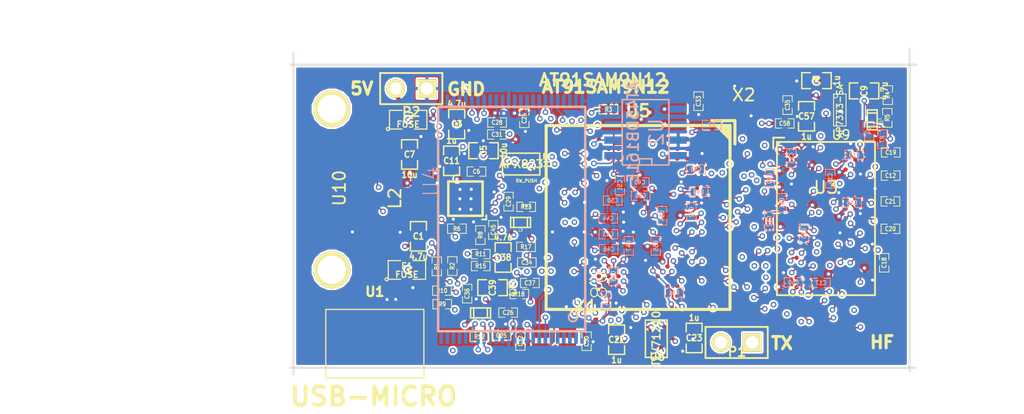
<source format=kicad_pcb>
(kicad_pcb (version 3) (host pcbnew "(2013-mar-13)-testing")
  (layers (15 F.Cu signal) (2 Inner2.Cu signal) (1 Inner1.Cu signal) (0 B.Cu power) (18 B.Paste user) (19 F.Paste user) (20 B.SilkS user) (21 F.SilkS user) (22 B.Mask user) (23 F.Mask user) (28 Edge.Cuts user))
  (net 0 "")
  (net 1 +1.8V)
  (net 2 /A0/NBS0)
  (net 3 /A1/NBS2)
  (net 4 /A10)
  (net 5 /A11)
  (net 6 /A12)
  (net 7 /A13)
  (net 8 /A14)
  (net 9 /A15)
  (net 10 /A16/BA0)
  (net 11 /A17/BA1)
  (net 12 /A18/BA2)
  (net 13 /A19)
  (net 14 /A2)
  (net 15 /A3)
  (net 16 /A4)
  (net 17 /A5)
  (net 18 /A6)
  (net 19 /A7)
  (net 20 /A8)
  (net 21 /A9)
  (net 22 /CAS)
  (net 23 /D0)
  (net 24 /D1)
  (net 25 /D10)
  (net 26 /D11)
  (net 27 /D12)
  (net 28 /D13)
  (net 29 /D14)
  (net 30 /D15)
  (net 31 /D16)
  (net 32 /D17)
  (net 33 /D18)
  (net 34 /D19)
  (net 35 /D2)
  (net 36 /D20)
  (net 37 /D21)
  (net 38 /D22)
  (net 39 /D23)
  (net 40 /D3)
  (net 41 /D4)
  (net 42 /D5)
  (net 43 /D6)
  (net 44 /D7)
  (net 45 /D8)
  (net 46 /D9)
  (net 47 /DQM0)
  (net 48 /DQM1)
  (net 49 /DQS0)
  (net 50 /DQS1)
  (net 51 /DRXD)
  (net 52 /DTXD)
  (net 53 /MISO0)
  (net 54 /MOSI0)
  (net 55 /NANDALE)
  (net 56 /NANDCLE)
  (net 57 /NANDCS)
  (net 58 /NANDOE)
  (net 59 /NANDWE)
  (net 60 /NCS1)
  (net 61 /NPCS0)
  (net 62 /NRD)
  (net 63 /NWAIT)
  (net 64 /NWR0)
  (net 65 /NWR1)
  (net 66 /NWR3)
  (net 67 /RAS)
  (net 68 /SCK0)
  (net 69 /SDA10)
  (net 70 /SDCK)
  (net 71 /SDCKE)
  (net 72 /SDCKN)
  (net 73 /SDWE)
  (net 74 /VDD_OSC)
  (net 75 /VDD_PLL)
  (net 76 1V)
  (net 77 3V3)
  (net 78 5V)
  (net 79 GND)
  (net 80 N-000001)
  (net 81 N-0000010)
  (net 82 N-00000100)
  (net 83 N-00000101)
  (net 84 N-00000102)
  (net 85 N-00000103)
  (net 86 N-00000104)
  (net 87 N-00000105)
  (net 88 N-00000106)
  (net 89 N-00000107)
  (net 90 N-00000108)
  (net 91 N-00000109)
  (net 92 N-00000110)
  (net 93 N-00000111)
  (net 94 N-00000112)
  (net 95 N-00000113)
  (net 96 N-00000114)
  (net 97 N-00000115)
  (net 98 N-00000116)
  (net 99 N-00000117)
  (net 100 N-00000118)
  (net 101 N-00000119)
  (net 102 N-00000120)
  (net 103 N-00000121)
  (net 104 N-00000122)
  (net 105 N-00000123)
  (net 106 N-00000124)
  (net 107 N-00000125)
  (net 108 N-00000126)
  (net 109 N-00000127)
  (net 110 N-00000128)
  (net 111 N-00000129)
  (net 112 N-00000130)
  (net 113 N-00000131)
  (net 114 N-00000132)
  (net 115 N-00000133)
  (net 116 N-00000134)
  (net 117 N-00000135)
  (net 118 N-00000136)
  (net 119 N-00000137)
  (net 120 N-00000147)
  (net 121 N-00000149)
  (net 122 N-00000150)
  (net 123 N-00000158)
  (net 124 N-0000016)
  (net 125 N-00000198)
  (net 126 N-00000199)
  (net 127 N-00000217)
  (net 128 N-0000022)
  (net 129 N-0000023)
  (net 130 N-0000024)
  (net 131 N-0000025)
  (net 132 N-0000026)
  (net 133 N-0000027)
  (net 134 N-0000028)
  (net 135 N-0000029)
  (net 136 N-0000032)
  (net 137 N-0000033)
  (net 138 N-0000034)
  (net 139 N-0000035)
  (net 140 N-0000036)
  (net 141 N-0000037)
  (net 142 N-0000038)
  (net 143 N-0000039)
  (net 144 N-0000040)
  (net 145 N-0000041)
  (net 146 N-0000042)
  (net 147 N-0000043)
  (net 148 N-0000044)
  (net 149 N-0000045)
  (net 150 N-0000046)
  (net 151 N-0000047)
  (net 152 N-0000048)
  (net 153 N-0000049)
  (net 154 N-0000050)
  (net 155 N-0000051)
  (net 156 N-0000052)
  (net 157 N-0000053)
  (net 158 N-0000054)
  (net 159 N-0000055)
  (net 160 N-0000056)
  (net 161 N-0000057)
  (net 162 N-0000058)
  (net 163 N-0000059)
  (net 164 N-000006)
  (net 165 N-0000060)
  (net 166 N-0000061)
  (net 167 N-0000062)
  (net 168 N-0000063)
  (net 169 N-0000064)
  (net 170 N-0000065)
  (net 171 N-0000066)
  (net 172 N-0000067)
  (net 173 N-0000068)
  (net 174 N-0000069)
  (net 175 N-0000070)
  (net 176 N-0000071)
  (net 177 N-0000072)
  (net 178 N-0000073)
  (net 179 N-0000074)
  (net 180 N-0000075)
  (net 181 N-0000076)
  (net 182 N-0000077)
  (net 183 N-0000078)
  (net 184 N-0000079)
  (net 185 N-0000080)
  (net 186 N-0000081)
  (net 187 N-0000082)
  (net 188 N-0000083)
  (net 189 N-0000084)
  (net 190 N-0000085)
  (net 191 N-0000086)
  (net 192 N-0000087)
  (net 193 N-0000088)
  (net 194 N-0000089)
  (net 195 N-000009)
  (net 196 N-0000090)
  (net 197 N-0000091)
  (net 198 N-0000092)
  (net 199 N-0000093)
  (net 200 N-0000094)
  (net 201 N-0000095)
  (net 202 N-0000096)
  (net 203 N-0000097)
  (net 204 N-0000098)
  (net 205 N-0000099)
  (net 206 USBDM)
  (net 207 USBDP)
  (net 208 USBHM)
  (net 209 USBHP)
  (net 210 ~RESET)
  (module SM0402_c (layer B.Cu) (at 162.1282 86.0933)
    (fp_text reference C2 (at 0 0) (layer B.SilkS) (effects (font (size 0.35052 0.3048) (thickness 0.07112)) (justify mirror)))
    (fp_text value 100n hide)
    (pad 1 smd rect (at -0.44958 0) (size 0.39878 0.59944) (layers B.Cu B.Paste B.Mask) (net 77 3V3))
    (pad 2 smd rect (at 0.44958 0) (size 0.39878 0.59944) (layers B.Cu B.Paste B.Mask) (net 79 GND))
  )
  (module SM0402_c (layer B.Cu) (at 174.9679 86.5886 90)
    (fp_text reference C4 (at 0 0 90) (layer B.SilkS) (effects (font (size 0.35052 0.3048) (thickness 0.07112)) (justify mirror)))
    (fp_text value 100n hide)
    (pad 1 smd rect (at -0.44958 0 90) (size 0.39878 0.59944) (layers B.Cu B.Paste B.Mask) (net 123 N-00000158))
    (pad 2 smd rect (at 0.44958 0 90) (size 0.39878 0.59944) (layers B.Cu B.Paste B.Mask) (net 80 N-000001))
  )
  (module SM0402_c (layer F.Cu) (at 142.9385 89.8906)
    (fp_text reference C6 (at 0 0) (layer F.SilkS) (effects (font (size 0.35052 0.3048) (thickness 0.07112))))
    (fp_text value 100p hide)
    (pad 1 smd rect (at -0.44958 0) (size 0.39878 0.59944) (layers F.Cu F.Paste F.Mask) (net 77 3V3))
    (pad 2 smd rect (at 0.44958 0) (size 0.39878 0.59944) (layers F.Cu F.Paste F.Mask) (net 124 N-0000016))
  )
  (module SM0402_c (layer B.Cu) (at 169.6593 94.9325 270)
    (fp_text reference C10 (at 0 0 270) (layer B.SilkS) (effects (font (size 0.35052 0.3048) (thickness 0.07112)) (justify mirror)))
    (fp_text value 100n hide)
    (pad 1 smd rect (at -0.44958 0 270) (size 0.39878 0.59944) (layers B.Cu B.Paste B.Mask) (net 80 N-000001))
    (pad 2 smd rect (at 0.44958 0 270) (size 0.39878 0.59944) (layers B.Cu B.Paste B.Mask) (net 79 GND))
  )
  (module SM0402_c (layer F.Cu) (at 176.7205 90.2208)
    (fp_text reference C12 (at 0 0) (layer F.SilkS) (effects (font (size 0.35052 0.3048) (thickness 0.07112))))
    (fp_text value 100n hide)
    (pad 1 smd rect (at -0.44958 0) (size 0.39878 0.59944) (layers F.Cu F.Paste F.Mask) (net 1 +1.8V))
    (pad 2 smd rect (at 0.44958 0) (size 0.39878 0.59944) (layers F.Cu F.Paste F.Mask) (net 79 GND))
  )
  (module SM0402_c (layer B.Cu) (at 168.6306 88.7857 90)
    (fp_text reference C13 (at 0 0 90) (layer B.SilkS) (effects (font (size 0.35052 0.3048) (thickness 0.07112)) (justify mirror)))
    (fp_text value 100n hide)
    (pad 1 smd rect (at -0.44958 0 90) (size 0.39878 0.59944) (layers B.Cu B.Paste B.Mask) (net 1 +1.8V))
    (pad 2 smd rect (at 0.44958 0 90) (size 0.39878 0.59944) (layers B.Cu B.Paste B.Mask) (net 79 GND))
  )
  (module SM0402_c (layer B.Cu) (at 171.7929 90.4748 270)
    (fp_text reference C14 (at 0 0 270) (layer B.SilkS) (effects (font (size 0.35052 0.3048) (thickness 0.07112)) (justify mirror)))
    (fp_text value 100n hide)
    (pad 1 smd rect (at -0.44958 0 270) (size 0.39878 0.59944) (layers B.Cu B.Paste B.Mask) (net 1 +1.8V))
    (pad 2 smd rect (at 0.44958 0 270) (size 0.39878 0.59944) (layers B.Cu B.Paste B.Mask) (net 79 GND))
  )
  (module SM0402_c (layer B.Cu) (at 173.7614 88.5317)
    (fp_text reference C15 (at 0 0) (layer B.SilkS) (effects (font (size 0.35052 0.3048) (thickness 0.07112)) (justify mirror)))
    (fp_text value 100n hide)
    (pad 1 smd rect (at -0.44958 0) (size 0.39878 0.59944) (layers B.Cu B.Paste B.Mask) (net 1 +1.8V))
    (pad 2 smd rect (at 0.44958 0) (size 0.39878 0.59944) (layers B.Cu B.Paste B.Mask) (net 79 GND))
  )
  (module SM0402_c (layer B.Cu) (at 173.5709 92.4306)
    (fp_text reference C16 (at 0 0) (layer B.SilkS) (effects (font (size 0.35052 0.3048) (thickness 0.07112)) (justify mirror)))
    (fp_text value 100n hide)
    (pad 1 smd rect (at -0.44958 0) (size 0.39878 0.59944) (layers B.Cu B.Paste B.Mask) (net 1 +1.8V))
    (pad 2 smd rect (at 0.44958 0) (size 0.39878 0.59944) (layers B.Cu B.Paste B.Mask) (net 79 GND))
  )
  (module SM0402_c (layer B.Cu) (at 171.0309 98.9711 180)
    (fp_text reference C17 (at 0 0 180) (layer B.SilkS) (effects (font (size 0.35052 0.3048) (thickness 0.07112)) (justify mirror)))
    (fp_text value 100n hide)
    (pad 1 smd rect (at -0.44958 0 180) (size 0.39878 0.59944) (layers B.Cu B.Paste B.Mask) (net 1 +1.8V))
    (pad 2 smd rect (at 0.44958 0 180) (size 0.39878 0.59944) (layers B.Cu B.Paste B.Mask) (net 79 GND))
  )
  (module SM0402_c (layer F.Cu) (at 176.1998 97.3328 270)
    (fp_text reference C18 (at 0 0 270) (layer F.SilkS) (effects (font (size 0.35052 0.3048) (thickness 0.07112))))
    (fp_text value 100n hide)
    (pad 1 smd rect (at -0.44958 0 270) (size 0.39878 0.59944) (layers F.Cu F.Paste F.Mask) (net 1 +1.8V))
    (pad 2 smd rect (at 0.44958 0 270) (size 0.39878 0.59944) (layers F.Cu F.Paste F.Mask) (net 79 GND))
  )
  (module SM0402_c (layer F.Cu) (at 176.7332 88.3285)
    (fp_text reference C19 (at 0 0) (layer F.SilkS) (effects (font (size 0.35052 0.3048) (thickness 0.07112))))
    (fp_text value 100n hide)
    (pad 1 smd rect (at -0.44958 0) (size 0.39878 0.59944) (layers F.Cu F.Paste F.Mask) (net 1 +1.8V))
    (pad 2 smd rect (at 0.44958 0) (size 0.39878 0.59944) (layers F.Cu F.Paste F.Mask) (net 79 GND))
  )
  (module SM0402_c (layer F.Cu) (at 176.7078 94.5642)
    (fp_text reference C20 (at 0 0) (layer F.SilkS) (effects (font (size 0.35052 0.3048) (thickness 0.07112))))
    (fp_text value 100n hide)
    (pad 1 smd rect (at -0.44958 0) (size 0.39878 0.59944) (layers F.Cu F.Paste F.Mask) (net 1 +1.8V))
    (pad 2 smd rect (at 0.44958 0) (size 0.39878 0.59944) (layers F.Cu F.Paste F.Mask) (net 79 GND))
  )
  (module SM0402_c (layer F.Cu) (at 176.7078 92.329)
    (fp_text reference C21 (at 0 0) (layer F.SilkS) (effects (font (size 0.35052 0.3048) (thickness 0.07112))))
    (fp_text value 100n hide)
    (pad 1 smd rect (at -0.44958 0) (size 0.39878 0.59944) (layers F.Cu F.Paste F.Mask) (net 1 +1.8V))
    (pad 2 smd rect (at 0.44958 0) (size 0.39878 0.59944) (layers F.Cu F.Paste F.Mask) (net 79 GND))
  )
  (module SM0402_c (layer F.Cu) (at 146.8374 85.5472 270)
    (fp_text reference C24 (at 0 0 270) (layer F.SilkS) (effects (font (size 0.35052 0.3048) (thickness 0.07112))))
    (fp_text value 100n hide)
    (pad 1 smd rect (at -0.44958 0 270) (size 0.39878 0.59944) (layers F.Cu F.Paste F.Mask) (net 77 3V3))
    (pad 2 smd rect (at 0.44958 0 270) (size 0.39878 0.59944) (layers F.Cu F.Paste F.Mask) (net 79 GND))
  )
  (module SM0402_c (layer F.Cu) (at 144.9705 103.2764 180)
    (fp_text reference C25 (at 0 0 180) (layer F.SilkS) (effects (font (size 0.35052 0.3048) (thickness 0.07112))))
    (fp_text value 100n hide)
    (pad 1 smd rect (at -0.44958 0 180) (size 0.39878 0.59944) (layers F.Cu F.Paste F.Mask) (net 77 3V3))
    (pad 2 smd rect (at 0.44958 0 180) (size 0.39878 0.59944) (layers F.Cu F.Paste F.Mask) (net 79 GND))
  )
  (module SM0402_c (layer F.Cu) (at 145.5166 101.3968 180)
    (fp_text reference C26 (at 0 0 180) (layer F.SilkS) (effects (font (size 0.35052 0.3048) (thickness 0.07112))))
    (fp_text value 100n hide)
    (pad 1 smd rect (at -0.44958 0 180) (size 0.39878 0.59944) (layers F.Cu F.Paste F.Mask) (net 77 3V3))
    (pad 2 smd rect (at 0.44958 0 180) (size 0.39878 0.59944) (layers F.Cu F.Paste F.Mask) (net 79 GND))
  )
  (module SM0402_c (layer F.Cu) (at 144.6149 85.8901)
    (fp_text reference C28 (at 0 0) (layer F.SilkS) (effects (font (size 0.35052 0.3048) (thickness 0.07112))))
    (fp_text value 100n hide)
    (pad 1 smd rect (at -0.44958 0) (size 0.39878 0.59944) (layers F.Cu F.Paste F.Mask) (net 77 3V3))
    (pad 2 smd rect (at 0.44958 0) (size 0.39878 0.59944) (layers F.Cu F.Paste F.Mask) (net 79 GND))
  )
  (module SM0402_c (layer F.Cu) (at 145.5547 92.3417 270)
    (fp_text reference C29 (at 0 0 270) (layer F.SilkS) (effects (font (size 0.35052 0.3048) (thickness 0.07112))))
    (fp_text value 100n hide)
    (pad 1 smd rect (at -0.44958 0 270) (size 0.39878 0.59944) (layers F.Cu F.Paste F.Mask) (net 210 ~RESET))
    (pad 2 smd rect (at 0.44958 0 270) (size 0.39878 0.59944) (layers F.Cu F.Paste F.Mask) (net 79 GND))
  )
  (module SM0402_c (layer F.Cu) (at 151.9174 103.7336 90)
    (fp_text reference C30 (at 0 0 90) (layer F.SilkS) (effects (font (size 0.35052 0.3048) (thickness 0.07112))))
    (fp_text value 15p hide)
    (pad 1 smd rect (at -0.44958 0 90) (size 0.39878 0.59944) (layers F.Cu F.Paste F.Mask) (net 79 GND))
    (pad 2 smd rect (at 0.44958 0 90) (size 0.39878 0.59944) (layers F.Cu F.Paste F.Mask) (net 120 N-00000147))
  )
  (module SM0402_r (layer F.Cu) (at 176.4919 83.6549 90)
    (fp_text reference R4 (at 0 0 90) (layer F.SilkS) (effects (font (size 0.35052 0.3048) (thickness 0.07112))))
    (fp_text value 1 hide)
    (pad 1 smd rect (at -0.44958 0 90) (size 0.39878 0.59944) (layers F.Cu F.Paste F.Mask) (net 123 N-00000158))
    (pad 2 smd rect (at 0.44958 0 90) (size 0.39878 0.59944) (layers F.Cu F.Paste F.Mask) (net 134 N-0000028))
  )
  (module SM0402_r (layer F.Cu) (at 176.4538 85.5091 270)
    (fp_text reference R5 (at 0 0 270) (layer F.SilkS) (effects (font (size 0.35052 0.3048) (thickness 0.07112))))
    (fp_text value 1.5k hide)
    (pad 1 smd rect (at -0.44958 0 270) (size 0.39878 0.59944) (layers F.Cu F.Paste F.Mask) (net 123 N-00000158))
    (pad 2 smd rect (at 0.44958 0 270) (size 0.39878 0.59944) (layers F.Cu F.Paste F.Mask) (net 80 N-000001))
  )
  (module SM0402_r (layer F.Cu) (at 141.3383 94.5515)
    (fp_text reference R6 (at 0 0) (layer F.SilkS) (effects (font (size 0.35052 0.3048) (thickness 0.07112))))
    (fp_text value 450k hide)
    (pad 1 smd rect (at -0.44958 0) (size 0.39878 0.59944) (layers F.Cu F.Paste F.Mask) (net 77 3V3))
    (pad 2 smd rect (at 0.44958 0) (size 0.39878 0.59944) (layers F.Cu F.Paste F.Mask) (net 124 N-0000016))
  )
  (module SM0402_r (layer B.Cu) (at 176.0474 87.249 270)
    (fp_text reference R7 (at 0 0 270) (layer B.SilkS) (effects (font (size 0.35052 0.3048) (thickness 0.07112)) (justify mirror)))
    (fp_text value 1.5k hide)
    (pad 1 smd rect (at -0.44958 0 270) (size 0.39878 0.59944) (layers B.Cu B.Paste B.Mask) (net 80 N-000001))
    (pad 2 smd rect (at 0.44958 0 270) (size 0.39878 0.59944) (layers B.Cu B.Paste B.Mask) (net 79 GND))
  )
  (module SM0402_r (layer F.Cu) (at 143.256 95.0722 90)
    (fp_text reference R8 (at 0 0 90) (layer F.SilkS) (effects (font (size 0.35052 0.3048) (thickness 0.07112))))
    (fp_text value 100k hide)
    (pad 1 smd rect (at -0.44958 0 90) (size 0.39878 0.59944) (layers F.Cu F.Paste F.Mask) (net 79 GND))
    (pad 2 smd rect (at 0.44958 0 90) (size 0.39878 0.59944) (layers F.Cu F.Paste F.Mask) (net 124 N-0000016))
  )
  (module SM0402_r (layer F.Cu) (at 140.1445 100.711 180)
    (fp_text reference R9 (at 0 0 180) (layer F.SilkS) (effects (font (size 0.35052 0.3048) (thickness 0.07112))))
    (fp_text value 27 hide)
    (pad 1 smd rect (at -0.44958 0 180) (size 0.39878 0.59944) (layers F.Cu F.Paste F.Mask) (net 137 N-0000033))
    (pad 2 smd rect (at 0.44958 0 180) (size 0.39878 0.59944) (layers F.Cu F.Paste F.Mask) (net 207 USBDP))
  )
  (module SM0402_r (layer F.Cu) (at 140.1191 99.6061 180)
    (fp_text reference R10 (at 0 0 180) (layer F.SilkS) (effects (font (size 0.35052 0.3048) (thickness 0.07112))))
    (fp_text value 27 hide)
    (pad 1 smd rect (at -0.44958 0 180) (size 0.39878 0.59944) (layers F.Cu F.Paste F.Mask) (net 136 N-0000032))
    (pad 2 smd rect (at 0.44958 0 180) (size 0.39878 0.59944) (layers F.Cu F.Paste F.Mask) (net 206 USBDM))
  )
  (module SM0402_r (layer F.Cu) (at 143.2814 96.6216 180)
    (fp_text reference R11 (at 0 0 180) (layer F.SilkS) (effects (font (size 0.35052 0.3048) (thickness 0.07112))))
    (fp_text value 0 hide)
    (pad 1 smd rect (at -0.44958 0 180) (size 0.39878 0.59944) (layers F.Cu F.Paste F.Mask) (net 138 N-0000034))
    (pad 2 smd rect (at 0.44958 0 180) (size 0.39878 0.59944) (layers F.Cu F.Paste F.Mask) (net 77 3V3))
  )
  (module SM0402_r (layer F.Cu) (at 143.1798 103.378 180)
    (fp_text reference R12 (at 0 0 180) (layer F.SilkS) (effects (font (size 0.35052 0.3048) (thickness 0.07112))))
    (fp_text value 470k hide)
    (pad 1 smd rect (at -0.44958 0 180) (size 0.39878 0.59944) (layers F.Cu F.Paste F.Mask) (net 77 3V3))
    (pad 2 smd rect (at 0.44958 0 180) (size 0.39878 0.59944) (layers F.Cu F.Paste F.Mask) (net 131 N-0000025))
  )
  (module SM0402_r (layer F.Cu) (at 146.9898 92.7735)
    (fp_text reference R13 (at 0 0) (layer F.SilkS) (effects (font (size 0.35052 0.3048) (thickness 0.07112))))
    (fp_text value 10k hide)
    (pad 1 smd rect (at -0.44958 0) (size 0.39878 0.59944) (layers F.Cu F.Paste F.Mask) (net 77 3V3))
    (pad 2 smd rect (at 0.44958 0) (size 0.39878 0.59944) (layers F.Cu F.Paste F.Mask) (net 139 N-0000035))
  )
  (module SM0402_r (layer B.Cu) (at 153.5176 100.4062 90)
    (fp_text reference R14 (at 0 0 90) (layer B.SilkS) (effects (font (size 0.35052 0.3048) (thickness 0.07112)) (justify mirror)))
    (fp_text value 470k hide)
    (pad 1 smd rect (at -0.44958 0 90) (size 0.39878 0.59944) (layers B.Cu B.Paste B.Mask) (net 63 /NWAIT))
    (pad 2 smd rect (at 0.44958 0 90) (size 0.39878 0.59944) (layers B.Cu B.Paste B.Mask) (net 77 3V3))
  )
  (module SM0402_r (layer F.Cu) (at 143.2814 97.5995)
    (fp_text reference R15 (at 0 0) (layer F.SilkS) (effects (font (size 0.35052 0.3048) (thickness 0.07112))))
    (fp_text value 0 hide)
    (pad 1 smd rect (at -0.44958 0) (size 0.39878 0.59944) (layers F.Cu F.Paste F.Mask) (net 79 GND))
    (pad 2 smd rect (at 0.44958 0) (size 0.39878 0.59944) (layers F.Cu F.Paste F.Mask) (net 138 N-0000034))
  )
  (module SM0402_r (layer F.Cu) (at 146.9771 96.0374)
    (fp_text reference R17 (at 0 0) (layer F.SilkS) (effects (font (size 0.35052 0.3048) (thickness 0.07112))))
    (fp_text value 1 hide)
    (pad 1 smd rect (at -0.44958 0) (size 0.39878 0.59944) (layers F.Cu F.Paste F.Mask) (net 81 N-0000010))
    (pad 2 smd rect (at 0.44958 0) (size 0.39878 0.59944) (layers F.Cu F.Paste F.Mask) (net 74 /VDD_OSC))
  )
  (module SM0402_r (layer F.Cu) (at 146.431 99.8855)
    (fp_text reference R18 (at 0 0) (layer F.SilkS) (effects (font (size 0.35052 0.3048) (thickness 0.07112))))
    (fp_text value 1 hide)
    (pad 1 smd rect (at -0.44958 0) (size 0.39878 0.59944) (layers F.Cu F.Paste F.Mask) (net 133 N-0000027))
    (pad 2 smd rect (at 0.44958 0) (size 0.39878 0.59944) (layers F.Cu F.Paste F.Mask) (net 75 /VDD_PLL))
  )
  (module TSX-3225 (layer F.Cu) (at 151.9682 103.0859)
    (fp_text reference X1 (at -0.1 -2.2) (layer F.SilkS))
    (fp_text value 16MHz hide)
    (pad 1 smd rect (at -3.8 1.4) (size 1.4 1.15) (layers F.Cu F.Paste F.Mask) (net 132 N-0000026))
    (pad 2 smd rect (at -1.6 1.4) (size 1.4 1.15) (layers F.Cu F.Paste F.Mask) (net 79 GND))
    (pad 4 smd rect (at -3.8 -0.2) (size 1.4 1.15) (layers F.Cu F.Paste F.Mask) (net 79 GND))
    (pad 3 smd rect (at -1.6 -0.2) (size 1.4 1.15) (layers F.Cu F.Paste F.Mask) (net 120 N-00000147))
  )
  (module ABS10 (layer F.Cu) (at 162.7251 83.7057)
    (fp_text reference X2 (at 2.0193 -0.0635) (layer F.SilkS))
    (fp_text value 32.768kHz hide)
    (pad 1 smd rect (at 0 0) (size 1.3 2.2) (layers F.Cu F.Paste F.Mask) (net 126 N-00000199))
    (pad 2 smd rect (at 4.2 0) (size 1.3 2.2) (layers F.Cu F.Paste F.Mask) (net 125 N-00000198))
  )
  (module SM0402_c (layer F.Cu) (at 146.5199 103.7082 270)
    (fp_text reference C32 (at 0 0 270) (layer F.SilkS) (effects (font (size 0.35052 0.3048) (thickness 0.07112))))
    (fp_text value 15p hide)
    (pad 1 smd rect (at -0.44958 0 270) (size 0.39878 0.59944) (layers F.Cu F.Paste F.Mask) (net 79 GND))
    (pad 2 smd rect (at 0.44958 0 270) (size 0.39878 0.59944) (layers F.Cu F.Paste F.Mask) (net 132 N-0000026))
  )
  (module SM0402_c (layer F.Cu) (at 147.0406 97.3074 180)
    (fp_text reference C34 (at 0 0 180) (layer F.SilkS) (effects (font (size 0.35052 0.3048) (thickness 0.07112))))
    (fp_text value 100n hide)
    (pad 1 smd rect (at -0.44958 0 180) (size 0.39878 0.59944) (layers F.Cu F.Paste F.Mask) (net 74 /VDD_OSC))
    (pad 2 smd rect (at 0.44958 0 180) (size 0.39878 0.59944) (layers F.Cu F.Paste F.Mask) (net 79 GND))
  )
  (module c_0603 (layer F.Cu) (at 175.2219 85.6742 270)
    (fp_text reference L1 (at 0 -0.635 270) (layer F.SilkS) (effects (font (size 0.20066 0.20066) (thickness 0.04064))))
    (fp_text value 10u/100mA hide)
    (pad 1 smd rect (at 0.75184 0 270) (size 0.89916 1.00076) (layers F.Cu F.Paste F.Mask) (net 1 +1.8V))
    (pad 2 smd rect (at -0.75184 0 270) (size 0.89916 1.00076) (layers F.Cu F.Paste F.Mask) (net 123 N-00000158))
  )
  (module SM0402_c (layer F.Cu) (at 168.3131 84.4677 270)
    (fp_text reference C35 (at 0 0 270) (layer F.SilkS) (effects (font (size 0.35052 0.3048) (thickness 0.07112))))
    (fp_text value 15p hide)
    (pad 1 smd rect (at -0.44958 0 270) (size 0.39878 0.59944) (layers F.Cu F.Paste F.Mask) (net 125 N-00000198))
    (pad 2 smd rect (at 0.44958 0 270) (size 0.39878 0.59944) (layers F.Cu F.Paste F.Mask) (net 79 GND))
  )
  (module SM0402_c (layer F.Cu) (at 142.1765 99.8474 90)
    (fp_text reference C36 (at 0 0 90) (layer F.SilkS) (effects (font (size 0.35052 0.3048) (thickness 0.07112))))
    (fp_text value 100n hide)
    (pad 1 smd rect (at -0.44958 0 90) (size 0.39878 0.59944) (layers F.Cu F.Paste F.Mask) (net 76 1V))
    (pad 2 smd rect (at 0.44958 0 90) (size 0.39878 0.59944) (layers F.Cu F.Paste F.Mask) (net 79 GND))
  )
  (module SM0402_c (layer F.Cu) (at 147.2946 98.9838 180)
    (fp_text reference C37 (at 0 0 180) (layer F.SilkS) (effects (font (size 0.35052 0.3048) (thickness 0.07112))))
    (fp_text value 100n hide)
    (pad 1 smd rect (at -0.44958 0 180) (size 0.39878 0.59944) (layers F.Cu F.Paste F.Mask) (net 75 /VDD_PLL))
    (pad 2 smd rect (at 0.44958 0 180) (size 0.39878 0.59944) (layers F.Cu F.Paste F.Mask) (net 79 GND))
  )
  (module SM0402_c (layer B.Cu) (at 159.0421 99.7712)
    (fp_text reference C41 (at 0 0) (layer B.SilkS) (effects (font (size 0.35052 0.3048) (thickness 0.07112)) (justify mirror)))
    (fp_text value 100n hide)
    (pad 1 smd rect (at -0.44958 0) (size 0.39878 0.59944) (layers B.Cu B.Paste B.Mask) (net 76 1V))
    (pad 2 smd rect (at 0.44958 0) (size 0.39878 0.59944) (layers B.Cu B.Paste B.Mask) (net 79 GND))
  )
  (module SM0402_c (layer B.Cu) (at 160.4772 93.1926 90)
    (fp_text reference C42 (at 0 0 90) (layer B.SilkS) (effects (font (size 0.35052 0.3048) (thickness 0.07112)) (justify mirror)))
    (fp_text value 100n hide)
    (pad 1 smd rect (at -0.44958 0 90) (size 0.39878 0.59944) (layers B.Cu B.Paste B.Mask) (net 76 1V))
    (pad 2 smd rect (at 0.44958 0 90) (size 0.39878 0.59944) (layers B.Cu B.Paste B.Mask) (net 79 GND))
  )
  (module SM0402_c (layer B.Cu) (at 153.6827 93.7133)
    (fp_text reference C44 (at 0 0) (layer B.SilkS) (effects (font (size 0.35052 0.3048) (thickness 0.07112)) (justify mirror)))
    (fp_text value 100n hide)
    (pad 1 smd rect (at -0.44958 0) (size 0.39878 0.59944) (layers B.Cu B.Paste B.Mask) (net 77 3V3))
    (pad 2 smd rect (at 0.44958 0) (size 0.39878 0.59944) (layers B.Cu B.Paste B.Mask) (net 79 GND))
  )
  (module SM0402_c (layer B.Cu) (at 154.051 92.2528)
    (fp_text reference C50 (at 0 0) (layer B.SilkS) (effects (font (size 0.35052 0.3048) (thickness 0.07112)) (justify mirror)))
    (fp_text value 100n hide)
    (pad 1 smd rect (at -0.44958 0) (size 0.39878 0.59944) (layers B.Cu B.Paste B.Mask) (net 77 3V3))
    (pad 2 smd rect (at 0.44958 0) (size 0.39878 0.59944) (layers B.Cu B.Paste B.Mask) (net 79 GND))
  )
  (module SM0402_c (layer B.Cu) (at 154.6352 91.0082 270)
    (fp_text reference C51 (at 0 0 270) (layer B.SilkS) (effects (font (size 0.35052 0.3048) (thickness 0.07112)) (justify mirror)))
    (fp_text value 100n hide)
    (pad 1 smd rect (at -0.44958 0 270) (size 0.39878 0.59944) (layers B.Cu B.Paste B.Mask) (net 77 3V3))
    (pad 2 smd rect (at 0.44958 0 270) (size 0.39878 0.59944) (layers B.Cu B.Paste B.Mask) (net 79 GND))
  )
  (module SM0402_c (layer B.Cu) (at 160.8455 89.7128)
    (fp_text reference C53 (at 0 0) (layer B.SilkS) (effects (font (size 0.35052 0.3048) (thickness 0.07112)) (justify mirror)))
    (fp_text value 100n hide)
    (pad 1 smd rect (at -0.44958 0) (size 0.39878 0.59944) (layers B.Cu B.Paste B.Mask) (net 77 3V3))
    (pad 2 smd rect (at 0.44958 0) (size 0.39878 0.59944) (layers B.Cu B.Paste B.Mask) (net 79 GND))
  )
  (module c_0603 (layer F.Cu) (at 146.5326 94.0435 180)
    (fp_text reference L3 (at 0 -0.635 180) (layer F.SilkS) (effects (font (size 0.20066 0.20066) (thickness 0.04064))))
    (fp_text value 10u/100mA hide)
    (pad 1 smd rect (at 0.75184 0 180) (size 0.89916 1.00076) (layers F.Cu F.Paste F.Mask) (net 77 3V3))
    (pad 2 smd rect (at -0.75184 0 180) (size 0.89916 1.00076) (layers F.Cu F.Paste F.Mask) (net 74 /VDD_OSC))
  )
  (module S_JUMPER_2 (layer F.Cu) (at 147.0152 91.6559 180)
    (fp_text reference SW1 (at 0 -1.016 180) (layer F.SilkS) (effects (font (size 0.254 0.254) (thickness 0.0635))))
    (fp_text value SW_PUSH (at 0 1.016 180) (layer F.SilkS) (effects (font (size 0.254 0.254) (thickness 0.0635))))
    (pad 1 smd rect (at -0.3556 0 180) (size 0.508 0.762) (layers F.Cu F.Paste F.Mask) (net 139 N-0000035) (clearance 0.2032))
    (pad 2 smd rect (at 0.3556 0 180) (size 0.508 0.762) (layers F.Cu F.Paste F.Mask) (net 79 GND) (clearance 0.2032))
  )
  (module SOT23-5 (layer F.Cu) (at 157.607 103.5304 270)
    (fp_text reference U6 (at 1.4605 -0.0762 360) (layer F.SilkS) (effects (font (size 0.635 0.635) (thickness 0.127))))
    (fp_text value TLV71210 (at 0 0 270) (layer F.SilkS) (effects (font (size 0.635 0.635) (thickness 0.127))))
    (pad 1 smd rect (at -0.9525 1.27 270) (size 0.508 0.762) (layers F.Cu F.Paste F.Mask) (net 77 3V3))
    (pad 3 smd rect (at 0.9525 1.27 270) (size 0.508 0.762) (layers F.Cu F.Paste F.Mask) (net 77 3V3))
    (pad 5 smd rect (at -0.9525 -1.27 270) (size 0.508 0.762) (layers F.Cu F.Paste F.Mask) (net 76 1V))
    (pad 2 smd rect (at 0 1.27 270) (size 0.508 0.762) (layers F.Cu F.Paste F.Mask) (net 79 GND))
    (pad 4 smd rect (at 0.9525 -1.27 270) (size 0.508 0.762) (layers F.Cu F.Paste F.Mask) (net 195 N-000009))
  )
  (module SOT23-5 (layer F.Cu) (at 146.5834 89.281)
    (fp_text reference U7 (at 2.19964 -0.29972 90) (layer F.SilkS) (effects (font (size 0.635 0.635) (thickness 0.127))))
    (fp_text value APX823 (at 0 0) (layer F.SilkS) (effects (font (size 0.635 0.635) (thickness 0.127))))
    (pad 1 smd rect (at -0.9525 1.27) (size 0.508 0.762) (layers F.Cu F.Paste F.Mask) (net 210 ~RESET))
    (pad 3 smd rect (at 0.9525 1.27) (size 0.508 0.762) (layers F.Cu F.Paste F.Mask) (net 139 N-0000035))
    (pad 5 smd rect (at -0.9525 -1.27) (size 0.508 0.762) (layers F.Cu F.Paste F.Mask) (net 77 3V3))
    (pad 2 smd rect (at 0 1.27) (size 0.508 0.762) (layers F.Cu F.Paste F.Mask) (net 79 GND))
    (pad 4 smd rect (at 0.9525 -1.27) (size 0.508 0.762) (layers F.Cu F.Paste F.Mask) (net 121 N-00000149))
  )
  (module SM0402_c (layer B.Cu) (at 158.0769 93.4974 90)
    (fp_text reference C54 (at 0 0 90) (layer B.SilkS) (effects (font (size 0.35052 0.3048) (thickness 0.07112)) (justify mirror)))
    (fp_text value 100n hide)
    (pad 1 smd rect (at -0.44958 0 90) (size 0.39878 0.59944) (layers B.Cu B.Paste B.Mask) (net 1 +1.8V))
    (pad 2 smd rect (at 0.44958 0 90) (size 0.39878 0.59944) (layers B.Cu B.Paste B.Mask) (net 79 GND))
  )
  (module SM0402_c (layer B.Cu) (at 157.5689 95.9485 270)
    (fp_text reference C55 (at 0 0 270) (layer B.SilkS) (effects (font (size 0.35052 0.3048) (thickness 0.07112)) (justify mirror)))
    (fp_text value 100n hide)
    (pad 1 smd rect (at -0.44958 0 270) (size 0.39878 0.59944) (layers B.Cu B.Paste B.Mask) (net 1 +1.8V))
    (pad 2 smd rect (at 0.44958 0 270) (size 0.39878 0.59944) (layers B.Cu B.Paste B.Mask) (net 79 GND))
  )
  (module SM0402_c (layer B.Cu) (at 156.3243 91.8591 180)
    (fp_text reference C56 (at 0 0 180) (layer B.SilkS) (effects (font (size 0.35052 0.3048) (thickness 0.07112)) (justify mirror)))
    (fp_text value 100n hide)
    (pad 1 smd rect (at -0.44958 0 180) (size 0.39878 0.59944) (layers B.Cu B.Paste B.Mask) (net 1 +1.8V))
    (pad 2 smd rect (at 0.44958 0 180) (size 0.39878 0.59944) (layers B.Cu B.Paste B.Mask) (net 79 GND))
  )
  (module c_0603 (layer F.Cu) (at 143.2687 101.4222 180)
    (fp_text reference L4 (at 0 -0.635 180) (layer F.SilkS) (effects (font (size 0.20066 0.20066) (thickness 0.04064))))
    (fp_text value 10u/100mA hide)
    (pad 1 smd rect (at 0.75184 0 180) (size 0.89916 1.00076) (layers F.Cu F.Paste F.Mask) (net 76 1V))
    (pad 2 smd rect (at -0.75184 0 180) (size 0.89916 1.00076) (layers F.Cu F.Paste F.Mask) (net 75 /VDD_PLL))
  )
  (module SM0603_Capa (layer F.Cu) (at 138.2014 95.1738 90)
    (fp_text reference C1 (at 0 0 180) (layer F.SilkS) (effects (font (size 0.508 0.4572) (thickness 0.1143))))
    (fp_text value 4.7u (at -1.651 0 180) (layer F.SilkS) (effects (font (size 0.508 0.4572) (thickness 0.1143))))
    (pad 1 smd rect (at -0.762 0 90) (size 0.635 1.143) (layers F.Cu F.Paste F.Mask) (net 78 5V))
    (pad 2 smd rect (at 0.762 0 90) (size 0.635 1.143) (layers F.Cu F.Paste F.Mask) (net 79 GND))
  )
  (module SM0603_Capa (layer F.Cu) (at 143.51 88.1888 180)
    (fp_text reference C5 (at 0 0 270) (layer F.SilkS) (effects (font (size 0.508 0.4572) (thickness 0.1143))))
    (fp_text value 10u (at -1.651 0 270) (layer F.SilkS) (effects (font (size 0.508 0.4572) (thickness 0.1143))))
    (pad 1 smd rect (at -0.762 0 180) (size 0.635 1.143) (layers F.Cu F.Paste F.Mask) (net 78 5V))
    (pad 2 smd rect (at 0.762 0 180) (size 0.635 1.143) (layers F.Cu F.Paste F.Mask) (net 79 GND))
  )
  (module SM0603_Capa (layer F.Cu) (at 137.4775 88.4936 90)
    (fp_text reference C7 (at 0 0 180) (layer F.SilkS) (effects (font (size 0.508 0.4572) (thickness 0.1143))))
    (fp_text value 10u (at -1.651 0 180) (layer F.SilkS) (effects (font (size 0.508 0.4572) (thickness 0.1143))))
    (pad 1 smd rect (at -0.762 0 90) (size 0.635 1.143) (layers F.Cu F.Paste F.Mask) (net 77 3V3))
    (pad 2 smd rect (at 0.762 0 90) (size 0.635 1.143) (layers F.Cu F.Paste F.Mask) (net 79 GND))
  )
  (module SM0603_Capa (layer F.Cu) (at 174.5615 83.312 180)
    (fp_text reference C9 (at 0 0 270) (layer F.SilkS) (effects (font (size 0.508 0.4572) (thickness 0.1143))))
    (fp_text value 4.7u (at -1.651 0 270) (layer F.SilkS) (effects (font (size 0.508 0.4572) (thickness 0.1143))))
    (pad 1 smd rect (at -0.762 0 180) (size 0.635 1.143) (layers F.Cu F.Paste F.Mask) (net 134 N-0000028))
    (pad 2 smd rect (at 0.762 0 180) (size 0.635 1.143) (layers F.Cu F.Paste F.Mask) (net 79 GND))
  )
  (module SM0603_Capa (layer F.Cu) (at 140.9065 89.0143 270)
    (fp_text reference C11 (at 0 0 360) (layer F.SilkS) (effects (font (size 0.508 0.4572) (thickness 0.1143))))
    (fp_text value 1u (at -1.651 0 360) (layer F.SilkS) (effects (font (size 0.508 0.4572) (thickness 0.1143))))
    (pad 1 smd rect (at -0.762 0 270) (size 0.635 1.143) (layers F.Cu F.Paste F.Mask) (net 78 5V))
    (pad 2 smd rect (at 0.762 0 270) (size 0.635 1.143) (layers F.Cu F.Paste F.Mask) (net 79 GND))
  )
  (module SM0603_Capa (layer F.Cu) (at 154.3685 103.6066 90)
    (fp_text reference C22 (at 0 0 180) (layer F.SilkS) (effects (font (size 0.508 0.4572) (thickness 0.1143))))
    (fp_text value 1u (at -1.651 0 180) (layer F.SilkS) (effects (font (size 0.508 0.4572) (thickness 0.1143))))
    (pad 1 smd rect (at -0.762 0 90) (size 0.635 1.143) (layers F.Cu F.Paste F.Mask) (net 77 3V3))
    (pad 2 smd rect (at 0.762 0 90) (size 0.635 1.143) (layers F.Cu F.Paste F.Mask) (net 79 GND))
  )
  (module SM0603_Capa (layer F.Cu) (at 160.6931 103.4669 270)
    (fp_text reference C23 (at 0 0 360) (layer F.SilkS) (effects (font (size 0.508 0.4572) (thickness 0.1143))))
    (fp_text value 1u (at -1.651 0 360) (layer F.SilkS) (effects (font (size 0.508 0.4572) (thickness 0.1143))))
    (pad 1 smd rect (at -0.762 0 270) (size 0.635 1.143) (layers F.Cu F.Paste F.Mask) (net 76 1V))
    (pad 2 smd rect (at 0.762 0 270) (size 0.635 1.143) (layers F.Cu F.Paste F.Mask) (net 79 GND))
  )
  (module SM0402_c (layer F.Cu) (at 144.6022 86.868 180)
    (fp_text reference C31 (at 0 0 180) (layer F.SilkS) (effects (font (size 0.35052 0.3048) (thickness 0.07112))))
    (fp_text value 100n hide)
    (pad 1 smd rect (at -0.44958 0 180) (size 0.39878 0.59944) (layers F.Cu F.Paste F.Mask) (net 139 N-0000035))
    (pad 2 smd rect (at 0.44958 0 180) (size 0.39878 0.59944) (layers F.Cu F.Paste F.Mask) (net 79 GND))
  )
  (module SM0402_c (layer F.Cu) (at 161.0487 84.1502 270)
    (fp_text reference C33 (at 0 0 270) (layer F.SilkS) (effects (font (size 0.35052 0.3048) (thickness 0.07112))))
    (fp_text value 15p hide)
    (pad 1 smd rect (at -0.44958 0 270) (size 0.39878 0.59944) (layers F.Cu F.Paste F.Mask) (net 126 N-00000199))
    (pad 2 smd rect (at 0.44958 0 270) (size 0.39878 0.59944) (layers F.Cu F.Paste F.Mask) (net 79 GND))
  )
  (module SM0603_Capa (layer F.Cu) (at 145.1102 96.901 270)
    (fp_text reference C38 (at 0 0 360) (layer F.SilkS) (effects (font (size 0.508 0.4572) (thickness 0.1143))))
    (fp_text value 4.7u (at -1.651 0 360) (layer F.SilkS) (effects (font (size 0.508 0.4572) (thickness 0.1143))))
    (pad 1 smd rect (at -0.762 0 270) (size 0.635 1.143) (layers F.Cu F.Paste F.Mask) (net 81 N-0000010))
    (pad 2 smd rect (at 0.762 0 270) (size 0.635 1.143) (layers F.Cu F.Paste F.Mask) (net 79 GND))
  )
  (module SM0603_Capa (layer F.Cu) (at 144.2466 99.3648 180)
    (fp_text reference C39 (at 0 0 270) (layer F.SilkS) (effects (font (size 0.508 0.4572) (thickness 0.1143))))
    (fp_text value 4.7u (at -1.651 0 270) (layer F.SilkS) (effects (font (size 0.508 0.4572) (thickness 0.1143))))
    (pad 1 smd rect (at -0.762 0 180) (size 0.635 1.143) (layers F.Cu F.Paste F.Mask) (net 133 N-0000027))
    (pad 2 smd rect (at 0.762 0 180) (size 0.635 1.143) (layers F.Cu F.Paste F.Mask) (net 79 GND))
  )
  (module SM0402_c (layer B.Cu) (at 156.2608 90.7669)
    (fp_text reference C40 (at 0 0) (layer B.SilkS) (effects (font (size 0.35052 0.3048) (thickness 0.07112)) (justify mirror)))
    (fp_text value 100n hide)
    (pad 1 smd rect (at -0.44958 0) (size 0.39878 0.59944) (layers B.Cu B.Paste B.Mask) (net 76 1V))
    (pad 2 smd rect (at 0.44958 0) (size 0.39878 0.59944) (layers B.Cu B.Paste B.Mask) (net 79 GND))
  )
  (module SM0402_c (layer B.Cu) (at 153.6954 94.996)
    (fp_text reference C43 (at 0 0) (layer B.SilkS) (effects (font (size 0.35052 0.3048) (thickness 0.07112)) (justify mirror)))
    (fp_text value 100n hide)
    (pad 1 smd rect (at -0.44958 0) (size 0.39878 0.59944) (layers B.Cu B.Paste B.Mask) (net 76 1V))
    (pad 2 smd rect (at 0.44958 0) (size 0.39878 0.59944) (layers B.Cu B.Paste B.Mask) (net 79 GND))
  )
  (module SM0402_c (layer F.Cu) (at 144.3101 94.6531 270)
    (fp_text reference C45 (at 0 0 270) (layer F.SilkS) (effects (font (size 0.35052 0.3048) (thickness 0.07112))))
    (fp_text value 100n hide)
    (pad 1 smd rect (at -0.44958 0 270) (size 0.39878 0.59944) (layers F.Cu F.Paste F.Mask) (net 77 3V3))
    (pad 2 smd rect (at 0.44958 0 270) (size 0.39878 0.59944) (layers F.Cu F.Paste F.Mask) (net 79 GND))
  )
  (module SM0402_c (layer B.Cu) (at 153.7208 96.2279)
    (fp_text reference C46 (at 0 0) (layer B.SilkS) (effects (font (size 0.35052 0.3048) (thickness 0.07112)) (justify mirror)))
    (fp_text value 100n hide)
    (pad 1 smd rect (at -0.44958 0) (size 0.39878 0.59944) (layers B.Cu B.Paste B.Mask) (net 77 3V3))
    (pad 2 smd rect (at 0.44958 0) (size 0.39878 0.59944) (layers B.Cu B.Paste B.Mask) (net 79 GND))
  )
  (module SM0402_c (layer B.Cu) (at 155.3591 95.9485 90)
    (fp_text reference C47 (at 0 0 90) (layer B.SilkS) (effects (font (size 0.35052 0.3048) (thickness 0.07112)) (justify mirror)))
    (fp_text value 100n hide)
    (pad 1 smd rect (at -0.44958 0 90) (size 0.39878 0.59944) (layers B.Cu B.Paste B.Mask) (net 77 3V3))
    (pad 2 smd rect (at 0.44958 0 90) (size 0.39878 0.59944) (layers B.Cu B.Paste B.Mask) (net 79 GND))
  )
  (module SM0402_c (layer B.Cu) (at 154.1145 98.425 270)
    (fp_text reference C48 (at 0 0 270) (layer B.SilkS) (effects (font (size 0.35052 0.3048) (thickness 0.07112)) (justify mirror)))
    (fp_text value 100n hide)
    (pad 1 smd rect (at -0.44958 0 270) (size 0.39878 0.59944) (layers B.Cu B.Paste B.Mask) (net 77 3V3))
    (pad 2 smd rect (at 0.44958 0 270) (size 0.39878 0.59944) (layers B.Cu B.Paste B.Mask) (net 79 GND))
  )
  (module SM0402_c (layer B.Cu) (at 161.0614 91.5543)
    (fp_text reference C49 (at 0 0) (layer B.SilkS) (effects (font (size 0.35052 0.3048) (thickness 0.07112)) (justify mirror)))
    (fp_text value 100n hide)
    (pad 1 smd rect (at -0.44958 0) (size 0.39878 0.59944) (layers B.Cu B.Paste B.Mask) (net 77 3V3))
    (pad 2 smd rect (at 0.44958 0) (size 0.39878 0.59944) (layers B.Cu B.Paste B.Mask) (net 79 GND))
  )
  (module VLS201612E (layer F.Cu) (at 138.4808 92.1766 90)
    (fp_text reference L2 (at 0.1 -2.2 90) (layer F.SilkS))
    (fp_text value 1.0u/1.5A hide)
    (pad 1 smd rect (at 0 0 90) (size 0.65 1.6) (layers F.Cu F.Paste F.Mask) (net 164 N-000006))
    (pad 2 smd rect (at 1.35 0 90) (size 0.65 1.6) (layers F.Cu F.Paste F.Mask) (net 77 3V3))
  )
  (module MICRO-B_USB (layer F.Cu) (at 134.6454 105.537)
    (fp_text reference U1 (at 0 -5.842) (layer F.SilkS) (effects (font (size 0.762 0.762) (thickness 0.1905))))
    (fp_text value USB-MICRO (at -0.09906 2.70002) (layer F.SilkS) (effects (font (thickness 0.3048))))
    (pad "" smd rect (at -1.19888 -1.4478) (size 1.89738 1.89738) (layers F.Cu F.Paste F.Mask))
    (pad "" smd rect (at 1.19888 -1.4478) (size 1.89992 1.89738) (layers F.Cu F.Paste F.Mask))
    (pad "" smd rect (at 3.79984 -1.4478) (size 1.79578 1.89738) (layers F.Cu F.Paste F.Mask))
    (pad "" smd rect (at -3.0988 -3.99796) (size 2.0955 1.59766) (layers F.Cu F.Paste F.Mask))
    (pad 1 smd rect (at -1.29794 -4.12496) (size 0.39878 1.3462) (layers F.Cu F.Paste F.Mask) (net 135 N-0000029) (clearance 0.2032))
    (pad 2 smd rect (at -0.6477 -4.12496) (size 0.39878 1.3462) (layers F.Cu F.Paste F.Mask) (net 206 USBDM) (clearance 0.2032))
    (pad 3 smd rect (at 0 -4.12496) (size 0.39878 1.3462) (layers F.Cu F.Paste F.Mask) (net 207 USBDP) (clearance 0.2032))
    (pad 4 smd rect (at 0.6477 -4.12496) (size 0.39878 1.3462) (layers F.Cu F.Paste F.Mask) (net 122 N-00000150) (clearance 0.2032))
    (pad 5 smd rect (at 1.29794 -4.12496) (size 0.39878 1.3462) (layers F.Cu F.Paste F.Mask) (net 79 GND) (clearance 0.2032))
    (pad "" smd rect (at 3.0988 -3.99796) (size 2.0955 1.59766) (layers F.Cu F.Paste F.Mask))
    (pad "" smd rect (at -3.79984 -1.4478) (size 1.79578 1.89738) (layers F.Cu F.Paste F.Mask))
  )
  (module WBGA-84 (layer F.Cu) (at 171.45 93.726)
    (fp_text reference U3 (at 0 -2.54) (layer F.SilkS))
    (fp_text value W9751G6KB hide)
    (pad A9 smd circle (at 3.2 -5.6 180) (size 0.35 0.35) (layers F.Cu F.Paste F.Mask) (net 1 +1.8V))
    (pad A8 smd circle (at 2.4 -5.6 180) (size 0.35 0.35) (layers F.Cu F.Paste F.Mask) (net 149 N-0000045))
    (pad A7 smd circle (at 1.6 -5.6 180) (size 0.35 0.35) (layers F.Cu F.Paste F.Mask) (net 79 GND))
    (pad A3 smd circle (at -1.6 -5.6 180) (size 0.35 0.35) (layers F.Cu F.Paste F.Mask) (net 79 GND))
    (pad A2 smd circle (at -2.4 -5.6 180) (size 0.35 0.35) (layers F.Cu F.Paste F.Mask) (net 155 N-0000051))
    (pad A1 smd circle (at -3.2 -5.6 180) (size 0.35 0.35) (layers F.Cu F.Paste F.Mask) (net 1 +1.8V))
    (pad B9 smd circle (at 3.2 -4.8 180) (size 0.35 0.35) (layers F.Cu F.Paste F.Mask) (net 30 /D15))
    (pad B8 smd circle (at 2.4 -4.8 180) (size 0.35 0.35) (layers F.Cu F.Paste F.Mask) (net 79 GND))
    (pad B7 smd circle (at 1.6 -4.8 180) (size 0.35 0.35) (layers F.Cu F.Paste F.Mask) (net 50 /DQS1))
    (pad B3 smd circle (at -1.6 -4.8 180) (size 0.35 0.35) (layers F.Cu F.Paste F.Mask) (net 48 /DQM1))
    (pad B2 smd circle (at -2.4 -4.8 180) (size 0.35 0.35) (layers F.Cu F.Paste F.Mask) (net 79 GND))
    (pad B1 smd circle (at -3.2 -4.8 180) (size 0.35 0.35) (layers F.Cu F.Paste F.Mask) (net 29 /D14))
    (pad C9 smd circle (at 3.2 -4 180) (size 0.35 0.35) (layers F.Cu F.Paste F.Mask) (net 1 +1.8V))
    (pad C8 smd circle (at 2.4 -4 180) (size 0.35 0.35) (layers F.Cu F.Paste F.Mask) (net 45 /D8))
    (pad C7 smd circle (at 1.6 -4 180) (size 0.35 0.35) (layers F.Cu F.Paste F.Mask) (net 1 +1.8V))
    (pad C3 smd circle (at -1.6 -4 180) (size 0.35 0.35) (layers F.Cu F.Paste F.Mask) (net 1 +1.8V))
    (pad C2 smd circle (at -2.4 -4 180) (size 0.35 0.35) (layers F.Cu F.Paste F.Mask) (net 46 /D9))
    (pad C1 smd circle (at -3.2 -4 180) (size 0.35 0.35) (layers F.Cu F.Paste F.Mask) (net 1 +1.8V))
    (pad D9 smd circle (at 3.2 -3.2 180) (size 0.35 0.35) (layers F.Cu F.Paste F.Mask) (net 28 /D13))
    (pad D8 smd circle (at 2.4 -3.2 180) (size 0.35 0.35) (layers F.Cu F.Paste F.Mask) (net 79 GND))
    (pad D7 smd circle (at 1.6 -3.2 180) (size 0.35 0.35) (layers F.Cu F.Paste F.Mask) (net 25 /D10))
    (pad D3 smd circle (at -1.6 -3.2 180) (size 0.35 0.35) (layers F.Cu F.Paste F.Mask) (net 26 /D11))
    (pad D2 smd circle (at -2.4 -3.2 180) (size 0.35 0.35) (layers F.Cu F.Paste F.Mask) (net 79 GND))
    (pad D1 smd circle (at -3.2 -3.2 180) (size 0.35 0.35) (layers F.Cu F.Paste F.Mask) (net 27 /D12))
    (pad E9 smd circle (at 3.2 -2.4 180) (size 0.35 0.35) (layers F.Cu F.Paste F.Mask) (net 1 +1.8V))
    (pad E8 smd circle (at 2.4 -2.4 180) (size 0.35 0.35) (layers F.Cu F.Paste F.Mask) (net 151 N-0000047))
    (pad E7 smd circle (at 1.6 -2.4 180) (size 0.35 0.35) (layers F.Cu F.Paste F.Mask) (net 79 GND))
    (pad E3 smd circle (at -1.6 -2.4 180) (size 0.35 0.35) (layers F.Cu F.Paste F.Mask) (net 79 GND))
    (pad E2 smd circle (at -2.4 -2.4 180) (size 0.35 0.35) (layers F.Cu F.Paste F.Mask) (net 154 N-0000050))
    (pad E1 smd circle (at -3.2 -2.4 180) (size 0.35 0.35) (layers F.Cu F.Paste F.Mask) (net 1 +1.8V))
    (pad F9 smd circle (at 3.2 -1.6 180) (size 0.35 0.35) (layers F.Cu F.Paste F.Mask) (net 44 /D7))
    (pad F8 smd circle (at 2.4 -1.6 180) (size 0.35 0.35) (layers F.Cu F.Paste F.Mask) (net 79 GND))
    (pad F7 smd circle (at 1.6 -1.6 180) (size 0.35 0.35) (layers F.Cu F.Paste F.Mask) (net 49 /DQS0))
    (pad F3 smd circle (at -1.6 -1.6 180) (size 0.35 0.35) (layers F.Cu F.Paste F.Mask) (net 47 /DQM0))
    (pad F2 smd circle (at -2.4 -1.6 180) (size 0.35 0.35) (layers F.Cu F.Paste F.Mask) (net 79 GND))
    (pad F1 smd circle (at -3.2 -1.6 180) (size 0.35 0.35) (layers F.Cu F.Paste F.Mask) (net 43 /D6))
    (pad G9 smd circle (at 3.2 -0.8 180) (size 0.35 0.35) (layers F.Cu F.Paste F.Mask) (net 1 +1.8V))
    (pad G8 smd circle (at 2.4 -0.8 180) (size 0.35 0.35) (layers F.Cu F.Paste F.Mask) (net 23 /D0))
    (pad G7 smd circle (at 1.6 -0.8 180) (size 0.35 0.35) (layers F.Cu F.Paste F.Mask) (net 1 +1.8V))
    (pad G3 smd circle (at -1.6 -0.8 180) (size 0.35 0.35) (layers F.Cu F.Paste F.Mask) (net 1 +1.8V))
    (pad G2 smd circle (at -2.4 -0.8 180) (size 0.35 0.35) (layers F.Cu F.Paste F.Mask) (net 24 /D1))
    (pad G1 smd circle (at -3.2 -0.8 180) (size 0.35 0.35) (layers F.Cu F.Paste F.Mask) (net 1 +1.8V))
    (pad H9 smd circle (at 3.2 0 180) (size 0.35 0.35) (layers F.Cu F.Paste F.Mask) (net 42 /D5))
    (pad H8 smd circle (at 2.4 0 180) (size 0.35 0.35) (layers F.Cu F.Paste F.Mask) (net 79 GND))
    (pad H7 smd circle (at 1.6 0 180) (size 0.35 0.35) (layers F.Cu F.Paste F.Mask) (net 35 /D2))
    (pad H3 smd circle (at -1.6 0 180) (size 0.35 0.35) (layers F.Cu F.Paste F.Mask) (net 40 /D3))
    (pad H2 smd circle (at -2.4 0 180) (size 0.35 0.35) (layers F.Cu F.Paste F.Mask) (net 79 GND))
    (pad H1 smd circle (at -3.2 0 180) (size 0.35 0.35) (layers F.Cu F.Paste F.Mask) (net 41 /D4))
    (pad J9 smd circle (at 3.2 0.8 180) (size 0.35 0.35) (layers F.Cu F.Paste F.Mask) (net 1 +1.8V))
    (pad J8 smd circle (at 2.4 0.8 180) (size 0.35 0.35) (layers F.Cu F.Paste F.Mask) (net 70 /SDCK))
    (pad J7 smd circle (at 1.6 0.8 180) (size 0.35 0.35) (layers F.Cu F.Paste F.Mask) (net 79 GND))
    (pad J3 smd circle (at -1.6 0.8 180) (size 0.35 0.35) (layers F.Cu F.Paste F.Mask) (net 79 GND))
    (pad J2 smd circle (at -2.4 0.8 180) (size 0.35 0.35) (layers F.Cu F.Paste F.Mask) (net 80 N-000001))
    (pad K8 smd circle (at 2.4 1.6 180) (size 0.35 0.35) (layers F.Cu F.Paste F.Mask) (net 72 /SDCKN))
    (pad K7 smd circle (at 1.6 1.6 180) (size 0.35 0.35) (layers F.Cu F.Paste F.Mask) (net 67 /RAS))
    (pad K3 smd circle (at -1.6 1.6 180) (size 0.35 0.35) (layers F.Cu F.Paste F.Mask) (net 73 /SDWE))
    (pad K2 smd circle (at -2.4 1.6 180) (size 0.35 0.35) (layers F.Cu F.Paste F.Mask) (net 71 /SDCKE))
    (pad L8 smd circle (at 2.4 2.4 180) (size 0.35 0.35) (layers F.Cu F.Paste F.Mask) (net 60 /NCS1))
    (pad L7 smd circle (at 1.6 2.4 180) (size 0.35 0.35) (layers F.Cu F.Paste F.Mask) (net 22 /CAS))
    (pad L3 smd circle (at -1.6 2.4 180) (size 0.35 0.35) (layers F.Cu F.Paste F.Mask) (net 11 /A17/BA1))
    (pad L2 smd circle (at -2.4 2.4 180) (size 0.35 0.35) (layers F.Cu F.Paste F.Mask) (net 10 /A16/BA0))
    (pad M8 smd circle (at 2.4 3.2 180) (size 0.35 0.35) (layers F.Cu F.Paste F.Mask) (net 14 /A2))
    (pad M7 smd circle (at 1.6 3.2 180) (size 0.35 0.35) (layers F.Cu F.Paste F.Mask) (net 16 /A4))
    (pad M3 smd circle (at -1.6 3.2 180) (size 0.35 0.35) (layers F.Cu F.Paste F.Mask) (net 15 /A3))
    (pad M2 smd circle (at -2.4 3.2 180) (size 0.35 0.35) (layers F.Cu F.Paste F.Mask) (net 69 /SDA10))
    (pad N8 smd circle (at 2.4 4 180) (size 0.35 0.35) (layers F.Cu F.Paste F.Mask) (net 18 /A6))
    (pad N7 smd circle (at 1.6 4 180) (size 0.35 0.35) (layers F.Cu F.Paste F.Mask) (net 20 /A8))
    (pad N3 smd circle (at -1.6 4 180) (size 0.35 0.35) (layers F.Cu F.Paste F.Mask) (net 19 /A7))
    (pad N2 smd circle (at -2.4 4 180) (size 0.35 0.35) (layers F.Cu F.Paste F.Mask) (net 17 /A5))
    (pad P8 smd circle (at 2.4 4.8 180) (size 0.35 0.35) (layers F.Cu F.Paste F.Mask) (net 4 /A10))
    (pad P7 smd circle (at 1.6 4.8 180) (size 0.35 0.35) (layers F.Cu F.Paste F.Mask) (net 7 /A13))
    (pad P3 smd circle (at -1.6 4.8 180) (size 0.35 0.35) (layers F.Cu F.Paste F.Mask) (net 5 /A11))
    (pad P2 smd circle (at -2.4 4.8 180) (size 0.35 0.35) (layers F.Cu F.Paste F.Mask) (net 21 /A9))
    (pad R8 smd circle (at 2.4 5.6 180) (size 0.35 0.35) (layers F.Cu F.Paste F.Mask) (net 153 N-0000049))
    (pad R7 smd circle (at 1.6 5.6 180) (size 0.35 0.35) (layers F.Cu F.Paste F.Mask) (net 150 N-0000046))
    (pad R3 smd circle (at -1.6 5.6 180) (size 0.35 0.35) (layers F.Cu F.Paste F.Mask) (net 152 N-0000048))
    (pad R2 smd circle (at -2.4 5.6 180) (size 0.35 0.35) (layers F.Cu F.Paste F.Mask) (net 8 /A14))
    (pad R1 smd circle (at -3.2 5.6 180) (size 0.35 0.35) (layers F.Cu F.Paste F.Mask) (net 1 +1.8V))
    (pad N1 smd circle (at -3.2 4 180) (size 0.35 0.35) (layers F.Cu F.Paste F.Mask) (net 79 GND))
    (pad L1 smd circle (at -3.2 2.4 180) (size 0.35 0.35) (layers F.Cu F.Paste F.Mask) (net 156 N-0000052))
    (pad J1 smd circle (at -3.2 0.8 180) (size 0.35 0.35) (layers F.Cu F.Paste F.Mask) (net 1 +1.8V))
    (pad K9 smd circle (at 3.2 1.6 180) (size 0.35 0.35) (layers F.Cu F.Paste F.Mask) (net 79 GND))
    (pad M9 smd circle (at 3.2 3.2 180) (size 0.35 0.35) (layers F.Cu F.Paste F.Mask) (net 1 +1.8V))
    (pad P9 smd circle (at 3.2 4.8 180) (size 0.35 0.35) (layers F.Cu F.Paste F.Mask) (net 79 GND))
  )
  (module lfbga217-std (layer F.Cu) (at 156.1211 93.6371 180)
    (fp_text reference U5 (at 0 8.7 180) (layer F.SilkS) (effects (font (thickness 0.2))))
    (fp_text value AT91SAM9N12 (at 2.8829 11.2141 180) (layer F.SilkS) (effects (font (thickness 0.2))))
    (pad J9 smd circle (at 0 0 270) (size 0.35 0.35) (layers F.Cu F.Paste F.Mask) (net 79 GND))
    (pad J10 smd circle (at 0 -0.8 270) (size 0.35 0.35) (layers F.Cu F.Paste F.Mask) (net 79 GND))
    (pad K8 smd circle (at 0.8 0.8 270) (size 0.35 0.35) (layers F.Cu F.Paste F.Mask) (net 79 GND))
    (pad K9 smd circle (at 0.8 0 270) (size 0.35 0.35) (layers F.Cu F.Paste F.Mask) (net 79 GND))
    (pad K10 smd circle (at 0.8 -0.8 270) (size 0.35 0.35) (layers F.Cu F.Paste F.Mask) (net 79 GND))
    (pad J8 smd circle (at 0 0.8 270) (size 0.35 0.35) (layers F.Cu F.Paste F.Mask) (net 79 GND))
    (pad H8 smd circle (at -0.8 0.8 270) (size 0.35 0.35) (layers F.Cu F.Paste F.Mask) (net 1 +1.8V))
    (pad H9 smd circle (at -0.8 0 270) (size 0.35 0.35) (layers F.Cu F.Paste F.Mask) (net 1 +1.8V))
    (pad H10 smd circle (at -0.8 -0.8 270) (size 0.35 0.35) (layers F.Cu F.Paste F.Mask) (net 1 +1.8V))
    (pad D9 smd circle (at -4 0 270) (size 0.35 0.35) (layers F.Cu F.Paste F.Mask) (net 22 /CAS))
    (pad D10 smd circle (at -4 -0.8 270) (size 0.35 0.35) (layers F.Cu F.Paste F.Mask) (net 71 /SDCKE))
    (pad D11 smd circle (at -4 -1.6 270) (size 0.35 0.35) (layers F.Cu F.Paste F.Mask) (net 26 /D11))
    (pad D12 smd circle (at -4 -2.4 270) (size 0.35 0.35) (layers F.Cu F.Paste F.Mask) (net 45 /D8))
    (pad D13 smd circle (at -4 -3.2 270) (size 0.35 0.35) (layers F.Cu F.Paste F.Mask) (net 40 /D3))
    (pad D14 smd circle (at -4 -4 270) (size 0.35 0.35) (layers F.Cu F.Paste F.Mask) (net 13 /A19))
    (pad D15 smd circle (at -4 -4.8 270) (size 0.35 0.35) (layers F.Cu F.Paste F.Mask) (net 9 /A15))
    (pad D16 smd circle (at -4 -5.6 270) (size 0.35 0.35) (layers F.Cu F.Paste F.Mask) (net 19 /A7))
    (pad D17 smd circle (at -4 -6.4 270) (size 0.35 0.35) (layers F.Cu F.Paste F.Mask) (net 2 /A0/NBS0))
    (pad D1 smd circle (at -4 6.4 270) (size 0.35 0.35) (layers F.Cu F.Paste F.Mask) (net 200 N-0000094))
    (pad D2 smd circle (at -4 5.6 270) (size 0.35 0.35) (layers F.Cu F.Paste F.Mask) (net 184 N-0000079))
    (pad D3 smd circle (at -4 4.8 270) (size 0.35 0.35) (layers F.Cu F.Paste F.Mask) (net 84 N-00000102))
    (pad D4 smd circle (at -4 4 270) (size 0.35 0.35) (layers F.Cu F.Paste F.Mask) (net 165 N-0000060))
    (pad D5 smd circle (at -4 3.2 270) (size 0.35 0.35) (layers F.Cu F.Paste F.Mask) (net 79 GND))
    (pad D6 smd circle (at -4 2.4 270) (size 0.35 0.35) (layers F.Cu F.Paste F.Mask) (net 77 3V3))
    (pad D7 smd circle (at -4 1.6 270) (size 0.35 0.35) (layers F.Cu F.Paste F.Mask) (net 66 /NWR3))
    (pad D8 smd circle (at -4 0.8 270) (size 0.35 0.35) (layers F.Cu F.Paste F.Mask) (net 79 GND))
    (pad C1 smd circle (at -4.8 6.4 270) (size 0.35 0.35) (layers F.Cu F.Paste F.Mask) (net 201 N-0000095))
    (pad C2 smd circle (at -4.8 5.6 270) (size 0.35 0.35) (layers F.Cu F.Paste F.Mask) (net 185 N-0000080))
    (pad C3 smd circle (at -4.8 4.8 270) (size 0.35 0.35) (layers F.Cu F.Paste F.Mask) (net 85 N-00000103))
    (pad C4 smd circle (at -4.8 4 270) (size 0.35 0.35) (layers F.Cu F.Paste F.Mask) (net 77 3V3))
    (pad C5 smd circle (at -4.8 3.2 270) (size 0.35 0.35) (layers F.Cu F.Paste F.Mask) (net 60 /NCS1))
    (pad C6 smd circle (at -4.8 2.4 270) (size 0.35 0.35) (layers F.Cu F.Paste F.Mask) (net 65 /NWR1))
    (pad C7 smd circle (at -4.8 1.6 270) (size 0.35 0.35) (layers F.Cu F.Paste F.Mask) (net 62 /NRD))
    (pad C8 smd circle (at -4.8 0.8 270) (size 0.35 0.35) (layers F.Cu F.Paste F.Mask) (net 76 1V))
    (pad C9 smd circle (at -4.8 0 270) (size 0.35 0.35) (layers F.Cu F.Paste F.Mask) (net 47 /DQM0))
    (pad C10 smd circle (at -4.8 -0.8 270) (size 0.35 0.35) (layers F.Cu F.Paste F.Mask) (net 30 /D15))
    (pad C11 smd circle (at -4.8 -1.6 270) (size 0.35 0.35) (layers F.Cu F.Paste F.Mask) (net 25 /D10))
    (pad C12 smd circle (at -4.8 -2.4 270) (size 0.35 0.35) (layers F.Cu F.Paste F.Mask) (net 44 /D7))
    (pad C13 smd circle (at -4.8 -3.2 270) (size 0.35 0.35) (layers F.Cu F.Paste F.Mask) (net 41 /D4))
    (pad C14 smd circle (at -4.8 -4 270) (size 0.35 0.35) (layers F.Cu F.Paste F.Mask) (net 35 /D2))
    (pad C15 smd circle (at -4.8 -4.8 270) (size 0.35 0.35) (layers F.Cu F.Paste F.Mask) (net 8 /A14))
    (pad C16 smd circle (at -4.8 -5.6 270) (size 0.35 0.35) (layers F.Cu F.Paste F.Mask) (net 4 /A10))
    (pad C17 smd circle (at -4.8 -6.4 270) (size 0.35 0.35) (layers F.Cu F.Paste F.Mask) (net 3 /A1/NBS2))
    (pad B1 smd circle (at -5.6 6.4 270) (size 0.35 0.35) (layers F.Cu F.Paste F.Mask) (net 202 N-0000096))
    (pad B2 smd circle (at -5.6 5.6 270) (size 0.35 0.35) (layers F.Cu F.Paste F.Mask) (net 79 GND))
    (pad B3 smd circle (at -5.6 4.8 270) (size 0.35 0.35) (layers F.Cu F.Paste F.Mask) (net 79 GND))
    (pad B4 smd circle (at -5.6 4 270) (size 0.35 0.35) (layers F.Cu F.Paste F.Mask) (net 167 N-0000062))
    (pad B5 smd circle (at -5.6 3.2 270) (size 0.35 0.35) (layers F.Cu F.Paste F.Mask) (net 178 N-0000073))
    (pad B6 smd circle (at -5.6 2.4 270) (size 0.35 0.35) (layers F.Cu F.Paste F.Mask) (net 69 /SDA10))
    (pad B7 smd circle (at -5.6 1.6 270) (size 0.35 0.35) (layers F.Cu F.Paste F.Mask) (net 88 N-00000106))
    (pad B8 smd circle (at -5.6 0.8 270) (size 0.35 0.35) (layers F.Cu F.Paste F.Mask) (net 49 /DQS0))
    (pad B9 smd circle (at -5.6 0 270) (size 0.35 0.35) (layers F.Cu F.Paste F.Mask) (net 67 /RAS))
    (pad B10 smd circle (at -5.6 -0.8 270) (size 0.35 0.35) (layers F.Cu F.Paste F.Mask) (net 73 /SDWE))
    (pad B11 smd circle (at -5.6 -1.6 270) (size 0.35 0.35) (layers F.Cu F.Paste F.Mask) (net 28 /D13))
    (pad B12 smd circle (at -5.6 -2.4 270) (size 0.35 0.35) (layers F.Cu F.Paste F.Mask) (net 46 /D9))
    (pad B13 smd circle (at -5.6 -3.2 270) (size 0.35 0.35) (layers F.Cu F.Paste F.Mask) (net 42 /D5))
    (pad B14 smd circle (at -5.6 -4 270) (size 0.35 0.35) (layers F.Cu F.Paste F.Mask) (net 23 /D0))
    (pad B15 smd circle (at -5.6 -4.8 270) (size 0.35 0.35) (layers F.Cu F.Paste F.Mask) (net 10 /A16/BA0))
    (pad B16 smd circle (at -5.6 -5.6 270) (size 0.35 0.35) (layers F.Cu F.Paste F.Mask) (net 6 /A12))
    (pad B17 smd circle (at -5.6 -6.4 270) (size 0.35 0.35) (layers F.Cu F.Paste F.Mask) (net 15 /A3))
    (pad A1 smd circle (at -6.4 6.4 270) (size 0.35 0.35) (layers F.Cu F.Paste F.Mask) (net 127 N-00000217))
    (pad A2 smd circle (at -6.4 5.6 270) (size 0.35 0.35) (layers F.Cu F.Paste F.Mask) (net 77 3V3))
    (pad A3 smd circle (at -6.4 4.8 270) (size 0.35 0.35) (layers F.Cu F.Paste F.Mask) (net 126 N-00000199))
    (pad A4 smd circle (at -6.4 4 270) (size 0.35 0.35) (layers F.Cu F.Paste F.Mask) (net 125 N-00000198))
    (pad A5 smd circle (at -6.4 3.2 270) (size 0.35 0.35) (layers F.Cu F.Paste F.Mask) (net 179 N-0000074))
    (pad A6 smd circle (at -6.4 2.4 270) (size 0.35 0.35) (layers F.Cu F.Paste F.Mask) (net 64 /NWR0))
    (pad A7 smd circle (at -6.4 1.6 270) (size 0.35 0.35) (layers F.Cu F.Paste F.Mask) (net 50 /DQS1))
    (pad A8 smd circle (at -6.4 0.8 270) (size 0.35 0.35) (layers F.Cu F.Paste F.Mask) (net 48 /DQM1))
    (pad A9 smd circle (at -6.4 0 270) (size 0.35 0.35) (layers F.Cu F.Paste F.Mask) (net 72 /SDCKN))
    (pad A10 smd circle (at -6.4 -0.8 270) (size 0.35 0.35) (layers F.Cu F.Paste F.Mask) (net 70 /SDCK))
    (pad A11 smd circle (at -6.4 -1.6 270) (size 0.35 0.35) (layers F.Cu F.Paste F.Mask) (net 29 /D14))
    (pad A12 smd circle (at -6.4 -2.4 270) (size 0.35 0.35) (layers F.Cu F.Paste F.Mask) (net 27 /D12))
    (pad A13 smd circle (at -6.4 -3.2 270) (size 0.35 0.35) (layers F.Cu F.Paste F.Mask) (net 43 /D6))
    (pad A14 smd circle (at -6.4 -4 270) (size 0.35 0.35) (layers F.Cu F.Paste F.Mask) (net 24 /D1))
    (pad A15 smd circle (at -6.4 -4.8 270) (size 0.35 0.35) (layers F.Cu F.Paste F.Mask) (net 12 /A18/BA2))
    (pad A16 smd circle (at -6.4 -5.6 270) (size 0.35 0.35) (layers F.Cu F.Paste F.Mask) (net 7 /A13))
    (pad A17 smd circle (at -6.4 -6.4 270) (size 0.35 0.35) (layers F.Cu F.Paste F.Mask) (net 16 /A4))
    (pad E1 smd circle (at -3.2 6.4 270) (size 0.35 0.35) (layers F.Cu F.Paste F.Mask) (net 199 N-0000093))
    (pad E2 smd circle (at -3.2 5.6 270) (size 0.35 0.35) (layers F.Cu F.Paste F.Mask) (net 192 N-0000087))
    (pad E3 smd circle (at -3.2 4.8 270) (size 0.35 0.35) (layers F.Cu F.Paste F.Mask) (net 83 N-00000101))
    (pad E4 smd circle (at -3.2 4 270) (size 0.35 0.35) (layers F.Cu F.Paste F.Mask) (net 163 N-0000059))
    (pad E14 smd circle (at -3.2 -4 270) (size 0.35 0.35) (layers F.Cu F.Paste F.Mask) (net 11 /A17/BA1))
    (pad E15 smd circle (at -3.2 -4.8 270) (size 0.35 0.35) (layers F.Cu F.Paste F.Mask) (net 20 /A8))
    (pad E16 smd circle (at -3.2 -5.6 270) (size 0.35 0.35) (layers F.Cu F.Paste F.Mask) (net 18 /A6))
    (pad E17 smd circle (at -3.2 -6.4 270) (size 0.35 0.35) (layers F.Cu F.Paste F.Mask) (net 148 N-0000044))
    (pad F1 smd circle (at -2.4 6.4 270) (size 0.35 0.35) (layers F.Cu F.Paste F.Mask) (net 198 N-0000092))
    (pad F2 smd circle (at -2.4 5.6 270) (size 0.35 0.35) (layers F.Cu F.Paste F.Mask) (net 97 N-00000115))
    (pad F3 smd circle (at -2.4 4.8 270) (size 0.35 0.35) (layers F.Cu F.Paste F.Mask) (net 82 N-00000100))
    (pad F4 smd circle (at -2.4 4 270) (size 0.35 0.35) (layers F.Cu F.Paste F.Mask) (net 162 N-0000058))
    (pad F14 smd circle (at -2.4 -4 270) (size 0.35 0.35) (layers F.Cu F.Paste F.Mask) (net 5 /A11))
    (pad F15 smd circle (at -2.4 -4.8 270) (size 0.35 0.35) (layers F.Cu F.Paste F.Mask) (net 17 /A5))
    (pad F16 smd circle (at -2.4 -5.6 270) (size 0.35 0.35) (layers F.Cu F.Paste F.Mask) (net 14 /A2))
    (pad F17 smd circle (at -2.4 -6.4 270) (size 0.35 0.35) (layers F.Cu F.Paste F.Mask) (net 147 N-0000043))
    (pad G1 smd circle (at -1.6 6.4 270) (size 0.35 0.35) (layers F.Cu F.Paste F.Mask) (net 197 N-0000091))
    (pad G2 smd circle (at -1.6 5.6 270) (size 0.35 0.35) (layers F.Cu F.Paste F.Mask) (net 96 N-00000114))
    (pad G3 smd circle (at -1.6 4.8 270) (size 0.35 0.35) (layers F.Cu F.Paste F.Mask) (net 205 N-0000099))
    (pad G4 smd circle (at -1.6 4 270) (size 0.35 0.35) (layers F.Cu F.Paste F.Mask) (net 161 N-0000057))
    (pad G14 smd circle (at -1.6 -4 270) (size 0.35 0.35) (layers F.Cu F.Paste F.Mask) (net 21 /A9))
    (pad G15 smd circle (at -1.6 -4.8 270) (size 0.35 0.35) (layers F.Cu F.Paste F.Mask) (net 76 1V))
    (pad G16 smd circle (at -1.6 -5.6 270) (size 0.35 0.35) (layers F.Cu F.Paste F.Mask) (net 140 N-0000036))
    (pad G17 smd circle (at -1.6 -6.4 270) (size 0.35 0.35) (layers F.Cu F.Paste F.Mask) (net 146 N-0000042))
    (pad H1 smd circle (at -0.8 6.4 270) (size 0.35 0.35) (layers F.Cu F.Paste F.Mask) (net 196 N-0000090))
    (pad H2 smd circle (at -0.8 5.6 270) (size 0.35 0.35) (layers F.Cu F.Paste F.Mask) (net 95 N-00000113))
    (pad H3 smd circle (at -0.8 4.8 270) (size 0.35 0.35) (layers F.Cu F.Paste F.Mask) (net 204 N-0000098))
    (pad H4 smd circle (at -0.8 4 270) (size 0.35 0.35) (layers F.Cu F.Paste F.Mask) (net 160 N-0000056))
    (pad H14 smd circle (at -0.8 -4 270) (size 0.35 0.35) (layers F.Cu F.Paste F.Mask) (net 79 GND))
    (pad H15 smd circle (at -0.8 -4.8 270) (size 0.35 0.35) (layers F.Cu F.Paste F.Mask) (net 144 N-0000040))
    (pad H16 smd circle (at -0.8 -5.6 270) (size 0.35 0.35) (layers F.Cu F.Paste F.Mask) (net 141 N-0000037))
    (pad H17 smd circle (at -0.8 -6.4 270) (size 0.35 0.35) (layers F.Cu F.Paste F.Mask) (net 145 N-0000041))
    (pad J1 smd circle (at 0 6.4 270) (size 0.35 0.35) (layers F.Cu F.Paste F.Mask) (net 194 N-0000089))
    (pad J2 smd circle (at 0 5.6 270) (size 0.35 0.35) (layers F.Cu F.Paste F.Mask) (net 94 N-00000112))
    (pad J3 smd circle (at 0 4.8 270) (size 0.35 0.35) (layers F.Cu F.Paste F.Mask) (net 176 N-0000071))
    (pad J4 smd circle (at 0 4 270) (size 0.35 0.35) (layers F.Cu F.Paste F.Mask) (net 76 1V))
    (pad J14 smd circle (at 0 -4 270) (size 0.35 0.35) (layers F.Cu F.Paste F.Mask) (net 77 3V3))
    (pad J15 smd circle (at 0 -4.8 270) (size 0.35 0.35) (layers F.Cu F.Paste F.Mask) (net 143 N-0000039))
    (pad J16 smd circle (at 0 -5.6 270) (size 0.35 0.35) (layers F.Cu F.Paste F.Mask) (net 39 /D23))
    (pad J17 smd circle (at 0 -6.4 270) (size 0.35 0.35) (layers F.Cu F.Paste F.Mask) (net 38 /D22))
    (pad K1 smd circle (at 0.8 6.4 270) (size 0.35 0.35) (layers F.Cu F.Paste F.Mask) (net 193 N-0000088))
    (pad K2 smd circle (at 0.8 5.6 270) (size 0.35 0.35) (layers F.Cu F.Paste F.Mask) (net 93 N-00000111))
    (pad K3 smd circle (at 0.8 4.8 270) (size 0.35 0.35) (layers F.Cu F.Paste F.Mask) (net 174 N-0000069))
    (pad K4 smd circle (at 0.8 4 270) (size 0.35 0.35) (layers F.Cu F.Paste F.Mask) (net 159 N-0000055))
    (pad K14 smd circle (at 0.8 -4 270) (size 0.35 0.35) (layers F.Cu F.Paste F.Mask) (net 77 3V3))
    (pad K15 smd circle (at 0.8 -4.8 270) (size 0.35 0.35) (layers F.Cu F.Paste F.Mask) (net 37 /D21))
    (pad K16 smd circle (at 0.8 -5.6 270) (size 0.35 0.35) (layers F.Cu F.Paste F.Mask) (net 36 /D20))
    (pad K17 smd circle (at 0.8 -6.4 270) (size 0.35 0.35) (layers F.Cu F.Paste F.Mask) (net 34 /D19))
    (pad L1 smd circle (at 1.6 6.4 270) (size 0.35 0.35) (layers F.Cu F.Paste F.Mask) (net 183 N-0000078))
    (pad L2 smd circle (at 1.6 5.6 270) (size 0.35 0.35) (layers F.Cu F.Paste F.Mask) (net 92 N-00000110))
    (pad L3 smd circle (at 1.6 4.8 270) (size 0.35 0.35) (layers F.Cu F.Paste F.Mask) (net 77 3V3))
    (pad L4 smd circle (at 1.6 4 270) (size 0.35 0.35) (layers F.Cu F.Paste F.Mask) (net 77 3V3))
    (pad L14 smd circle (at 1.6 -4 270) (size 0.35 0.35) (layers F.Cu F.Paste F.Mask) (net 77 3V3))
    (pad L15 smd circle (at 1.6 -4.8 270) (size 0.35 0.35) (layers F.Cu F.Paste F.Mask) (net 31 /D16))
    (pad L16 smd circle (at 1.6 -5.6 270) (size 0.35 0.35) (layers F.Cu F.Paste F.Mask) (net 32 /D17))
    (pad L17 smd circle (at 1.6 -6.4 270) (size 0.35 0.35) (layers F.Cu F.Paste F.Mask) (net 33 /D18))
    (pad M1 smd circle (at 2.4 6.4 270) (size 0.35 0.35) (layers F.Cu F.Paste F.Mask) (net 191 N-0000086))
    (pad M2 smd circle (at 2.4 5.6 270) (size 0.35 0.35) (layers F.Cu F.Paste F.Mask) (net 91 N-00000109))
    (pad M3 smd circle (at 2.4 4.8 270) (size 0.35 0.35) (layers F.Cu F.Paste F.Mask) (net 173 N-0000068))
    (pad M4 smd circle (at 2.4 4 270) (size 0.35 0.35) (layers F.Cu F.Paste F.Mask) (net 158 N-0000054))
    (pad M14 smd circle (at 2.4 -4 270) (size 0.35 0.35) (layers F.Cu F.Paste F.Mask) (net 56 /NANDCLE))
    (pad M15 smd circle (at 2.4 -4.8 270) (size 0.35 0.35) (layers F.Cu F.Paste F.Mask) (net 55 /NANDALE))
    (pad M16 smd circle (at 2.4 -5.6 270) (size 0.35 0.35) (layers F.Cu F.Paste F.Mask) (net 79 GND))
    (pad M17 smd circle (at 2.4 -6.4 270) (size 0.35 0.35) (layers F.Cu F.Paste F.Mask) (net 63 /NWAIT))
    (pad N1 smd circle (at 3.2 6.4 270) (size 0.35 0.35) (layers F.Cu F.Paste F.Mask) (net 190 N-0000085))
    (pad N2 smd circle (at 3.2 5.6 270) (size 0.35 0.35) (layers F.Cu F.Paste F.Mask) (net 90 N-00000108))
    (pad N3 smd circle (at 3.2 4.8 270) (size 0.35 0.35) (layers F.Cu F.Paste F.Mask) (net 172 N-0000067))
    (pad N4 smd circle (at 3.2 4 270) (size 0.35 0.35) (layers F.Cu F.Paste F.Mask) (net 157 N-0000053))
    (pad N14 smd circle (at 3.2 -4 270) (size 0.35 0.35) (layers F.Cu F.Paste F.Mask) (net 59 /NANDWE))
    (pad N15 smd circle (at 3.2 -4.8 270) (size 0.35 0.35) (layers F.Cu F.Paste F.Mask) (net 142 N-0000038))
    (pad N16 smd circle (at 3.2 -5.6 270) (size 0.35 0.35) (layers F.Cu F.Paste F.Mask) (net 77 3V3))
    (pad N17 smd circle (at 3.2 -6.4 270) (size 0.35 0.35) (layers F.Cu F.Paste F.Mask) (net 129 N-0000023))
    (pad P1 smd circle (at 4 6.4 270) (size 0.35 0.35) (layers F.Cu F.Paste F.Mask) (net 189 N-0000084))
    (pad P2 smd circle (at 4 5.6 270) (size 0.35 0.35) (layers F.Cu F.Paste F.Mask) (net 89 N-00000107))
    (pad P3 smd circle (at 4 4.8 270) (size 0.35 0.35) (layers F.Cu F.Paste F.Mask) (net 171 N-0000066))
    (pad P4 smd circle (at 4 4 270) (size 0.35 0.35) (layers F.Cu F.Paste F.Mask) (net 166 N-0000061))
    (pad P5 smd circle (at 4 3.2 270) (size 0.35 0.35) (layers F.Cu F.Paste F.Mask) (net 177 N-0000072))
    (pad P6 smd circle (at 4 2.4 270) (size 0.35 0.35) (layers F.Cu F.Paste F.Mask) (net 79 GND))
    (pad P7 smd circle (at 4 1.6 270) (size 0.35 0.35) (layers F.Cu F.Paste F.Mask) (net 79 GND))
    (pad P8 smd circle (at 4 0.8 270) (size 0.35 0.35) (layers F.Cu F.Paste F.Mask) (net 111 N-00000129))
    (pad P9 smd circle (at 4 0 270) (size 0.35 0.35) (layers F.Cu F.Paste F.Mask) (net 77 3V3))
    (pad P10 smd circle (at 4 -0.8 270) (size 0.35 0.35) (layers F.Cu F.Paste F.Mask) (net 76 1V))
    (pad P11 smd circle (at 4 -1.6 270) (size 0.35 0.35) (layers F.Cu F.Paste F.Mask) (net 79 GND))
    (pad P12 smd circle (at 4 -2.4 270) (size 0.35 0.35) (layers F.Cu F.Paste F.Mask) (net 77 3V3))
    (pad P13 smd circle (at 4 -3.2 270) (size 0.35 0.35) (layers F.Cu F.Paste F.Mask) (net 79 GND))
    (pad P14 smd circle (at 4 -4 270) (size 0.35 0.35) (layers F.Cu F.Paste F.Mask) (net 79 GND))
    (pad P15 smd circle (at 4 -4.8 270) (size 0.35 0.35) (layers F.Cu F.Paste F.Mask) (net 58 /NANDOE))
    (pad P16 smd circle (at 4 -5.6 270) (size 0.35 0.35) (layers F.Cu F.Paste F.Mask) (net 57 /NANDCS))
    (pad P17 smd circle (at 4 -6.4 270) (size 0.35 0.35) (layers F.Cu F.Paste F.Mask) (net 130 N-0000024))
    (pad R1 smd circle (at 4.8 6.4 270) (size 0.35 0.35) (layers F.Cu F.Paste F.Mask) (net 188 N-0000083))
    (pad R2 smd circle (at 4.8 5.6 270) (size 0.35 0.35) (layers F.Cu F.Paste F.Mask) (net 203 N-0000097))
    (pad R3 smd circle (at 4.8 4.8 270) (size 0.35 0.35) (layers F.Cu F.Paste F.Mask) (net 170 N-0000065))
    (pad R4 smd circle (at 4.8 4 270) (size 0.35 0.35) (layers F.Cu F.Paste F.Mask) (net 182 N-0000077))
    (pad R5 smd circle (at 4.8 3.2 270) (size 0.35 0.35) (layers F.Cu F.Paste F.Mask) (net 51 /DRXD))
    (pad R6 smd circle (at 4.8 2.4 270) (size 0.35 0.35) (layers F.Cu F.Paste F.Mask) (net 52 /DTXD))
    (pad R7 smd circle (at 4.8 1.6 270) (size 0.35 0.35) (layers F.Cu F.Paste F.Mask) (net 113 N-00000131))
    (pad R8 smd circle (at 4.8 0.8 270) (size 0.35 0.35) (layers F.Cu F.Paste F.Mask) (net 110 N-00000128))
    (pad R9 smd circle (at 4.8 0 270) (size 0.35 0.35) (layers F.Cu F.Paste F.Mask) (net 119 N-00000137))
    (pad R10 smd circle (at 4.8 -0.8 270) (size 0.35 0.35) (layers F.Cu F.Paste F.Mask) (net 116 N-00000134))
    (pad R11 smd circle (at 4.8 -1.6 270) (size 0.35 0.35) (layers F.Cu F.Paste F.Mask) (net 105 N-00000123))
    (pad R12 smd circle (at 4.8 -2.4 270) (size 0.35 0.35) (layers F.Cu F.Paste F.Mask) (net 101 N-00000119))
    (pad R13 smd circle (at 4.8 -3.2 270) (size 0.35 0.35) (layers F.Cu F.Paste F.Mask) (net 210 ~RESET))
    (pad R14 smd circle (at 4.8 -4 270) (size 0.35 0.35) (layers F.Cu F.Paste F.Mask) (net 74 /VDD_OSC))
    (pad R15 smd circle (at 4.8 -4.8 270) (size 0.35 0.35) (layers F.Cu F.Paste F.Mask) (net 77 3V3))
    (pad R16 smd circle (at 4.8 -5.6 270) (size 0.35 0.35) (layers F.Cu F.Paste F.Mask) (net 136 N-0000032))
    (pad R17 smd circle (at 4.8 -6.4 270) (size 0.35 0.35) (layers F.Cu F.Paste F.Mask) (net 137 N-0000033))
    (pad T1 smd circle (at 5.6 6.4 270) (size 0.35 0.35) (layers F.Cu F.Paste F.Mask) (net 187 N-0000082))
    (pad T2 smd circle (at 5.6 5.6 270) (size 0.35 0.35) (layers F.Cu F.Paste F.Mask) (net 87 N-00000105))
    (pad T3 smd circle (at 5.6 4.8 270) (size 0.35 0.35) (layers F.Cu F.Paste F.Mask) (net 169 N-0000064))
    (pad T4 smd circle (at 5.6 4 270) (size 0.35 0.35) (layers F.Cu F.Paste F.Mask) (net 181 N-0000076))
    (pad T5 smd circle (at 5.6 3.2 270) (size 0.35 0.35) (layers F.Cu F.Paste F.Mask) (net 53 /MISO0))
    (pad T6 smd circle (at 5.6 2.4 270) (size 0.35 0.35) (layers F.Cu F.Paste F.Mask) (net 54 /MOSI0))
    (pad T7 smd circle (at 5.6 1.6 270) (size 0.35 0.35) (layers F.Cu F.Paste F.Mask) (net 112 N-00000130))
    (pad T8 smd circle (at 5.6 0.8 270) (size 0.35 0.35) (layers F.Cu F.Paste F.Mask) (net 109 N-00000127))
    (pad T9 smd circle (at 5.6 0 270) (size 0.35 0.35) (layers F.Cu F.Paste F.Mask) (net 118 N-00000136))
    (pad T10 smd circle (at 5.6 -0.8 270) (size 0.35 0.35) (layers F.Cu F.Paste F.Mask) (net 115 N-00000133))
    (pad T11 smd circle (at 5.6 -1.6 270) (size 0.35 0.35) (layers F.Cu F.Paste F.Mask) (net 104 N-00000122))
    (pad T12 smd circle (at 5.6 -2.4 270) (size 0.35 0.35) (layers F.Cu F.Paste F.Mask) (net 100 N-00000118))
    (pad T13 smd circle (at 5.6 -3.2 270) (size 0.35 0.35) (layers F.Cu F.Paste F.Mask) (net 98 N-00000116))
    (pad T14 smd circle (at 5.6 -4 270) (size 0.35 0.35) (layers F.Cu F.Paste F.Mask) (net 107 N-00000125))
    (pad T15 smd circle (at 5.6 -4.8 270) (size 0.35 0.35) (layers F.Cu F.Paste F.Mask) (net 210 ~RESET))
    (pad T16 smd circle (at 5.6 -5.6 270) (size 0.35 0.35) (layers F.Cu F.Paste F.Mask) (net 75 /VDD_PLL))
    (pad T17 smd circle (at 5.6 -6.4 270) (size 0.35 0.35) (layers F.Cu F.Paste F.Mask) (net 79 GND))
    (pad U1 smd circle (at 6.4 6.4 270) (size 0.35 0.35) (layers F.Cu F.Paste F.Mask) (net 186 N-0000081))
    (pad U2 smd circle (at 6.4 5.6 270) (size 0.35 0.35) (layers F.Cu F.Paste F.Mask) (net 86 N-00000104))
    (pad U3 smd circle (at 6.4 4.8 270) (size 0.35 0.35) (layers F.Cu F.Paste F.Mask) (net 168 N-0000063))
    (pad U4 smd circle (at 6.4 4 270) (size 0.35 0.35) (layers F.Cu F.Paste F.Mask) (net 180 N-0000075))
    (pad U5 smd circle (at 6.4 3.2 270) (size 0.35 0.35) (layers F.Cu F.Paste F.Mask) (net 68 /SCK0))
    (pad U6 smd circle (at 6.4 2.4 270) (size 0.35 0.35) (layers F.Cu F.Paste F.Mask) (net 175 N-0000070))
    (pad U7 smd circle (at 6.4 1.6 270) (size 0.35 0.35) (layers F.Cu F.Paste F.Mask) (net 61 /NPCS0))
    (pad U8 smd circle (at 6.4 0.8 270) (size 0.35 0.35) (layers F.Cu F.Paste F.Mask) (net 108 N-00000126))
    (pad U9 smd circle (at 6.4 0 270) (size 0.35 0.35) (layers F.Cu F.Paste F.Mask) (net 117 N-00000135))
    (pad U10 smd circle (at 6.4 -0.8 270) (size 0.35 0.35) (layers F.Cu F.Paste F.Mask) (net 114 N-00000132))
    (pad U11 smd circle (at 6.4 -1.6 270) (size 0.35 0.35) (layers F.Cu F.Paste F.Mask) (net 103 N-00000121))
    (pad U12 smd circle (at 6.4 -2.4 270) (size 0.35 0.35) (layers F.Cu F.Paste F.Mask) (net 99 N-00000117))
    (pad U13 smd circle (at 6.4 -3.2 270) (size 0.35 0.35) (layers F.Cu F.Paste F.Mask) (net 102 N-00000120))
    (pad U14 smd circle (at 6.4 -4 270) (size 0.35 0.35) (layers F.Cu F.Paste F.Mask) (net 106 N-00000124))
    (pad U15 smd circle (at 6.4 -4.8 270) (size 0.35 0.35) (layers F.Cu F.Paste F.Mask) (net 138 N-0000034))
    (pad U16 smd circle (at 6.4 -5.6 270) (size 0.35 0.35) (layers F.Cu F.Paste F.Mask) (net 132 N-0000026))
    (pad U17 smd circle (at 6.4 -6.4 270) (size 0.35 0.35) (layers F.Cu F.Paste F.Mask) (net 120 N-00000147))
  )
  (module SM0603_Capa (layer F.Cu) (at 170.6753 82.4738 180)
    (fp_text reference C8 (at 0 0 270) (layer F.SilkS) (effects (font (size 0.508 0.4572) (thickness 0.1143))))
    (fp_text value 1u (at -1.651 0 270) (layer F.SilkS) (effects (font (size 0.508 0.4572) (thickness 0.1143))))
    (pad 1 smd rect (at -0.762 0 180) (size 0.635 1.143) (layers F.Cu F.Paste F.Mask) (net 77 3V3))
    (pad 2 smd rect (at 0.762 0 180) (size 0.635 1.143) (layers F.Cu F.Paste F.Mask) (net 79 GND))
  )
  (module SM0603_Capa (layer F.Cu) (at 169.8625 85.3821 90)
    (fp_text reference C57 (at 0 0 180) (layer F.SilkS) (effects (font (size 0.508 0.4572) (thickness 0.1143))))
    (fp_text value 1u (at -1.651 0 180) (layer F.SilkS) (effects (font (size 0.508 0.4572) (thickness 0.1143))))
    (pad 1 smd rect (at -0.762 0 90) (size 0.635 1.143) (layers F.Cu F.Paste F.Mask) (net 1 +1.8V))
    (pad 2 smd rect (at 0.762 0 90) (size 0.635 1.143) (layers F.Cu F.Paste F.Mask) (net 79 GND))
  )
  (module SOT23 (layer F.Cu) (at 172.5803 84.8995 270)
    (fp_text reference U9 (at 1.99898 -0.09906 360) (layer F.SilkS) (effects (font (size 0.762 0.762) (thickness 0.11938))))
    (fp_text value AP7333-SA (at 0.0635 0 270) (layer F.SilkS) (effects (font (size 0.50038 0.50038) (thickness 0.09906))))
    (pad 3 smd rect (at 0 -1.09982 270) (size 0.8001 1.00076) (layers F.Cu F.Paste F.Mask) (net 79 GND))
    (pad 2 smd rect (at 0.9525 1.09982 270) (size 0.8001 1.00076) (layers F.Cu F.Paste F.Mask) (net 1 +1.8V))
    (pad 1 smd rect (at -0.9525 1.09982 270) (size 0.8001 1.00076) (layers F.Cu F.Paste F.Mask) (net 77 3V3))
  )
  (module SM0402_c (layer F.Cu) (at 168.0845 85.9663)
    (fp_text reference C58 (at 0 0) (layer F.SilkS) (effects (font (size 0.35052 0.3048) (thickness 0.07112))))
    (fp_text value 100n hide)
    (pad 1 smd rect (at -0.44958 0) (size 0.39878 0.59944) (layers F.Cu F.Paste F.Mask) (net 1 +1.8V))
    (pad 2 smd rect (at 0.44958 0) (size 0.39878 0.59944) (layers F.Cu F.Paste F.Mask) (net 79 GND))
  )
  (module SM0402_c (layer B.Cu) (at 166.878 90.4367 90)
    (fp_text reference C59 (at 0 0 90) (layer B.SilkS) (effects (font (size 0.35052 0.3048) (thickness 0.07112)) (justify mirror)))
    (fp_text value 100n hide)
    (pad 1 smd rect (at -0.44958 0 90) (size 0.39878 0.59944) (layers B.Cu B.Paste B.Mask) (net 1 +1.8V))
    (pad 2 smd rect (at 0.44958 0 90) (size 0.39878 0.59944) (layers B.Cu B.Paste B.Mask) (net 79 GND))
  )
  (module SM0402_c (layer B.Cu) (at 168.8084 98.933)
    (fp_text reference C60 (at 0 0) (layer B.SilkS) (effects (font (size 0.35052 0.3048) (thickness 0.07112)) (justify mirror)))
    (fp_text value 100n hide)
    (pad 1 smd rect (at -0.44958 0) (size 0.39878 0.59944) (layers B.Cu B.Paste B.Mask) (net 1 +1.8V))
    (pad 2 smd rect (at 0.44958 0) (size 0.39878 0.59944) (layers B.Cu B.Paste B.Mask) (net 79 GND))
  )
  (module SM0402_c (layer B.Cu) (at 167.8559 92.456 270)
    (fp_text reference C61 (at 0 0 270) (layer B.SilkS) (effects (font (size 0.35052 0.3048) (thickness 0.07112)) (justify mirror)))
    (fp_text value 100n hide)
    (pad 1 smd rect (at -0.44958 0 270) (size 0.39878 0.59944) (layers B.Cu B.Paste B.Mask) (net 1 +1.8V))
    (pad 2 smd rect (at 0.44958 0 270) (size 0.39878 0.59944) (layers B.Cu B.Paste B.Mask) (net 79 GND))
  )
  (module SM0402_c (layer B.Cu) (at 166.8145 93.9419 90)
    (fp_text reference C62 (at 0 0 90) (layer B.SilkS) (effects (font (size 0.35052 0.3048) (thickness 0.07112)) (justify mirror)))
    (fp_text value 100n hide)
    (pad 1 smd rect (at -0.44958 0 90) (size 0.39878 0.59944) (layers B.Cu B.Paste B.Mask) (net 1 +1.8V))
    (pad 2 smd rect (at 0.44958 0 90) (size 0.39878 0.59944) (layers B.Cu B.Paste B.Mask) (net 79 GND))
  )
  (module SO8E (layer B.Cu) (at 156.7307 86.6902 90)
    (fp_text reference U2 (at 0 0.889 90) (layer B.SilkS) (effects (font (size 1.143 1.143) (thickness 0.1524)) (justify mirror)))
    (fp_text value AT45DB161E (at 0 -1.016 90) (layer B.SilkS) (effects (font (size 0.889 0.889) (thickness 0.1524)) (justify mirror)))
    (pad 8 smd rect (at -1.905 2.667 90) (size 0.59944 1.39954) (layers B.Cu B.Paste B.Mask) (net 53 /MISO0))
    (pad 1 smd rect (at -1.905 -2.667 90) (size 0.59944 1.39954) (layers B.Cu B.Paste B.Mask) (net 54 /MOSI0))
    (pad 7 smd rect (at -0.635 2.667 90) (size 0.59944 1.39954) (layers B.Cu B.Paste B.Mask) (net 79 GND))
    (pad 6 smd rect (at 0.635 2.667 90) (size 0.59944 1.39954) (layers B.Cu B.Paste B.Mask) (net 77 3V3))
    (pad 5 smd rect (at 1.905 2.667 90) (size 0.59944 1.39954) (layers B.Cu B.Paste B.Mask) (net 77 3V3))
    (pad 2 smd rect (at -0.635 -2.667 90) (size 0.59944 1.39954) (layers B.Cu B.Paste B.Mask) (net 68 /SCK0))
    (pad 3 smd rect (at 0.635 -2.667 90) (size 0.59944 1.39954) (layers B.Cu B.Paste B.Mask) (net 210 ~RESET))
    (pad 4 smd rect (at 1.905 -2.667 90) (size 0.59944 1.39954) (layers B.Cu B.Paste B.Mask) (net 61 /NPCS0))
  )
  (module DFN10-3X3 (layer F.Cu) (at 142.0368 92.1004 90)
    (fp_text reference U4 (at 1.397 -2.794 90) (layer B.SilkS) (effects (font (size 1.27 1.27) (thickness 0.0889))))
    (fp_text value PAM2321 hide)
    (pad 1 smd rect (at -0.99822 1.5494 90) (size 0.29972 0.84836) (layers F.Cu F.Paste F.Mask) (net 78 5V))
    (pad 2 smd rect (at -0.49784 1.5494 90) (size 0.29972 0.84836) (layers F.Cu F.Paste F.Mask) (net 78 5V))
    (pad 3 smd rect (at 0 1.5494 90) (size 0.29972 0.84836) (layers F.Cu F.Paste F.Mask) (net 78 5V))
    (pad 4 smd rect (at 0.49784 1.5494 90) (size 0.29972 0.84836) (layers F.Cu F.Paste F.Mask) (net 79 GND))
    (pad 5 smd rect (at 0.99822 1.5494 90) (size 0.29972 0.84836) (layers F.Cu F.Paste F.Mask) (net 124 N-0000016))
    (pad 6 smd rect (at 0.99822 -1.5494 90) (size 0.29972 0.84836) (layers F.Cu F.Paste F.Mask) (net 79 GND))
    (pad 7 smd rect (at 0.49784 -1.5494 90) (size 0.29972 0.84836) (layers F.Cu F.Paste F.Mask) (net 164 N-000006))
    (pad 8 smd rect (at 0 -1.5494 90) (size 0.29972 0.84836) (layers F.Cu F.Paste F.Mask) (net 164 N-000006))
    (pad 9 smd rect (at -0.49784 -1.5494 90) (size 0.29972 0.84836) (layers F.Cu F.Paste F.Mask) (net 79 GND))
    (pad 10 smd rect (at -0.99822 -1.5494 90) (size 0.29972 0.84836) (layers F.Cu F.Paste F.Mask) (net 79 GND))
    (pad EXP smd rect (at 0 0 90) (size 2.37998 1.64846) (layers F.Cu F.Paste F.Mask) (net 79 GND))
  )
  (module SM0603_Capa (layer F.Cu) (at 141.3256 86.0171 270)
    (fp_text reference C3 (at 0 0 360) (layer F.SilkS) (effects (font (size 0.508 0.4572) (thickness 0.1143))))
    (fp_text value 4.7u (at -1.651 0 360) (layer F.SilkS) (effects (font (size 0.508 0.4572) (thickness 0.1143))))
    (pad 1 smd rect (at -0.762 0 270) (size 0.635 1.143) (layers F.Cu F.Paste F.Mask) (net 78 5V))
    (pad 2 smd rect (at 0.762 0 270) (size 0.635 1.143) (layers F.Cu F.Paste F.Mask) (net 79 GND))
  )
  (module SM0402_r (layer F.Cu) (at 139.7 97.6249 90)
    (fp_text reference R1 (at 0 0 90) (layer F.SilkS) (effects (font (size 0.35052 0.3048) (thickness 0.07112))))
    (fp_text value 27 hide)
    (pad 1 smd rect (at -0.44958 0 90) (size 0.39878 0.59944) (layers F.Cu F.Paste F.Mask) (net 130 N-0000024))
    (pad 2 smd rect (at 0.44958 0 90) (size 0.39878 0.59944) (layers F.Cu F.Paste F.Mask) (net 209 USBHP))
  )
  (module SM0402_r (layer F.Cu) (at 140.97 97.5995 90)
    (fp_text reference R2 (at 0 0 90) (layer F.SilkS) (effects (font (size 0.35052 0.3048) (thickness 0.07112))))
    (fp_text value 27 hide)
    (pad 1 smd rect (at -0.44958 0 90) (size 0.39878 0.59944) (layers F.Cu F.Paste F.Mask) (net 129 N-0000023))
    (pad 2 smd rect (at 0.44958 0 90) (size 0.39878 0.59944) (layers F.Cu F.Paste F.Mask) (net 208 USBHM))
  )
  (module SM0805 (layer F.Cu) (at 137.2616 97.917)
    (fp_text reference F1 (at 0 -0.3175) (layer F.SilkS) (effects (font (size 0.50038 0.50038) (thickness 0.10922))))
    (fp_text value FUSE (at 0 0.381) (layer F.SilkS) (effects (font (size 0.50038 0.50038) (thickness 0.10922))))
    (pad 1 smd rect (at -0.9525 0) (size 0.889 1.397) (layers F.Cu F.Paste F.Mask) (net 135 N-0000029))
    (pad 2 smd rect (at 0.9525 0) (size 0.889 1.397) (layers F.Cu F.Paste F.Mask) (net 78 5V))
  )
  (module SM0805 (layer F.Cu) (at 137.3632 85.6615)
    (fp_text reference F2 (at 0 -0.3175) (layer F.SilkS) (effects (font (size 0.50038 0.50038) (thickness 0.10922))))
    (fp_text value FUSE (at 0 0.381) (layer F.SilkS) (effects (font (size 0.50038 0.50038) (thickness 0.10922))))
    (pad 1 smd rect (at -0.9525 0) (size 0.889 1.397) (layers F.Cu F.Paste F.Mask) (net 128 N-0000022))
    (pad 2 smd rect (at 0.9525 0) (size 0.889 1.397) (layers F.Cu F.Paste F.Mask) (net 78 5V))
  )
  (module PIN_ARRAY_2X1 (layer F.Cu) (at 137.6172 83.1215 180)
    (fp_text reference P2 (at 0 -1.905 180) (layer F.SilkS) (effects (font (size 0.762 0.762) (thickness 0.1524))))
    (fp_text value CONN_2 hide)
    (pad 1 thru_hole rect (at -1.27 0 180) (size 1.524 1.524) (drill 1.016) (layers *.Cu *.Mask F.SilkS) (net 79 GND))
    (pad 2 thru_hole circle (at 1.27 0 180) (size 1.524 1.524) (drill 1.016) (layers *.Cu *.Mask F.SilkS) (net 78 5V))
  )
  (module PIN_ARRAY_2X1 (layer F.Cu) (at 164.1602 103.8352 180)
    (fp_text reference P1 (at -0.0254 -0.762 180) (layer F.SilkS) (effects (font (size 0.762 0.762) (thickness 0.1524))))
    (fp_text value CONN_2 hide)
    (pad 1 thru_hole rect (at -1.27 0 180) (size 1.524 1.524) (drill 1.016) (layers *.Cu *.Mask F.SilkS) (net 52 /DTXD))
    (pad 2 thru_hole circle (at 1.27 0 180) (size 1.524 1.524) (drill 1.016) (layers *.Cu *.Mask F.SilkS) (net 51 /DRXD))
  )
  (module TSOP48 (layer B.Cu) (at 145.8087 93.7641 90)
    (fp_text reference U8 (at -5.32384 7.13486 90) (layer F.SilkS) (effects (font (size 1.27 1.27) (thickness 0.0889)) (justify mirror)))
    (fp_text value S34ML04G2 hide)
    (pad 1 smd rect (at -9.62406 5.74802 90) (size 1.09982 0.29972) (layers B.Cu B.Paste B.Mask))
    (pad 2 smd rect (at -9.62406 5.24764 90) (size 1.09982 0.29972) (layers B.Cu B.Paste B.Mask))
    (pad 3 smd rect (at -9.62406 4.7498 90) (size 1.09982 0.29972) (layers B.Cu B.Paste B.Mask))
    (pad 4 smd rect (at -9.62406 4.24942 90) (size 1.09982 0.29972) (layers B.Cu B.Paste B.Mask))
    (pad 5 smd rect (at -9.62406 3.74904 90) (size 1.09982 0.29972) (layers B.Cu B.Paste B.Mask))
    (pad 6 smd rect (at -9.62406 3.24866 90) (size 1.09982 0.29972) (layers B.Cu B.Paste B.Mask))
    (pad 7 smd rect (at -9.62406 2.74828 90) (size 1.09982 0.29972) (layers B.Cu B.Paste B.Mask) (net 63 /NWAIT))
    (pad 8 smd rect (at -9.62406 2.2479 90) (size 1.09982 0.29972) (layers B.Cu B.Paste B.Mask) (net 58 /NANDOE))
    (pad 9 smd rect (at -9.62406 1.74752 90) (size 1.09982 0.29972) (layers B.Cu B.Paste B.Mask) (net 57 /NANDCS))
    (pad 10 smd rect (at -9.62406 1.24968 90) (size 1.09982 0.29972) (layers B.Cu B.Paste B.Mask))
    (pad 11 smd rect (at -9.62406 0.7493 90) (size 1.09982 0.29972) (layers B.Cu B.Paste B.Mask))
    (pad 12 smd rect (at -9.62406 0.24892 90) (size 1.09982 0.29972) (layers B.Cu B.Paste B.Mask) (net 77 3V3))
    (pad 13 smd rect (at -9.62406 -0.24892 90) (size 1.09982 0.29972) (layers B.Cu B.Paste B.Mask) (net 79 GND))
    (pad 14 smd rect (at -9.62406 -0.7493 90) (size 1.09982 0.29972) (layers B.Cu B.Paste B.Mask))
    (pad 15 smd rect (at -9.62406 -1.24968 90) (size 1.09982 0.29972) (layers B.Cu B.Paste B.Mask))
    (pad 16 smd rect (at -9.62406 -1.74752 90) (size 1.09982 0.29972) (layers B.Cu B.Paste B.Mask) (net 56 /NANDCLE))
    (pad 17 smd rect (at -9.62406 -2.2479 90) (size 1.09982 0.29972) (layers B.Cu B.Paste B.Mask) (net 55 /NANDALE))
    (pad 18 smd rect (at -9.62406 -2.74828 90) (size 1.09982 0.29972) (layers B.Cu B.Paste B.Mask) (net 59 /NANDWE))
    (pad 19 smd rect (at -9.62406 -3.24866 90) (size 1.09982 0.29972) (layers B.Cu B.Paste B.Mask) (net 131 N-0000025))
    (pad 20 smd rect (at -9.62406 -3.74904 90) (size 1.09982 0.29972) (layers B.Cu B.Paste B.Mask))
    (pad 21 smd rect (at -9.62406 -4.24942 90) (size 1.09982 0.29972) (layers B.Cu B.Paste B.Mask))
    (pad 22 smd rect (at -9.62406 -4.7498 90) (size 1.09982 0.29972) (layers B.Cu B.Paste B.Mask))
    (pad 23 smd rect (at -9.62406 -5.24764 90) (size 1.09982 0.29972) (layers B.Cu B.Paste B.Mask))
    (pad 24 smd rect (at -9.62406 -5.74802 90) (size 1.09982 0.29972) (layers B.Cu B.Paste B.Mask))
    (pad 25 smd rect (at 9.62406 -5.74802 270) (size 1.09982 0.29972) (layers B.Cu B.Paste B.Mask) (net 79 GND))
    (pad 26 smd rect (at 9.62406 -5.24764 270) (size 1.09982 0.29972) (layers B.Cu B.Paste B.Mask))
    (pad 27 smd rect (at 9.62406 -4.7498 270) (size 1.09982 0.29972) (layers B.Cu B.Paste B.Mask))
    (pad 28 smd rect (at 9.62406 -4.24942 270) (size 1.09982 0.29972) (layers B.Cu B.Paste B.Mask))
    (pad 29 smd rect (at 9.62406 -3.74904 270) (size 1.09982 0.29972) (layers B.Cu B.Paste B.Mask) (net 31 /D16))
    (pad 30 smd rect (at 9.62406 -3.24866 270) (size 1.09982 0.29972) (layers B.Cu B.Paste B.Mask) (net 32 /D17))
    (pad 31 smd rect (at 9.62406 -2.74828 270) (size 1.09982 0.29972) (layers B.Cu B.Paste B.Mask) (net 33 /D18))
    (pad 32 smd rect (at 9.62406 -2.2479 270) (size 1.09982 0.29972) (layers B.Cu B.Paste B.Mask) (net 34 /D19))
    (pad 33 smd rect (at 9.62406 -1.74752 270) (size 1.09982 0.29972) (layers B.Cu B.Paste B.Mask))
    (pad 34 smd rect (at 9.62406 -1.24968 270) (size 1.09982 0.29972) (layers B.Cu B.Paste B.Mask) (net 77 3V3))
    (pad 35 smd rect (at 9.62406 -0.7493 270) (size 1.09982 0.29972) (layers B.Cu B.Paste B.Mask))
    (pad 36 smd rect (at 9.62406 -0.24892 270) (size 1.09982 0.29972) (layers B.Cu B.Paste B.Mask) (net 79 GND))
    (pad 37 smd rect (at 9.62406 0.24892 270) (size 1.09982 0.29972) (layers B.Cu B.Paste B.Mask) (net 77 3V3))
    (pad 38 smd rect (at 9.62406 0.7493 270) (size 1.09982 0.29972) (layers B.Cu B.Paste B.Mask))
    (pad 39 smd rect (at 9.62406 1.24968 270) (size 1.09982 0.29972) (layers B.Cu B.Paste B.Mask) (net 77 3V3))
    (pad 40 smd rect (at 9.62406 1.74752 270) (size 1.09982 0.29972) (layers B.Cu B.Paste B.Mask))
    (pad 41 smd rect (at 9.62406 2.2479 270) (size 1.09982 0.29972) (layers B.Cu B.Paste B.Mask) (net 36 /D20))
    (pad 42 smd rect (at 9.62406 2.74828 270) (size 1.09982 0.29972) (layers B.Cu B.Paste B.Mask) (net 37 /D21))
    (pad 43 smd rect (at 9.62406 3.24866 270) (size 1.09982 0.29972) (layers B.Cu B.Paste B.Mask) (net 38 /D22))
    (pad 44 smd rect (at 9.62406 3.74904 270) (size 1.09982 0.29972) (layers B.Cu B.Paste B.Mask) (net 39 /D23))
    (pad 45 smd rect (at 9.62406 4.24942 270) (size 1.09982 0.29972) (layers B.Cu B.Paste B.Mask))
    (pad 46 smd rect (at 9.62406 4.7498 270) (size 1.09982 0.29972) (layers B.Cu B.Paste B.Mask))
    (pad 47 smd rect (at 9.62406 5.24764 270) (size 1.09982 0.29972) (layers B.Cu B.Paste B.Mask))
    (pad 48 smd rect (at 9.62406 5.74802 270) (size 1.09982 0.29972) (layers B.Cu B.Paste B.Mask) (net 79 GND))
  )
  (module USB-A-SMD (layer F.Cu) (at 134.8486 91.3384 270)
    (fp_text reference U10 (at -0.1 3.1 270) (layer F.SilkS))
    (fp_text value USB-A hide)
    (pad 1 smd rect (at -3.5 0 270) (size 0.8 2.82) (layers F.Cu F.Paste F.Mask) (net 128 N-0000022))
    (pad 2 smd rect (at -1 0 270) (size 0.8 2.82) (layers F.Cu F.Paste F.Mask) (net 208 USBHM))
    (pad 3 smd rect (at 1 0 270) (size 0.8 2.82) (layers F.Cu F.Paste F.Mask) (net 209 USBHP))
    (pad 4 smd rect (at 3.5 0 270) (size 0.8 2.82) (layers F.Cu F.Paste F.Mask) (net 79 GND))
    (pad "" thru_hole circle (at -6.57 3.71 270) (size 3 3) (drill 2.3) (layers *.Cu *.Mask F.SilkS))
    (pad "" thru_hole circle (at 6.57 3.71 270) (size 3 3) (drill 2.3) (layers *.Cu *.Mask F.SilkS))
  )
  (module SM0402_r (layer F.Cu) (at 153.7081 84.8233)
    (fp_text reference R3 (at 0 0) (layer F.SilkS) (effects (font (size 0.35052 0.3048) (thickness 0.07112))))
    (fp_text value 470k hide)
    (pad 1 smd rect (at -0.44958 0) (size 0.39878 0.59944) (layers F.Cu F.Paste F.Mask) (net 61 /NPCS0))
    (pad 2 smd rect (at 0.44958 0) (size 0.39878 0.59944) (layers F.Cu F.Paste F.Mask) (net 77 3V3))
  )
  (gr_text AT91SAM9N12 (at 153.4922 82.9818) (layer F.SilkS) (effects (font (size 1 1) (thickness 0.25))))
  (gr_text HF (at 176.022 103.8225) (layer F.SilkS) (effects (font (size 1 1) (thickness 0.25))))
  (gr_line (start 178.816 81.1657) (end 127.7874 81.1657) (angle 90) (layer Edge.Cuts) (width 0.15))
  (gr_line (start 178.2699 106.2101) (end 178.2699 79.8957) (angle 90) (layer Edge.Cuts) (width 0.15))
  (gr_line (start 127.7366 105.8926) (end 178.7652 105.8926) (angle 90) (layer Edge.Cuts) (width 0.15))
  (gr_line (start 128.0033 80.2005) (end 128.0033 106.4641) (angle 90) (layer Edge.Cuts) (width 0.15))
  (gr_text GND (at 142.1003 83.1723) (layer F.SilkS) (effects (font (size 1 1) (thickness 0.25))))
  (gr_text 5V (at 133.5786 83.1215) (layer F.SilkS) (effects (font (size 1 1) (thickness 0.25))))
  (gr_text TX (at 167.8559 103.8987) (layer F.SilkS) (effects (font (size 1 1) (thickness 0.25))))
  (segment (start 166.8145 94.39148) (end 167.72128 94.39148) (width 0.2) (layer B.Cu) (net 1))
  (segment (start 167.72128 94.39148) (end 167.7289 94.3991) (width 0.2) (layer B.Cu) (net 1))
  (via (at 170.3451 92.6338) (size 0.4572) (layers F.Cu B.Cu) (net 1))
  (segment (start 172.5422 89.9414) (end 171.7421 89.9414) (width 0.127) (layer F.Cu) (net 1))
  (segment (start 171.7421 89.9414) (end 171.7294 89.9414) (width 0.127) (layer F.Cu) (net 1))
  (segment (start 171.7294 89.9414) (end 171.7421 89.9414) (width 0.127) (layer F.Cu) (net 1))
  (segment (start 170.3451 92.6338) (end 170.9166 92.6338) (width 0.127) (layer F.Cu) (net 1))
  (segment (start 170.9166 92.6338) (end 171.323 92.2274) (width 0.127) (layer F.Cu) (net 1))
  (segment (start 171.323 92.2274) (end 171.45 92.1004) (width 0.127) (layer F.Cu) (net 1))
  (segment (start 169.85 92.926) (end 170.1422 92.6338) (width 0.127) (layer F.Cu) (net 1))
  (segment (start 170.1422 92.6338) (end 170.3451 92.6338) (width 0.127) (layer F.Cu) (net 1))
  (segment (start 170.3451 92.6338) (end 170.3578 92.6338) (width 0.127) (layer F.Cu) (net 1))
  (segment (start 172.5168 93.5482) (end 172.5168 93.4847) (width 0.127) (layer B.Cu) (net 1))
  (via (at 172.5168 93.5482) (size 0.4572) (layers F.Cu B.Cu) (net 1))
  (segment (start 172.5168 93.5482) (end 172.885 92.926) (width 0.127) (layer F.Cu) (net 1))
  (segment (start 173.05 92.926) (end 172.885 92.926) (width 0.127) (layer F.Cu) (net 1))
  (segment (start 173.12132 92.88018) (end 173.12132 92.4306) (width 0.127) (layer B.Cu) (net 1))
  (segment (start 172.5168 93.4847) (end 173.12132 92.88018) (width 0.127) (layer B.Cu) (net 1))
  (segment (start 171.1452 94.1578) (end 171.45 93.853) (width 0.127) (layer F.Cu) (net 1))
  (segment (start 171.45 93.853) (end 171.45 92.1004) (width 0.127) (layer F.Cu) (net 1))
  (segment (start 171.1452 94.1578) (end 171.1452 95.3897) (width 0.127) (layer F.Cu) (net 1))
  (segment (start 171.1452 95.3897) (end 171.2976 95.5421) (width 0.127) (layer F.Cu) (net 1))
  (segment (start 171.2976 98.0059) (end 171.2976 95.5421) (width 0.127) (layer F.Cu) (net 1))
  (segment (start 166.2176 85.9663) (end 166.2049 85.9536) (width 0.127) (layer F.Cu) (net 1))
  (via (at 166.2049 85.9536) (size 0.4572) (layers F.Cu B.Cu) (net 1))
  (segment (start 157.5689 95.0595) (end 157.5689 95.49892) (width 0.127) (layer B.Cu) (net 1))
  (segment (start 176.1998 96.88322) (end 175.46828 96.88322) (width 0.3) (layer F.Cu) (net 1))
  (segment (start 175.46828 96.88322) (end 174.5869 97.7646) (width 0.3) (layer F.Cu) (net 1))
  (via (at 174.5869 97.7646) (size 0.4572) (layers F.Cu B.Cu) (net 1))
  (segment (start 171.48048 85.852) (end 171.48048 85.17128) (width 0.127) (layer F.Cu) (net 1))
  (segment (start 171.48048 85.17128) (end 171.45 85.1408) (width 0.127) (layer F.Cu) (net 1))
  (via (at 171.45 85.1408) (size 0.4572) (layers F.Cu B.Cu) (net 1))
  (segment (start 166.8018 85.9663) (end 166.2176 85.9663) (width 0.127) (layer F.Cu) (net 1))
  (segment (start 156.77388 91.8591) (end 156.77388 93.03512) (width 0.127) (layer B.Cu) (net 1))
  (segment (start 156.9211 92.8879) (end 156.9211 92.8371) (width 0.127) (layer F.Cu) (net 1))
  (segment (start 156.5656 93.2434) (end 156.9211 92.8879) (width 0.127) (layer F.Cu) (net 1))
  (via (at 156.5656 93.2434) (size 0.4572) (layers F.Cu B.Cu) (net 1))
  (segment (start 156.77388 93.03512) (end 156.5656 93.2434) (width 0.127) (layer B.Cu) (net 1))
  (segment (start 167.5765 99.3013) (end 167.9448 98.933) (width 0.127) (layer B.Cu) (net 1))
  (segment (start 167.9448 98.933) (end 168.35882 98.933) (width 0.127) (layer B.Cu) (net 1))
  (segment (start 167.5765 99.3013) (end 167.5892 99.3013) (width 0.127) (layer B.Cu) (net 1))
  (segment (start 167.5892 99.3013) (end 167.6146 99.3013) (width 0.127) (layer B.Cu) (net 1))
  (segment (start 170.2816 89.3826) (end 170.2943 89.3699) (width 0.127) (layer B.Cu) (net 1))
  (segment (start 172.5168 89.995022) (end 172.5168 89.82202) (width 0.127) (layer B.Cu) (net 1))
  (segment (start 172.5168 89.82202) (end 173.31182 88.5317) (width 0.127) (layer B.Cu) (net 1))
  (via (at 169.4688 87.7189) (size 0.4572) (layers F.Cu B.Cu) (net 1))
  (segment (start 169.8498 86.1568) (end 169.8498 87.3379) (width 0.3) (layer F.Cu) (net 1))
  (segment (start 169.8498 87.3379) (end 169.4688 87.7189) (width 0.3) (layer F.Cu) (net 1))
  (segment (start 169.8625 86.1441) (end 169.8498 86.1568) (width 0.3) (layer F.Cu) (net 1))
  (segment (start 171.73448 98.32848) (end 171.48048 98.9711) (width 0.127) (layer B.Cu) (net 1))
  (segment (start 171.6532 98.2472) (end 171.73448 98.32848) (width 0.127) (layer B.Cu) (net 1))
  (segment (start 171.48048 88.39962) (end 171.48048 85.852) (width 0.127) (layer F.Cu) (net 1))
  (segment (start 171.48048 85.852) (end 171.18838 86.1441) (width 0.3) (layer F.Cu) (net 1))
  (segment (start 171.18838 86.1441) (end 169.8625 86.1441) (width 0.3) (layer F.Cu) (net 1))
  (segment (start 171.48048 85.852) (end 173.6979 85.852) (width 0.3) (layer F.Cu) (net 1))
  (segment (start 173.6979 85.852) (end 174.27194 86.42604) (width 0.3) (layer F.Cu) (net 1))
  (segment (start 174.27194 86.42604) (end 175.2219 86.42604) (width 0.3) (layer F.Cu) (net 1))
  (segment (start 175.2219 86.42604) (end 176.1109 87.31504) (width 0.3) (layer F.Cu) (net 1))
  (segment (start 176.1109 87.31504) (end 176.1109 87.503) (width 0.3) (layer F.Cu) (net 1))
  (segment (start 168.25 88.126) (end 167.7169 88.126) (width 0.127) (layer F.Cu) (net 1))
  (segment (start 167.7169 88.126) (end 167.6781 88.0872) (width 0.127) (layer F.Cu) (net 1))
  (via (at 167.6781 88.0872) (size 0.4572) (layers F.Cu B.Cu) (net 1))
  (segment (start 167.6781 88.0872) (end 167.6908 88.0745) (width 0.3) (layer F.Cu) (net 1))
  (segment (start 168.25 94.526) (end 167.8558 94.526) (width 0.127) (layer F.Cu) (net 1))
  (via (at 167.7289 94.3991) (size 0.4572) (layers F.Cu B.Cu) (net 1))
  (segment (start 167.8558 94.526) (end 167.7289 94.3991) (width 0.127) (layer F.Cu) (net 1))
  (segment (start 166.8018 85.9663) (end 167.63492 85.9663) (width 0.3) (layer F.Cu) (net 1))
  (via (at 166.8018 85.9663) (size 0.4572) (layers F.Cu B.Cu) (net 1))
  (segment (start 167.64 91.1479) (end 167.8559 91.5924) (width 0.127) (layer B.Cu) (net 1))
  (segment (start 167.8559 91.5924) (end 167.8559 92.00642) (width 0.127) (layer B.Cu) (net 1))
  (segment (start 168.25 92.926) (end 168.25 92.9644) (width 0.127) (layer F.Cu) (net 1))
  (segment (start 168.6433 94.1327) (end 168.25 94.526) (width 0.127) (layer F.Cu) (net 1))
  (segment (start 168.6433 93.3577) (end 168.6433 94.1327) (width 0.127) (layer F.Cu) (net 1))
  (segment (start 168.25 92.9644) (end 168.6433 93.3577) (width 0.127) (layer F.Cu) (net 1))
  (segment (start 168.25 91.326) (end 168.1995 91.3765) (width 0.127) (layer F.Cu) (net 1))
  (segment (start 168.1995 91.3765) (end 167.64 91.1479) (width 0.127) (layer F.Cu) (net 1))
  (via (at 167.64 91.1479) (size 0.4572) (layers F.Cu B.Cu) (net 1))
  (segment (start 167.64 91.1479) (end 167.2844 90.8812) (width 0.127) (layer B.Cu) (net 1))
  (segment (start 168.25 88.126) (end 168.25 86.58138) (width 0.127) (layer F.Cu) (net 1))
  (segment (start 168.25 86.58138) (end 167.63492 85.9663) (width 0.127) (layer F.Cu) (net 1))
  (segment (start 168.25 89.726) (end 167.6532 89.8149) (width 0.127) (layer F.Cu) (net 1))
  (segment (start 167.6532 89.8149) (end 167.6527 89.8144) (width 0.127) (layer F.Cu) (net 1))
  (segment (start 168.6306 89.3572) (end 168.6306 89.23528) (width 0.127) (layer B.Cu) (net 1))
  (segment (start 167.6527 89.8144) (end 168.6306 89.3572) (width 0.127) (layer B.Cu) (net 1))
  (via (at 167.6527 89.8144) (size 0.4572) (layers F.Cu B.Cu) (net 1))
  (segment (start 172.49648 90.03792) (end 171.7929 90.02522) (width 0.127) (layer B.Cu) (net 1))
  (segment (start 158.0769 93.94698) (end 157.95498 93.94698) (width 0.127) (layer B.Cu) (net 1))
  (segment (start 157.95498 93.94698) (end 157.5054 93.4974) (width 0.127) (layer B.Cu) (net 1))
  (segment (start 157.3657 93.6371) (end 156.9211 93.6371) (width 0.127) (layer F.Cu) (net 1))
  (segment (start 157.5054 93.4974) (end 157.3657 93.6371) (width 0.127) (layer F.Cu) (net 1))
  (via (at 157.5054 93.4974) (size 0.4572) (layers F.Cu B.Cu) (net 1))
  (segment (start 156.9211 93.6371) (end 156.9211 94.4371) (width 0.127) (layer F.Cu) (net 1))
  (segment (start 156.9211 92.8371) (end 156.9211 93.6371) (width 0.127) (layer F.Cu) (net 1))
  (segment (start 156.9211 94.4371) (end 156.9465 94.4371) (width 0.127) (layer F.Cu) (net 1))
  (segment (start 156.9465 94.4371) (end 157.3403 94.8309) (width 0.127) (layer F.Cu) (net 1))
  (via (at 157.3403 94.8309) (size 0.4572) (layers F.Cu B.Cu) (net 1))
  (segment (start 157.3403 94.8309) (end 157.5689 95.0595) (width 0.127) (layer B.Cu) (net 1))
  (segment (start 172.5422 89.9414) (end 172.5168 89.995022) (width 0.127) (layer B.Cu) (net 1))
  (segment (start 172.5168 89.995022) (end 172.49648 90.03792) (width 0.127) (layer B.Cu) (net 1))
  (segment (start 175.0314 88.7476) (end 175.0314 89.4588) (width 0.127) (layer F.Cu) (net 1))
  (segment (start 174.65 88.3662) (end 175.0314 88.7476) (width 0.127) (layer F.Cu) (net 1))
  (segment (start 174.65 89.726) (end 175.0314 89.4588) (width 0.127) (layer F.Cu) (net 1))
  (segment (start 171.3103 98.0059) (end 171.5643 98.1583) (width 0.127) (layer F.Cu) (net 1))
  (segment (start 171.5643 98.1583) (end 171.6532 98.2472) (width 0.127) (layer F.Cu) (net 1))
  (segment (start 171.3103 98.0059) (end 171.2976 98.0059) (width 0.127) (layer F.Cu) (net 1))
  (segment (start 171.2976 98.0059) (end 171.3103 98.0059) (width 0.127) (layer F.Cu) (net 1))
  (segment (start 171.7421 91.8083) (end 171.7421 89.9414) (width 0.127) (layer F.Cu) (net 1))
  (segment (start 171.45 92.1004) (end 171.7421 91.8083) (width 0.127) (layer F.Cu) (net 1))
  (segment (start 171.7421 89.9414) (end 171.7421 89.0778) (width 0.127) (layer F.Cu) (net 1))
  (segment (start 171.7421 89.0778) (end 171.2722 88.6079) (width 0.127) (layer F.Cu) (net 1))
  (segment (start 170.2943 89.3699) (end 170.6118 89.2683) (width 0.127) (layer F.Cu) (net 1))
  (segment (start 170.6118 89.2683) (end 171.2722 88.6079) (width 0.127) (layer F.Cu) (net 1))
  (segment (start 171.2722 88.6079) (end 171.48048 88.39962) (width 0.127) (layer F.Cu) (net 1))
  (segment (start 170.2821 89.3577) (end 169.85 89.726) (width 0.127) (layer F.Cu) (net 1))
  (via (at 170.2943 89.3699) (size 0.4572) (layers F.Cu B.Cu) (net 1))
  (segment (start 170.2943 89.3699) (end 170.2821 89.3577) (width 0.127) (layer F.Cu) (net 1))
  (segment (start 173.05 89.726) (end 173.05 89.6999) (width 0.127) (layer F.Cu) (net 1))
  (segment (start 173.05 89.6999) (end 172.5422 89.9414) (width 0.127) (layer F.Cu) (net 1))
  (segment (start 172.5422 89.9414) (end 172.5422 89.9414) (width 0.127) (layer F.Cu) (net 1))
  (via (at 172.5422 89.9414) (size 0.4572) (layers F.Cu B.Cu) (net 1))
  (segment (start 174.65 91.326) (end 174.7904 91.326) (width 0.127) (layer F.Cu) (net 1))
  (segment (start 175.82642 91.8972) (end 176.25822 92.329) (width 0.127) (layer F.Cu) (net 1))
  (segment (start 175.3616 91.8972) (end 175.82642 91.8972) (width 0.127) (layer F.Cu) (net 1))
  (segment (start 174.7904 91.326) (end 175.3616 91.8972) (width 0.127) (layer F.Cu) (net 1))
  (segment (start 174.65 94.526) (end 176.22002 94.526) (width 0.127) (layer F.Cu) (net 1))
  (segment (start 176.22002 94.526) (end 176.25822 94.5642) (width 0.127) (layer F.Cu) (net 1))
  (segment (start 176.28362 88.3285) (end 176.28362 87.98814) (width 0.127) (layer F.Cu) (net 1))
  (segment (start 176.28362 87.98814) (end 176.1109 87.81542) (width 0.127) (layer F.Cu) (net 1))
  (segment (start 176.27092 90.2208) (end 176.27092 88.3412) (width 0.127) (layer F.Cu) (net 1))
  (segment (start 176.27092 88.3412) (end 176.28362 88.3285) (width 0.127) (layer F.Cu) (net 1))
  (segment (start 176.25822 92.329) (end 176.25822 90.2335) (width 0.127) (layer F.Cu) (net 1))
  (segment (start 176.25822 90.2335) (end 176.27092 90.2208) (width 0.127) (layer F.Cu) (net 1))
  (segment (start 176.25822 94.5642) (end 176.25822 92.329) (width 0.127) (layer F.Cu) (net 1))
  (segment (start 176.1998 96.88322) (end 176.1998 94.62262) (width 0.127) (layer F.Cu) (net 1))
  (segment (start 176.1998 94.62262) (end 176.25822 94.5642) (width 0.127) (layer F.Cu) (net 1))
  (via (at 171.6532 98.2472) (size 0.4572) (layers F.Cu B.Cu) (net 1))
  (segment (start 176.1109 87.81542) (end 176.1109 87.503) (width 0.3) (layer F.Cu) (net 1))
  (segment (start 174.65 88.126) (end 174.65 88.3662) (width 0.127) (layer F.Cu) (net 1))
  (segment (start 174.244 92.52) (end 174.65 92.926) (width 0.127) (layer F.Cu) (net 1))
  (segment (start 174.65 91.326) (end 174.244 91.732) (width 0.127) (layer F.Cu) (net 1))
  (segment (start 174.244 91.732) (end 174.244 92.52) (width 0.127) (layer F.Cu) (net 1))
  (segment (start 174.65 88.126) (end 175.80032 88.126) (width 0.127) (layer F.Cu) (net 1))
  (segment (start 175.80032 88.126) (end 176.1109 87.81542) (width 0.127) (layer F.Cu) (net 1))
  (segment (start 168.25 99.326) (end 168.2496 99.3267) (width 0.127) (layer F.Cu) (net 1))
  (segment (start 168.2496 99.3267) (end 167.5765 99.3013) (width 0.127) (layer F.Cu) (net 1))
  (via (at 167.5765 99.3013) (size 0.4572) (layers F.Cu B.Cu) (net 1))
  (segment (start 176.1998 96.88322) (end 176.15702 96.926) (width 0.127) (layer F.Cu) (net 1))
  (segment (start 176.15702 96.926) (end 174.65 96.926) (width 0.127) (layer F.Cu) (net 1))
  (segment (start 167.2844 90.8812) (end 166.878 90.88628) (width 0.127) (layer B.Cu) (net 1))
  (segment (start 173.228 100.6221) (end 173.228 101.346) (width 0.127) (layer F.Cu) (net 4))
  (segment (start 161.3027 99.6187) (end 161.3027 100.5713) (width 0.127) (layer F.Cu) (net 4))
  (segment (start 160.9211 99.2371) (end 161.3027 99.6187) (width 0.127) (layer F.Cu) (net 4))
  (segment (start 173.4439 100.4062) (end 173.228 100.6221) (width 0.127) (layer F.Cu) (net 4))
  (segment (start 173.4439 100.4062) (end 173.4439 99.7712) (width 0.127) (layer F.Cu) (net 4))
  (segment (start 161.3027 100.999486) (end 161.3027 100.5713) (width 0.127) (layer F.Cu) (net 4))
  (segment (start 162.269707 101.966493) (end 161.3027 100.999486) (width 0.127) (layer F.Cu) (net 4))
  (segment (start 168.518107 101.966493) (end 162.269707 101.966493) (width 0.127) (layer F.Cu) (net 4))
  (segment (start 169.0878 101.3968) (end 168.518107 101.966493) (width 0.127) (layer F.Cu) (net 4))
  (segment (start 170.0276 101.3968) (end 169.0878 101.3968) (width 0.127) (layer F.Cu) (net 4))
  (segment (start 170.8912 102.2604) (end 170.0276 101.3968) (width 0.127) (layer F.Cu) (net 4))
  (segment (start 172.3136 102.2604) (end 170.8912 102.2604) (width 0.127) (layer F.Cu) (net 4))
  (segment (start 173.228 101.346) (end 172.3136 102.2604) (width 0.127) (layer F.Cu) (net 4))
  (segment (start 173.85 98.526) (end 173.8128 98.526) (width 0.127) (layer F.Cu) (net 4))
  (segment (start 173.8128 98.526) (end 173.4439 98.8949) (width 0.127) (layer F.Cu) (net 4))
  (segment (start 173.4439 98.8949) (end 173.4439 99.7712) (width 0.127) (layer F.Cu) (net 4))
  (segment (start 173.4439 99.7712) (end 173.4439 99.7839) (width 0.127) (layer F.Cu) (net 4))
  (via (at 158.5722 96.7613) (size 0.4572) (layers F.Cu B.Cu) (net 5))
  (segment (start 158.5722 97.586) (end 158.5722 96.7613) (width 0.127) (layer F.Cu) (net 5))
  (segment (start 158.5211 97.6371) (end 158.5722 97.586) (width 0.127) (layer F.Cu) (net 5))
  (segment (start 170.0784 99.8855) (end 170.2308 99.7585) (width 0.127) (layer F.Cu) (net 5))
  (via (at 170.0022 99.9617) (size 0.4572) (layers F.Cu B.Cu) (net 5))
  (segment (start 170.0784 99.8855) (end 170.0022 99.9617) (width 0.127) (layer F.Cu) (net 5))
  (segment (start 170.2308 98.9318) (end 170.2308 99.7585) (width 0.127) (layer F.Cu) (net 5))
  (segment (start 169.85 98.526) (end 169.825 98.526) (width 0.127) (layer F.Cu) (net 5))
  (segment (start 169.825 98.526) (end 170.19965 98.90065) (width 0.127) (layer F.Cu) (net 5))
  (segment (start 170.19965 98.90065) (end 170.2308 98.9318) (width 0.127) (layer F.Cu) (net 5))
  (segment (start 164.9095 101.092) (end 166.4589 101.092) (width 0.127) (layer F.Cu) (net 7))
  (segment (start 162.5458 99.2124) (end 163.0299 99.2124) (width 0.127) (layer F.Cu) (net 7))
  (segment (start 162.5458 99.2124) (end 162.5211 99.2371) (width 0.127) (layer F.Cu) (net 7))
  (via (at 166.4589 101.092) (size 0.4572) (layers F.Cu B.Cu) (net 7))
  (segment (start 163.0299 99.2124) (end 164.9095 101.092) (width 0.127) (layer F.Cu) (net 7))
  (segment (start 172.5549 99.6696) (end 172.7581 99.8728) (width 0.127) (layer F.Cu) (net 7))
  (via (at 172.7581 99.8728) (size 0.4572) (layers F.Cu B.Cu) (net 7))
  (segment (start 172.5549 98.9076) (end 172.5549 99.6696) (width 0.127) (layer F.Cu) (net 7))
  (segment (start 172.5549 98.7806) (end 172.5549 98.9076) (width 0.127) (layer F.Cu) (net 7))
  (segment (start 172.5549 98.9076) (end 172.5549 98.8695) (width 0.127) (layer F.Cu) (net 7))
  (segment (start 172.8095 98.526) (end 172.5549 98.7806) (width 0.127) (layer F.Cu) (net 7))
  (segment (start 173.05 98.526) (end 172.8095 98.526) (width 0.127) (layer F.Cu) (net 7))
  (segment (start 161.29 98.806) (end 161.3154 98.806) (width 0.127) (layer F.Cu) (net 8))
  (via (at 161.3154 98.806) (size 0.4572) (layers F.Cu B.Cu) (net 8))
  (segment (start 161.29 98.806) (end 160.9211 98.4371) (width 0.127) (layer F.Cu) (net 8))
  (segment (start 169.05 99.3899) (end 169.05 99.326) (width 0.127) (layer F.Cu) (net 8))
  (segment (start 169.05 99.3899) (end 168.7449 99.695) (width 0.127) (layer F.Cu) (net 8))
  (via (at 168.7449 99.695) (size 0.4572) (layers F.Cu B.Cu) (net 8))
  (segment (start 169.05 99.4026) (end 169.05 99.326) (width 0.127) (layer F.Cu) (net 8))
  (via (at 166.5478 98.5139) (size 0.4572) (layers F.Cu B.Cu) (net 10))
  (segment (start 162.09 98.806) (end 163.0172 98.806) (width 0.127) (layer F.Cu) (net 10))
  (segment (start 163.0172 98.806) (end 163.0934 98.806) (width 0.127) (layer F.Cu) (net 10))
  (segment (start 163.0934 98.806) (end 163.4744 98.8568) (width 0.127) (layer F.Cu) (net 10))
  (via (at 163.4744 98.8568) (size 0.4572) (layers F.Cu B.Cu) (net 10))
  (segment (start 161.7211 98.4371) (end 162.09 98.806) (width 0.127) (layer F.Cu) (net 10))
  (segment (start 169.05 96.126) (end 168.9992 96.126) (width 0.127) (layer F.Cu) (net 10))
  (via (at 168.6433 96.4946) (size 0.4572) (layers F.Cu B.Cu) (net 10))
  (segment (start 168.6433 96.4819) (end 168.6433 96.4946) (width 0.127) (layer F.Cu) (net 10))
  (segment (start 168.9992 96.126) (end 168.6433 96.4819) (width 0.127) (layer F.Cu) (net 10))
  (segment (start 161.7847 98.4371) (end 161.7211 98.4371) (width 0.127) (layer F.Cu) (net 10))
  (segment (start 169.85 96.126) (end 169.85 96.1515) (width 0.127) (layer F.Cu) (net 11))
  (segment (start 169.4561 96.5454) (end 169.85 96.1515) (width 0.127) (layer F.Cu) (net 11))
  (via (at 169.4561 96.5454) (size 0.4572) (layers F.Cu B.Cu) (net 11))
  (via (at 159.004 97.1804) (size 0.4572) (layers F.Cu B.Cu) (net 11))
  (segment (start 159.004 97.3327) (end 159.004 97.1804) (width 0.127) (layer F.Cu) (net 11))
  (segment (start 159.3211 97.6371) (end 159.004 97.3327) (width 0.127) (layer F.Cu) (net 11))
  (via (at 173.7487 101.2063) (size 0.4572) (layers F.Cu B.Cu) (net 14))
  (segment (start 173.4432 97.3328) (end 173.85 96.926) (width 0.127) (layer F.Cu) (net 14))
  (segment (start 173.4312 97.3328) (end 173.4432 97.3328) (width 0.127) (layer F.Cu) (net 14))
  (via (at 173.4312 97.3328) (size 0.4572) (layers F.Cu B.Cu) (net 14))
  (segment (start 159.258 100.5332) (end 159.6263 100.9015) (width 0.127) (layer F.Cu) (net 14))
  (segment (start 158.9278 99.6438) (end 158.9278 100.0887) (width 0.127) (layer F.Cu) (net 14))
  (segment (start 158.5211 99.2371) (end 158.9278 99.6438) (width 0.127) (layer F.Cu) (net 14))
  (segment (start 158.9278 100.203) (end 159.258 100.5332) (width 0.127) (layer F.Cu) (net 14))
  (segment (start 158.9278 100.0887) (end 158.9278 100.203) (width 0.127) (layer F.Cu) (net 14))
  (via (at 159.7025 100.9015) (size 0.4572) (layers F.Cu B.Cu) (net 14))
  (segment (start 159.6263 100.9015) (end 159.7025 100.9015) (width 0.127) (layer F.Cu) (net 14))
  (segment (start 169.85 96.926) (end 169.8121 96.926) (width 0.127) (layer F.Cu) (net 15))
  (segment (start 169.418 97.3201) (end 169.8121 96.926) (width 0.127) (layer F.Cu) (net 15))
  (via (at 169.418 97.3201) (size 0.4572) (layers F.Cu B.Cu) (net 15))
  (segment (start 161.7211 100.0371) (end 161.7211 100.4817) (width 0.127) (layer F.Cu) (net 15))
  (via (at 162.2298 100.9904) (size 0.4572) (layers F.Cu B.Cu) (net 15))
  (segment (start 161.7211 100.4817) (end 162.2298 100.9904) (width 0.127) (layer F.Cu) (net 15))
  (via (at 167.1701 100.7491) (size 0.4572) (layers F.Cu B.Cu) (net 15))
  (segment (start 169.8375 96.926) (end 169.85 96.926) (width 0.127) (layer F.Cu) (net 15))
  (segment (start 169.85 96.8246) (end 169.85 96.926) (width 0.127) (layer F.Cu) (net 15))
  (segment (start 169.85 96.926) (end 169.8375 96.926) (width 0.127) (layer F.Cu) (net 15))
  (segment (start 168.8973 101.1301) (end 168.5163 101.1301) (width 0.127) (layer F.Cu) (net 16))
  (segment (start 170.9039 101.9048) (end 170.1292 101.1301) (width 0.127) (layer F.Cu) (net 16))
  (segment (start 170.1292 101.1301) (end 168.8973 101.1301) (width 0.127) (layer F.Cu) (net 16))
  (segment (start 171.9707 101.9048) (end 171.0436 101.9048) (width 0.127) (layer F.Cu) (net 16))
  (segment (start 172.0596 101.8159) (end 171.9707 101.9048) (width 0.127) (layer F.Cu) (net 16))
  (via (at 172.0596 101.8159) (size 0.4572) (layers F.Cu B.Cu) (net 16))
  (segment (start 171.0436 101.9048) (end 170.9039 101.9048) (width 0.127) (layer F.Cu) (net 16))
  (segment (start 168.4401 101.0539) (end 167.8305 101.0539) (width 0.127) (layer F.Cu) (net 16))
  (segment (start 168.5163 101.1301) (end 168.4401 101.0539) (width 0.127) (layer F.Cu) (net 16))
  (segment (start 164.0205 101.5365) (end 163.3093 100.8253) (width 0.127) (layer F.Cu) (net 16))
  (segment (start 167.3479 101.5365) (end 164.0205 101.5365) (width 0.127) (layer F.Cu) (net 16))
  (segment (start 167.8305 101.0539) (end 167.3479 101.5365) (width 0.127) (layer F.Cu) (net 16))
  (segment (start 163.3093 100.8253) (end 162.5211 100.0371) (width 0.127) (layer F.Cu) (net 16))
  (segment (start 172.9109 96.926) (end 172.6311 97.3074) (width 0.127) (layer F.Cu) (net 16))
  (via (at 172.6311 97.3074) (size 0.4572) (layers F.Cu B.Cu) (net 16))
  (segment (start 173.05 96.926) (end 172.9109 96.926) (width 0.127) (layer F.Cu) (net 16))
  (via (at 168.2623 101.5111) (size 0.4572) (layers F.Cu B.Cu) (net 17))
  (segment (start 158.5211 98.4371) (end 158.877 98.0812) (width 0.127) (layer F.Cu) (net 17))
  (segment (start 158.877 98.0812) (end 158.877 98.044) (width 0.127) (layer F.Cu) (net 17))
  (via (at 158.877 98.044) (size 0.4572) (layers F.Cu B.Cu) (net 17))
  (via (at 168.656 98.1329) (size 0.4572) (layers F.Cu B.Cu) (net 17))
  (segment (start 169.05 97.7389) (end 168.656 98.1329) (width 0.127) (layer F.Cu) (net 17))
  (segment (start 169.05 97.7389) (end 169.05 97.726) (width 0.127) (layer F.Cu) (net 17))
  (via (at 174.2567 98.9203) (size 0.4572) (layers F.Cu B.Cu) (net 18))
  (segment (start 162.1282 102.6287) (end 174.2059 102.6287) (width 0.127) (layer F.Cu) (net 18))
  (segment (start 174.2059 102.6287) (end 174.2567 102.5779) (width 0.127) (layer F.Cu) (net 18))
  (via (at 174.2567 102.5779) (size 0.4572) (layers F.Cu B.Cu) (net 18))
  (segment (start 159.3211 99.2371) (end 159.7152 99.6312) (width 0.127) (layer F.Cu) (net 18))
  (segment (start 159.7152 99.6312) (end 159.7152 100.2157) (width 0.127) (layer F.Cu) (net 18))
  (segment (start 159.7152 100.2157) (end 160.1851 100.6856) (width 0.127) (layer F.Cu) (net 18))
  (segment (start 160.1851 100.6856) (end 162.1282 102.6287) (width 0.127) (layer F.Cu) (net 18))
  (segment (start 174.2567 98.1327) (end 173.85 97.726) (width 0.127) (layer F.Cu) (net 18))
  (segment (start 174.2567 98.9203) (end 174.2567 98.1327) (width 0.127) (layer F.Cu) (net 18))
  (via (at 170.3959 97.5995) (size 0.4572) (layers F.Cu B.Cu) (net 19))
  (segment (start 170.1932 97.726) (end 170.3959 97.5995) (width 0.127) (layer F.Cu) (net 19))
  (segment (start 169.85 97.726) (end 170.1932 97.726) (width 0.127) (layer F.Cu) (net 19))
  (segment (start 160.67405 100.51415) (end 160.67405 100.73005) (width 0.127) (layer F.Cu) (net 19))
  (via (at 170.0784 102.1334) (size 0.4572) (layers F.Cu B.Cu) (net 19))
  (segment (start 169.6085 101.6635) (end 170.0784 102.1334) (width 0.127) (layer F.Cu) (net 19))
  (segment (start 169.2275 101.6635) (end 169.6085 101.6635) (width 0.127) (layer F.Cu) (net 19))
  (segment (start 168.6433 102.2477) (end 169.2275 101.6635) (width 0.127) (layer F.Cu) (net 19))
  (segment (start 162.1917 102.2477) (end 168.6433 102.2477) (width 0.127) (layer F.Cu) (net 19))
  (segment (start 160.67405 100.73005) (end 162.1917 102.2477) (width 0.127) (layer F.Cu) (net 19))
  (segment (start 160.1211 99.2371) (end 160.5153 99.6313) (width 0.127) (layer F.Cu) (net 19))
  (segment (start 160.5153 99.6313) (end 160.5153 100.3554) (width 0.127) (layer F.Cu) (net 19))
  (segment (start 160.5153 100.3554) (end 160.67405 100.51415) (width 0.127) (layer F.Cu) (net 19))
  (segment (start 160.67405 100.51415) (end 160.6931 100.5332) (width 0.127) (layer F.Cu) (net 19))
  (via (at 159.6771 98.806) (size 0.4572) (layers F.Cu B.Cu) (net 20))
  (segment (start 159.6771 98.7931) (end 159.6771 98.806) (width 0.127) (layer F.Cu) (net 20))
  (segment (start 159.3211 98.4371) (end 159.6771 98.7931) (width 0.127) (layer F.Cu) (net 20))
  (segment (start 172.1612 100.9904) (end 171.9834 101.1682) (width 0.127) (layer F.Cu) (net 20))
  (via (at 171.9834 101.1682) (size 0.4572) (layers F.Cu B.Cu) (net 20))
  (segment (start 172.784 97.726) (end 173.05 97.726) (width 0.127) (layer F.Cu) (net 20))
  (segment (start 172.1612 98.3488) (end 172.1612 100.1903) (width 0.127) (layer F.Cu) (net 20))
  (segment (start 172.784 97.726) (end 172.1612 98.3488) (width 0.127) (layer F.Cu) (net 20))
  (segment (start 172.1612 100.1903) (end 172.1612 100.9904) (width 0.127) (layer F.Cu) (net 20))
  (via (at 158.1404 98.0567) (size 0.4572) (layers F.Cu B.Cu) (net 21))
  (via (at 169.4307 102.1334) (size 0.4572) (layers F.Cu B.Cu) (net 21))
  (via (at 169.4434 99.7331) (size 0.4572) (layers F.Cu B.Cu) (net 21))
  (segment (start 169.4434 99.7331) (end 169.4434 98.9194) (width 0.127) (layer F.Cu) (net 21))
  (segment (start 169.4434 98.9194) (end 169.05 98.526) (width 0.127) (layer F.Cu) (net 21))
  (segment (start 157.7211 97.6371) (end 157.7211 97.6374) (width 0.127) (layer F.Cu) (net 21))
  (segment (start 157.7211 97.6374) (end 158.1404 98.0567) (width 0.127) (layer F.Cu) (net 21))
  (segment (start 172.7451 96.126) (end 172.4406 95.8215) (width 0.127) (layer F.Cu) (net 22))
  (via (at 172.4406 95.8215) (size 0.4572) (layers F.Cu B.Cu) (net 22))
  (segment (start 173.05 96.126) (end 172.7451 96.126) (width 0.127) (layer F.Cu) (net 22))
  (via (at 164.6174 96.8629) (size 0.4572) (layers F.Cu B.Cu) (net 22))
  (via (at 159.5501 94.1578) (size 0.4572) (layers F.Cu B.Cu) (net 22))
  (segment (start 159.6004 94.1578) (end 159.5501 94.1578) (width 0.127) (layer F.Cu) (net 22))
  (segment (start 160.1211 93.6371) (end 159.6004 94.1578) (width 0.127) (layer F.Cu) (net 22))
  (via (at 172.2628 92.964) (size 0.4572) (layers F.Cu B.Cu) (net 23))
  (segment (start 173.4562 92.5322) (end 172.6946 92.5322) (width 0.127) (layer F.Cu) (net 23))
  (segment (start 173.85 92.926) (end 173.4562 92.5322) (width 0.127) (layer F.Cu) (net 23))
  (segment (start 172.6946 92.5322) (end 172.2628 92.964) (width 0.127) (layer F.Cu) (net 23))
  (segment (start 164.4269 99.1489) (end 164.4269 99.0854) (width 0.127) (layer F.Cu) (net 23))
  (segment (start 164.4269 99.1489) (end 164.4269 99.3648) (width 0.127) (layer F.Cu) (net 23))
  (segment (start 164.4269 99.3648) (end 164.7952 99.7331) (width 0.127) (layer F.Cu) (net 23))
  (via (at 166.497 99.4283) (size 0.4572) (layers F.Cu B.Cu) (net 23))
  (segment (start 166.1922 99.7331) (end 166.497 99.4283) (width 0.127) (layer F.Cu) (net 23))
  (segment (start 164.7952 99.7331) (end 166.1922 99.7331) (width 0.127) (layer F.Cu) (net 23))
  (segment (start 163.0426 98.425) (end 162.6235 98.0059) (width 0.127) (layer F.Cu) (net 23))
  (segment (start 163.7665 98.425) (end 163.0426 98.425) (width 0.127) (layer F.Cu) (net 23))
  (segment (start 164.4269 99.0854) (end 163.7665 98.425) (width 0.127) (layer F.Cu) (net 23))
  (segment (start 161.7211 97.6371) (end 162.0899 98.0059) (width 0.127) (layer F.Cu) (net 23))
  (segment (start 162.6235 98.0059) (end 162.0899 98.0059) (width 0.127) (layer F.Cu) (net 23))
  (segment (start 172.2628 92.964) (end 172.3644 92.8624) (width 0.127) (layer F.Cu) (net 23))
  (segment (start 172.2628 92.964) (end 172.2882 92.9386) (width 0.127) (layer F.Cu) (net 23))
  (via (at 171.7675 97.5487) (size 0.4572) (layers F.Cu B.Cu) (net 23))
  (via (at 166.5351 97.5868) (size 0.4572) (layers F.Cu B.Cu) (net 24))
  (segment (start 163.2712 97.9551) (end 162.9532 97.6371) (width 0.127) (layer F.Cu) (net 24))
  (segment (start 162.9532 97.6371) (end 162.5211 97.6371) (width 0.127) (layer F.Cu) (net 24))
  (segment (start 169.0117 92.926) (end 168.656 92.5703) (width 0.127) (layer F.Cu) (net 24))
  (via (at 168.656 92.5703) (size 0.4572) (layers F.Cu B.Cu) (net 24))
  (segment (start 169.05 92.926) (end 169.0117 92.926) (width 0.127) (layer F.Cu) (net 24))
  (via (at 163.2712 97.9551) (size 0.4572) (layers F.Cu B.Cu) (net 24))
  (segment (start 163.2712 97.9551) (end 163.2717 97.9556) (width 0.127) (layer F.Cu) (net 24))
  (segment (start 173.05 90.526) (end 173.0625 90.526) (width 0.127) (layer F.Cu) (net 25))
  (via (at 173.4566 90.1319) (size 0.4572) (layers F.Cu B.Cu) (net 25))
  (segment (start 173.0625 90.526) (end 173.4566 90.1319) (width 0.127) (layer F.Cu) (net 25))
  (via (at 165.3794 90.1573) (size 0.4572) (layers F.Cu B.Cu) (net 25))
  (via (at 165.5953 94.3991) (size 0.4572) (layers F.Cu B.Cu) (net 25))
  (segment (start 160.9211 95.2371) (end 160.9211 95.2252) (width 0.127) (layer F.Cu) (net 25))
  (segment (start 160.9211 95.2252) (end 161.3281 94.8182) (width 0.127) (layer F.Cu) (net 25))
  (via (at 161.3281 94.8182) (size 0.4572) (layers F.Cu B.Cu) (net 25))
  (via (at 171.0182 86.9823) (size 0.4572) (layers F.Cu B.Cu) (net 26))
  (segment (start 170.8658 89.6366) (end 169.9764 90.526) (width 0.127) (layer F.Cu) (net 26))
  (segment (start 169.9764 90.526) (end 169.85 90.526) (width 0.127) (layer F.Cu) (net 26))
  (segment (start 160.1211 95.2371) (end 160.1211 95.2124) (width 0.127) (layer F.Cu) (net 26))
  (via (at 160.5026 94.8309) (size 0.4572) (layers F.Cu B.Cu) (net 26))
  (segment (start 160.1211 95.2124) (end 160.5026 94.8309) (width 0.127) (layer F.Cu) (net 26))
  (via (at 162.1028 90.043) (size 0.4572) (layers F.Cu B.Cu) (net 26))
  (via (at 170.8658 89.6366) (size 0.4572) (layers F.Cu B.Cu) (net 26))
  (segment (start 165.7731 89.9541) (end 165.9255 90.1065) (width 0.127) (layer F.Cu) (net 27))
  (segment (start 166.2176 90.6272) (end 166.2176 90.8304) (width 0.127) (layer F.Cu) (net 27))
  (segment (start 166.3446 90.5002) (end 166.2176 90.6272) (width 0.127) (layer F.Cu) (net 27))
  (segment (start 167.1955 90.5002) (end 166.3446 90.5002) (width 0.127) (layer F.Cu) (net 27))
  (segment (start 167.2844 90.4113) (end 167.1955 90.5002) (width 0.127) (layer F.Cu) (net 27))
  (segment (start 167.2844 90.2081) (end 167.2844 90.4113) (width 0.127) (layer F.Cu) (net 27))
  (segment (start 167.1828 90.1065) (end 167.2844 90.2081) (width 0.127) (layer F.Cu) (net 27))
  (segment (start 165.9255 90.1065) (end 167.1828 90.1065) (width 0.127) (layer F.Cu) (net 27))
  (segment (start 166.2811 89.3953) (end 166.2811 88.7222) (width 0.127) (layer F.Cu) (net 27))
  (via (at 166.2811 89.3953) (size 0.4572) (layers F.Cu B.Cu) (net 27))
  (segment (start 165.7731 88.6968) (end 165.7731 89.9541) (width 0.127) (layer F.Cu) (net 27))
  (segment (start 165.7731 89.9541) (end 165.7731 89.9287) (width 0.127) (layer F.Cu) (net 27))
  (segment (start 165.9001 88.5698) (end 165.7731 88.6968) (width 0.127) (layer F.Cu) (net 27))
  (segment (start 166.1287 88.5698) (end 165.9001 88.5698) (width 0.127) (layer F.Cu) (net 27))
  (segment (start 166.2811 88.7222) (end 166.1287 88.5698) (width 0.127) (layer F.Cu) (net 27))
  (segment (start 168.25 90.526) (end 167.6269 90.526) (width 0.127) (layer F.Cu) (net 27))
  (segment (start 167.6269 90.526) (end 167.1193 91.0336) (width 0.127) (layer F.Cu) (net 27))
  (segment (start 167.1193 91.0336) (end 166.2938 91.0336) (width 0.127) (layer F.Cu) (net 27))
  (segment (start 166.2938 91.0336) (end 166.2176 90.9574) (width 0.127) (layer F.Cu) (net 27))
  (segment (start 166.2176 90.9574) (end 166.2176 90.8304) (width 0.127) (layer F.Cu) (net 27))
  (segment (start 162.5211 96.0371) (end 162.6478 95.9104) (width 0.127) (layer F.Cu) (net 27))
  (via (at 167.4876 96.2025) (size 0.4572) (layers F.Cu B.Cu) (net 27))
  (segment (start 167.259 95.9104) (end 167.4876 96.2025) (width 0.127) (layer F.Cu) (net 27))
  (segment (start 164.4904 95.9104) (end 167.259 95.9104) (width 0.127) (layer F.Cu) (net 27))
  (segment (start 162.6478 95.9104) (end 164.4904 95.9104) (width 0.127) (layer F.Cu) (net 27))
  (segment (start 162.5211 96.0371) (end 162.5462 96.012) (width 0.127) (layer F.Cu) (net 27))
  (segment (start 167.513 95.2754) (end 167.3479 95.6183) (width 0.127) (layer F.Cu) (net 28))
  (segment (start 167.3479 95.6183) (end 164.0078 95.6183) (width 0.127) (layer F.Cu) (net 28))
  (segment (start 174.65 90.526) (end 174.6627 90.526) (width 0.127) (layer F.Cu) (net 28))
  (via (at 170.7642 95.8088) (size 0.4572) (layers F.Cu B.Cu) (net 28))
  (via (at 172.5676 90.8685) (size 0.4572) (layers F.Cu B.Cu) (net 28))
  (via (at 175.0568 90.1319) (size 0.4572) (layers F.Cu B.Cu) (net 28))
  (segment (start 174.6627 90.526) (end 175.0568 90.1319) (width 0.127) (layer F.Cu) (net 28))
  (segment (start 161.747 95.2371) (end 161.7211 95.2371) (width 0.127) (layer F.Cu) (net 28))
  (segment (start 162.1282 95.6183) (end 163.957 95.6183) (width 0.127) (layer F.Cu) (net 28))
  (segment (start 163.957 95.6183) (end 163.9824 95.6183) (width 0.127) (layer F.Cu) (net 28))
  (segment (start 163.9824 95.6183) (end 164.0078 95.6183) (width 0.127) (layer F.Cu) (net 28))
  (segment (start 161.747 95.2371) (end 162.1282 95.6183) (width 0.127) (layer F.Cu) (net 28))
  (via (at 167.513 95.2754) (size 0.4572) (layers F.Cu B.Cu) (net 28))
  (segment (start 167.2082 88.3158) (end 167.2082 87.8332) (width 0.127) (layer F.Cu) (net 29))
  (via (at 166.8907 89.2937) (size 0.4572) (layers F.Cu B.Cu) (net 29))
  (segment (start 166.1797 95.2371) (end 164.7952 95.2371) (width 0.127) (layer F.Cu) (net 29))
  (segment (start 166.1797 95.2371) (end 166.2557 95.1611) (width 0.127) (layer F.Cu) (net 29))
  (via (at 166.2557 95.1611) (size 0.4572) (layers F.Cu B.Cu) (net 29))
  (segment (start 167.0304 89.4334) (end 166.8907 89.2937) (width 0.127) (layer F.Cu) (net 29))
  (segment (start 167.4749 89.4334) (end 167.0304 89.4334) (width 0.127) (layer F.Cu) (net 29))
  (segment (start 167.5892 89.3191) (end 167.4749 89.4334) (width 0.127) (layer F.Cu) (net 29))
  (segment (start 167.5892 89.1286) (end 167.5892 89.3191) (width 0.127) (layer F.Cu) (net 29))
  (segment (start 166.8907 88.4301) (end 167.5892 89.1286) (width 0.127) (layer F.Cu) (net 29))
  (segment (start 166.8907 88.2523) (end 166.8907 88.4301) (width 0.127) (layer F.Cu) (net 29))
  (segment (start 166.8907 87.6808) (end 166.8907 88.2523) (width 0.127) (layer F.Cu) (net 29))
  (segment (start 167.2463 87.3252) (end 166.8907 87.6808) (width 0.127) (layer F.Cu) (net 29))
  (segment (start 167.6019 87.3252) (end 167.2463 87.3252) (width 0.127) (layer F.Cu) (net 29))
  (segment (start 167.6654 87.2617) (end 167.6019 87.3252) (width 0.127) (layer F.Cu) (net 29))
  (segment (start 167.6654 86.9696) (end 167.6654 87.2617) (width 0.127) (layer F.Cu) (net 29))
  (segment (start 167.6019 86.9061) (end 167.6654 86.9696) (width 0.127) (layer F.Cu) (net 29))
  (segment (start 167.3352 86.9061) (end 167.6019 86.9061) (width 0.127) (layer F.Cu) (net 29))
  (segment (start 167.259 86.8299) (end 167.3352 86.9061) (width 0.127) (layer F.Cu) (net 29))
  (segment (start 167.259 86.6775) (end 167.259 86.8299) (width 0.127) (layer F.Cu) (net 29))
  (segment (start 167.3733 86.5632) (end 167.259 86.6775) (width 0.127) (layer F.Cu) (net 29))
  (segment (start 167.7416 86.5632) (end 167.3733 86.5632) (width 0.127) (layer F.Cu) (net 29))
  (segment (start 167.9575 86.7791) (end 167.7416 86.5632) (width 0.127) (layer F.Cu) (net 29))
  (segment (start 167.9575 87.503) (end 167.9575 86.7791) (width 0.127) (layer F.Cu) (net 29))
  (segment (start 167.8432 87.6173) (end 167.9575 87.503) (width 0.127) (layer F.Cu) (net 29))
  (segment (start 167.4241 87.6173) (end 167.8432 87.6173) (width 0.127) (layer F.Cu) (net 29))
  (segment (start 167.2082 87.8332) (end 167.4241 87.6173) (width 0.127) (layer F.Cu) (net 29))
  (segment (start 167.8184 88.926) (end 167.2082 88.3158) (width 0.127) (layer F.Cu) (net 29))
  (segment (start 167.2082 88.3158) (end 167.2463 88.3539) (width 0.127) (layer F.Cu) (net 29))
  (segment (start 167.8184 88.926) (end 168.25 88.926) (width 0.127) (layer F.Cu) (net 29))
  (segment (start 162.5211 95.2371) (end 164.7952 95.2371) (width 0.127) (layer F.Cu) (net 29))
  (segment (start 164.7952 95.2371) (end 164.7952 95.2371) (width 0.127) (layer F.Cu) (net 29))
  (segment (start 164.7952 95.2371) (end 164.7442 95.2371) (width 0.127) (layer F.Cu) (net 29))
  (via (at 161.29 94.0435) (size 0.4572) (layers F.Cu B.Cu) (net 30))
  (segment (start 160.9211 94.4124) (end 161.29 94.0435) (width 0.127) (layer F.Cu) (net 30))
  (segment (start 160.9211 94.4371) (end 160.9211 94.4124) (width 0.127) (layer F.Cu) (net 30))
  (via (at 164.6428 87.2236) (size 0.4572) (layers F.Cu B.Cu) (net 30))
  (segment (start 174.6256 88.926) (end 174.65 88.926) (width 0.127) (layer F.Cu) (net 30))
  (segment (start 174.6256 88.926) (end 174.2186 88.519) (width 0.127) (layer F.Cu) (net 30))
  (segment (start 174.2186 88.519) (end 174.2186 87.6681) (width 0.127) (layer F.Cu) (net 30))
  (via (at 174.2186 87.6681) (size 0.4572) (layers F.Cu B.Cu) (net 30))
  (segment (start 142.0368 83.0834) (end 142.05966 83.10626) (width 0.127) (layer B.Cu) (net 31))
  (via (at 142.0368 83.0834) (size 0.4572) (layers F.Cu B.Cu) (net 31))
  (segment (start 142.05966 84.14004) (end 142.05966 83.10626) (width 0.127) (layer B.Cu) (net 31))
  (via (at 148.9964 85.5726) (size 0.4572) (layers F.Cu B.Cu) (net 31))
  (via (at 148.2598 98.0186) (size 0.4572) (layers F.Cu B.Cu) (net 31))
  (segment (start 154.1272 98.0432) (end 154.1272 97.1677) (width 0.127) (layer F.Cu) (net 31))
  (via (at 154.1272 97.1677) (size 0.4572) (layers F.Cu B.Cu) (net 31))
  (segment (start 154.1272 98.0432) (end 154.5211 98.4371) (width 0.127) (layer F.Cu) (net 31))
  (via (at 142.5702 85.1154) (size 0.4572) (layers F.Cu B.Cu) (net 32))
  (segment (start 142.56004 84.14004) (end 142.5702 84.1502) (width 0.127) (layer B.Cu) (net 32))
  (segment (start 142.5702 84.1502) (end 142.5702 85.1154) (width 0.127) (layer B.Cu) (net 32))
  (segment (start 142.5702 85.1154) (end 142.62354 85.21446) (width 0.127) (layer B.Cu) (net 32))
  (via (at 141.8971 98.6536) (size 0.4572) (layers F.Cu B.Cu) (net 32))
  (segment (start 154.5211 99.2371) (end 154.5211 99.2507) (width 0.127) (layer F.Cu) (net 32))
  (via (at 154.8892 99.6188) (size 0.4572) (layers F.Cu B.Cu) (net 32))
  (segment (start 154.5211 99.2507) (end 154.8892 99.6188) (width 0.127) (layer F.Cu) (net 32))
  (via (at 142.9766 85.6234) (size 0.4572) (layers F.Cu B.Cu) (net 33))
  (segment (start 143.06042 84.14004) (end 143.06042 85.53958) (width 0.127) (layer B.Cu) (net 33))
  (segment (start 143.06042 85.53958) (end 142.9766 85.6234) (width 0.127) (layer B.Cu) (net 33))
  (via (at 145.4404 89.027) (size 0.4572) (layers F.Cu B.Cu) (net 33))
  (segment (start 142.9766 85.6234) (end 143.04772 85.55228) (width 0.127) (layer B.Cu) (net 33))
  (via (at 148.8059 96.9137) (size 0.4572) (layers F.Cu B.Cu) (net 33))
  (via (at 148.0693 91.2749) (size 0.4572) (layers F.Cu B.Cu) (net 33))
  (segment (start 154.5211 100.0371) (end 154.5836 100.0371) (width 0.127) (layer F.Cu) (net 33))
  (via (at 154.7876 101.2317) (size 0.4572) (layers F.Cu B.Cu) (net 33))
  (segment (start 154.7876 100.2411) (end 154.7876 101.2317) (width 0.127) (layer F.Cu) (net 33))
  (segment (start 154.5836 100.0371) (end 154.7876 100.2411) (width 0.127) (layer F.Cu) (net 33))
  (via (at 150.1648 94.0435) (size 0.4572) (layers F.Cu B.Cu) (net 34))
  (segment (start 143.5608 84.14004) (end 143.5735 85.1281) (width 0.127) (layer B.Cu) (net 34))
  (via (at 149.1107 88.6841) (size 0.4572) (layers F.Cu B.Cu) (net 34))
  (via (at 146.0627 89.027) (size 0.4572) (layers F.Cu B.Cu) (net 34))
  (via (at 143.5608 85.1408) (size 0.4572) (layers F.Cu B.Cu) (net 34))
  (segment (start 143.5735 85.1281) (end 143.5608 85.1408) (width 0.127) (layer B.Cu) (net 34))
  (segment (start 155.3211 101.1429) (end 155.3211 100.0371) (width 0.127) (layer F.Cu) (net 34))
  (via (at 155.956 101.7778) (size 0.4572) (layers F.Cu B.Cu) (net 34))
  (segment (start 155.3211 101.1429) (end 155.956 101.7778) (width 0.127) (layer F.Cu) (net 34))
  (segment (start 166.4589 100.1522) (end 166.5478 100.1522) (width 0.127) (layer F.Cu) (net 35))
  (segment (start 160.9211 97.6371) (end 161.3397 97.2185) (width 0.127) (layer F.Cu) (net 35))
  (via (at 161.3408 97.2185) (size 0.4572) (layers F.Cu B.Cu) (net 35))
  (segment (start 161.3397 97.2185) (end 161.3408 97.2185) (width 0.127) (layer F.Cu) (net 35))
  (segment (start 166.4589 100.1522) (end 165.5826 100.1522) (width 0.127) (layer F.Cu) (net 35))
  (segment (start 170.4467 100.4189) (end 168.6941 100.4189) (width 0.127) (layer F.Cu) (net 35))
  (segment (start 171.196 99.6696) (end 171.7294 99.6696) (width 0.127) (layer F.Cu) (net 35))
  (segment (start 171.196 99.6696) (end 170.7134 100.1522) (width 0.127) (layer F.Cu) (net 35))
  (segment (start 170.7134 100.1522) (end 170.4467 100.4189) (width 0.127) (layer F.Cu) (net 35))
  (via (at 165.5699 100.1649) (size 0.4572) (layers F.Cu B.Cu) (net 35))
  (segment (start 165.5826 100.1522) (end 165.5699 100.1649) (width 0.127) (layer F.Cu) (net 35))
  (segment (start 168.3004 100.0252) (end 168.6941 100.4189) (width 0.127) (layer F.Cu) (net 35))
  (segment (start 166.6748 100.0252) (end 168.3004 100.0252) (width 0.127) (layer F.Cu) (net 35))
  (segment (start 166.5478 100.1522) (end 166.6748 100.0252) (width 0.127) (layer F.Cu) (net 35))
  (segment (start 173.0629 93.726) (end 173.05 93.726) (width 0.127) (layer F.Cu) (net 35))
  (segment (start 173.0629 93.726) (end 173.4312 93.3577) (width 0.127) (layer F.Cu) (net 35))
  (via (at 173.4312 93.3577) (size 0.4572) (layers F.Cu B.Cu) (net 35))
  (via (at 171.7294 99.6696) (size 0.4572) (layers F.Cu B.Cu) (net 35))
  (via (at 145.9357 99.0473) (size 0.4572) (layers F.Cu B.Cu) (net 36))
  (via (at 148.1074 85.5726) (size 0.4572) (layers F.Cu B.Cu) (net 36))
  (segment (start 148.0566 85.5218) (end 148.1074 85.5726) (width 0.127) (layer B.Cu) (net 36))
  (segment (start 148.0566 85.5218) (end 148.0566 84.14004) (width 0.127) (layer B.Cu) (net 36))
  (segment (start 155.3211 99.2125) (end 154.94 98.8314) (width 0.127) (layer F.Cu) (net 36))
  (via (at 154.94 98.8314) (size 0.4572) (layers F.Cu B.Cu) (net 36))
  (segment (start 155.3211 99.2371) (end 155.3211 99.2125) (width 0.127) (layer F.Cu) (net 36))
  (via (at 147.0533 98.044) (size 0.4572) (layers F.Cu B.Cu) (net 37))
  (via (at 148.5646 85.0519) (size 0.4572) (layers F.Cu B.Cu) (net 37))
  (segment (start 148.5646 85.0519) (end 148.55698 85.04428) (width 0.127) (layer B.Cu) (net 37))
  (segment (start 148.55698 84.14004) (end 148.55698 85.04428) (width 0.127) (layer B.Cu) (net 37))
  (segment (start 155.295 98.4371) (end 155.3211 98.4371) (width 0.127) (layer F.Cu) (net 37))
  (via (at 154.94 98.0821) (size 0.4572) (layers F.Cu B.Cu) (net 37))
  (segment (start 155.295 98.4371) (end 154.94 98.0821) (width 0.127) (layer F.Cu) (net 37))
  (segment (start 149.05736 84.14004) (end 149.05736 84.99856) (width 0.127) (layer B.Cu) (net 38))
  (segment (start 149.4536 85.3948) (end 149.05736 84.99856) (width 0.127) (layer B.Cu) (net 38))
  (segment (start 149.4536 86.4616) (end 149.4536 85.3948) (width 0.127) (layer B.Cu) (net 38))
  (segment (start 149.4917 86.4997) (end 149.4536 86.4616) (width 0.127) (layer B.Cu) (net 38))
  (via (at 149.4917 86.4997) (size 0.4572) (layers F.Cu B.Cu) (net 38))
  (via (at 152.2095 86.6013) (size 0.4572) (layers F.Cu B.Cu) (net 38))
  (segment (start 152.2095 86.6013) (end 152.1079 86.4997) (width 0.127) (layer F.Cu) (net 38))
  (segment (start 152.1079 86.4997) (end 149.4917 86.4997) (width 0.127) (layer F.Cu) (net 38))
  (segment (start 156.1211 100.0506) (end 156.1211 100.0371) (width 0.127) (layer F.Cu) (net 38))
  (via (at 156.8323 100.7618) (size 0.4572) (layers F.Cu B.Cu) (net 38))
  (segment (start 156.1211 100.0506) (end 156.8323 100.7618) (width 0.127) (layer F.Cu) (net 38))
  (via (at 150.9268 94.0181) (size 0.4572) (layers F.Cu B.Cu) (net 39))
  (segment (start 156.1211 99.2371) (end 156.1091 99.2371) (width 0.127) (layer F.Cu) (net 39))
  (segment (start 156.1091 99.2371) (end 155.6893 99.6569) (width 0.127) (layer F.Cu) (net 39))
  (segment (start 155.6893 99.6569) (end 155.6893 100.4697) (width 0.127) (layer F.Cu) (net 39))
  (segment (start 155.6893 100.4697) (end 156.591 101.3714) (width 0.127) (layer F.Cu) (net 39))
  (via (at 156.591 101.3714) (size 0.4572) (layers F.Cu B.Cu) (net 39))
  (via (at 149.3139 89.281) (size 0.4572) (layers F.Cu B.Cu) (net 39))
  (segment (start 149.9616 85.3313) (end 149.9616 85.2678) (width 0.127) (layer B.Cu) (net 39))
  (via (at 149.9616 85.6996) (size 0.4572) (layers F.Cu B.Cu) (net 39))
  (segment (start 149.9616 85.6996) (end 149.9616 85.3313) (width 0.127) (layer B.Cu) (net 39))
  (segment (start 149.55774 84.14004) (end 149.55774 84.86394) (width 0.127) (layer B.Cu) (net 39))
  (segment (start 149.9616 85.2678) (end 149.55774 84.86394) (width 0.127) (layer B.Cu) (net 39))
  (via (at 171.3357 100.4062) (size 0.4572) (layers F.Cu B.Cu) (net 40))
  (segment (start 171.3357 100.4062) (end 171.1325 100.6094) (width 0.127) (layer F.Cu) (net 40))
  (segment (start 171.0309 100.711) (end 171.1325 100.6094) (width 0.127) (layer F.Cu) (net 40))
  (segment (start 168.1226 100.3046) (end 168.529 100.711) (width 0.127) (layer F.Cu) (net 40))
  (segment (start 168.529 100.711) (end 171.0309 100.711) (width 0.127) (layer F.Cu) (net 40))
  (segment (start 168.1226 100.3046) (end 167.6273 100.3046) (width 0.127) (layer F.Cu) (net 40))
  (segment (start 163.9316 99.314) (end 163.9316 99.3267) (width 0.127) (layer F.Cu) (net 40))
  (segment (start 163.9316 99.3267) (end 165.2143 100.6094) (width 0.127) (layer F.Cu) (net 40))
  (segment (start 165.2143 100.6094) (end 166.6113 100.6094) (width 0.127) (layer F.Cu) (net 40))
  (via (at 163.9316 99.314) (size 0.4572) (layers F.Cu B.Cu) (net 40))
  (segment (start 166.9161 100.3046) (end 167.6273 100.3046) (width 0.127) (layer F.Cu) (net 40))
  (segment (start 166.6113 100.6094) (end 166.9161 100.3046) (width 0.127) (layer F.Cu) (net 40))
  (segment (start 167.6273 100.3046) (end 167.5892 100.3046) (width 0.127) (layer F.Cu) (net 40))
  (segment (start 160.1211 96.8371) (end 159.9815 96.8371) (width 0.127) (layer F.Cu) (net 40))
  (via (at 159.6771 96.5327) (size 0.4572) (layers F.Cu B.Cu) (net 40))
  (segment (start 159.9815 96.8371) (end 159.6771 96.5327) (width 0.127) (layer F.Cu) (net 40))
  (segment (start 169.85 93.726) (end 169.85 93.675) (width 0.127) (layer F.Cu) (net 40))
  (via (at 170.2816 93.2434) (size 0.4572) (layers F.Cu B.Cu) (net 40))
  (segment (start 169.85 93.675) (end 170.2816 93.2434) (width 0.127) (layer F.Cu) (net 40))
  (segment (start 164.465 93.3958) (end 165.2397 93.3958) (width 0.127) (layer F.Cu) (net 41))
  (segment (start 168.25 93.726) (end 167.9198 93.3958) (width 0.127) (layer F.Cu) (net 41))
  (via (at 164.2364 93.1672) (size 0.4572) (layers F.Cu B.Cu) (net 41))
  (segment (start 164.2364 93.1672) (end 164.465 93.3958) (width 0.127) (layer F.Cu) (net 41))
  (segment (start 167.7166 93.1926) (end 167.9198 93.3958) (width 0.127) (layer F.Cu) (net 41))
  (segment (start 166.6875 93.1926) (end 167.7166 93.1926) (width 0.127) (layer F.Cu) (net 41))
  (segment (start 166.4843 92.9894) (end 166.6875 93.1926) (width 0.127) (layer F.Cu) (net 41))
  (segment (start 165.6461 92.9894) (end 166.4843 92.9894) (width 0.127) (layer F.Cu) (net 41))
  (segment (start 165.2397 93.3958) (end 165.6461 92.9894) (width 0.127) (layer F.Cu) (net 41))
  (segment (start 160.9211 96.8371) (end 160.9211 96.8381) (width 0.127) (layer F.Cu) (net 41))
  (via (at 160.5026 97.2566) (size 0.4572) (layers F.Cu B.Cu) (net 41))
  (segment (start 160.9211 96.8381) (end 160.5026 97.2566) (width 0.127) (layer F.Cu) (net 41))
  (segment (start 162.7886 97.2058) (end 162.9537 97.2058) (width 0.127) (layer F.Cu) (net 42))
  (segment (start 163.7284 98.0186) (end 165.0111 99.3013) (width 0.127) (layer F.Cu) (net 42))
  (segment (start 163.7284 97.8154) (end 163.7284 98.0186) (width 0.127) (layer F.Cu) (net 42))
  (segment (start 163.4363 97.5233) (end 163.7284 97.8154) (width 0.127) (layer F.Cu) (net 42))
  (segment (start 163.2712 97.5233) (end 163.4363 97.5233) (width 0.127) (layer F.Cu) (net 42))
  (segment (start 162.9537 97.2058) (end 163.2712 97.5233) (width 0.127) (layer F.Cu) (net 42))
  (segment (start 162.0898 97.2058) (end 162.7886 97.2058) (width 0.127) (layer F.Cu) (net 42))
  (segment (start 162.7886 97.2058) (end 162.8013 97.2058) (width 0.127) (layer F.Cu) (net 42))
  (segment (start 161.7211 96.8371) (end 162.0898 97.2058) (width 0.127) (layer F.Cu) (net 42))
  (via (at 165.0111 99.3013) (size 0.4572) (layers F.Cu B.Cu) (net 42))
  (via (at 175.6918 96.3041) (size 0.4572) (layers F.Cu B.Cu) (net 42))
  (segment (start 174.65 93.726) (end 175.1076 93.726) (width 0.127) (layer F.Cu) (net 42))
  (segment (start 175.1076 93.726) (end 175.3108 93.9292) (width 0.127) (layer F.Cu) (net 42))
  (via (at 175.3108 93.9292) (size 0.4572) (layers F.Cu B.Cu) (net 42))
  (segment (start 162.5211 96.8371) (end 163.0295 96.8371) (width 0.127) (layer F.Cu) (net 43))
  (segment (start 164.1602 97.6122) (end 164.0967 97.6757) (width 0.127) (layer F.Cu) (net 43))
  (segment (start 164.0967 97.6757) (end 163.947914 97.6757) (width 0.127) (layer F.Cu) (net 43))
  (segment (start 163.947914 97.6757) (end 163.8808 97.608586) (width 0.127) (layer F.Cu) (net 43))
  (segment (start 164.4396 97.4979) (end 164.4396 97.3074) (width 0.127) (layer F.Cu) (net 43))
  (segment (start 164.7317 98.2218) (end 164.6428 98.3107) (width 0.127) (layer F.Cu) (net 43))
  (segment (start 164.6428 98.3107) (end 164.5285 98.3107) (width 0.127) (layer F.Cu) (net 43))
  (segment (start 164.5285 98.3107) (end 164.4396 98.2218) (width 0.127) (layer F.Cu) (net 43))
  (segment (start 164.4396 98.2218) (end 164.4396 97.4979) (width 0.127) (layer F.Cu) (net 43))
  (segment (start 164.9603 97.2947) (end 164.8206 97.2947) (width 0.127) (layer F.Cu) (net 43))
  (segment (start 165.0238 97.3582) (end 164.9603 97.2947) (width 0.127) (layer F.Cu) (net 43))
  (segment (start 165.3413 98.7171) (end 165.2397 98.8187) (width 0.127) (layer F.Cu) (net 43))
  (segment (start 165.6588 98.1202) (end 165.5953 98.0567) (width 0.127) (layer F.Cu) (net 43))
  (segment (start 165.5953 98.0567) (end 165.4175 98.0567) (width 0.127) (layer F.Cu) (net 43))
  (segment (start 165.4175 98.0567) (end 165.3413 98.1329) (width 0.127) (layer F.Cu) (net 43))
  (segment (start 165.3413 98.1329) (end 165.3413 98.7171) (width 0.127) (layer F.Cu) (net 43))
  (segment (start 166.0906 98.3107) (end 166.0906 99.2251) (width 0.127) (layer F.Cu) (net 43))
  (segment (start 166.0906 98.3107) (end 166.0906 96.9518) (width 0.127) (layer F.Cu) (net 43))
  (segment (start 166.0906 96.9518) (end 166.5224 96.52) (width 0.127) (layer F.Cu) (net 43))
  (segment (start 166.5224 96.52) (end 166.6875 96.3422) (width 0.127) (layer F.Cu) (net 43))
  (segment (start 165.6588 99.2759) (end 165.6588 98.2726) (width 0.127) (layer F.Cu) (net 43))
  (segment (start 165.7604 99.3775) (end 165.6588 99.2759) (width 0.127) (layer F.Cu) (net 43))
  (segment (start 165.9382 99.3775) (end 165.7604 99.3775) (width 0.127) (layer F.Cu) (net 43))
  (segment (start 166.0906 99.2251) (end 165.9382 99.3775) (width 0.127) (layer F.Cu) (net 43))
  (segment (start 165.6588 98.2726) (end 165.6588 98.1202) (width 0.127) (layer F.Cu) (net 43))
  (segment (start 165.0238 98.7425) (end 165.0238 98.2345) (width 0.127) (layer F.Cu) (net 43))
  (segment (start 165.1 98.8187) (end 165.0238 98.7425) (width 0.127) (layer F.Cu) (net 43))
  (segment (start 165.2397 98.8187) (end 165.1 98.8187) (width 0.127) (layer F.Cu) (net 43))
  (segment (start 165.0238 98.2345) (end 165.0238 97.3582) (width 0.127) (layer F.Cu) (net 43))
  (segment (start 164.7317 97.3836) (end 164.7317 98.1837) (width 0.127) (layer F.Cu) (net 43))
  (segment (start 164.8206 97.2947) (end 164.7317 97.3836) (width 0.127) (layer F.Cu) (net 43))
  (segment (start 164.7317 98.1837) (end 164.7317 98.2218) (width 0.127) (layer F.Cu) (net 43))
  (segment (start 164.2491 97.2185) (end 164.1602 97.3074) (width 0.127) (layer F.Cu) (net 43))
  (segment (start 164.3507 97.2185) (end 164.2491 97.2185) (width 0.127) (layer F.Cu) (net 43))
  (segment (start 164.4396 97.3074) (end 164.3507 97.2185) (width 0.127) (layer F.Cu) (net 43))
  (segment (start 164.1602 97.3074) (end 164.1602 97.6122) (width 0.127) (layer F.Cu) (net 43))
  (segment (start 163.8808 97.3455) (end 163.8808 97.608586) (width 0.127) (layer F.Cu) (net 43))
  (segment (start 163.7665 97.2312) (end 163.8808 97.3455) (width 0.127) (layer F.Cu) (net 43))
  (segment (start 163.4236 97.2312) (end 163.7665 97.2312) (width 0.127) (layer F.Cu) (net 43))
  (segment (start 163.0295 96.8371) (end 163.4236 97.2312) (width 0.127) (layer F.Cu) (net 43))
  (segment (start 162.5596 96.8756) (end 162.5211 96.8371) (width 0.127) (layer F.Cu) (net 43))
  (segment (start 166.8272 92.8624) (end 167.3987 92.8624) (width 0.127) (layer F.Cu) (net 43))
  (segment (start 167.3987 92.8624) (end 168.1351 92.126) (width 0.127) (layer F.Cu) (net 43))
  (segment (start 168.25 92.126) (end 168.1351 92.126) (width 0.127) (layer F.Cu) (net 43))
  (via (at 166.4335 91.4908) (size 0.4572) (layers F.Cu B.Cu) (net 43))
  (segment (start 166.4335 91.4908) (end 166.4335 92.3036) (width 0.127) (layer F.Cu) (net 43))
  (segment (start 166.4335 92.3036) (end 166.4335 92.4687) (width 0.127) (layer F.Cu) (net 43))
  (segment (start 166.4335 92.4687) (end 166.8272 92.8624) (width 0.127) (layer F.Cu) (net 43))
  (segment (start 166.6875 96.3422) (end 166.6875 96.4311) (width 0.127) (layer F.Cu) (net 43))
  (via (at 166.6875 96.3422) (size 0.4572) (layers F.Cu B.Cu) (net 43))
  (segment (start 162.5211 96.8371) (end 162.5596 96.8756) (width 0.127) (layer F.Cu) (net 43))
  (segment (start 160.9211 96.038) (end 160.528 96.4311) (width 0.127) (layer F.Cu) (net 44))
  (via (at 160.528 96.4311) (size 0.4572) (layers F.Cu B.Cu) (net 44))
  (segment (start 160.9211 96.038) (end 160.9211 96.0371) (width 0.127) (layer F.Cu) (net 44))
  (segment (start 175.0054 92.4814) (end 175.1457 92.4814) (width 0.127) (layer F.Cu) (net 44))
  (via (at 175.1457 92.4814) (size 0.4572) (layers F.Cu B.Cu) (net 44))
  (segment (start 174.65 92.126) (end 175.0054 92.4814) (width 0.127) (layer F.Cu) (net 44))
  (via (at 163.5506 89.2556) (size 0.4572) (layers F.Cu B.Cu) (net 45))
  (segment (start 160.0706 95.9866) (end 159.2834 95.9866) (width 0.127) (layer F.Cu) (net 45))
  (segment (start 159.2834 95.9866) (end 159.1437 96.1263) (width 0.127) (layer F.Cu) (net 45))
  (via (at 159.1437 96.1263) (size 0.4572) (layers F.Cu B.Cu) (net 45))
  (segment (start 160.0706 95.9866) (end 160.1211 96.0371) (width 0.127) (layer F.Cu) (net 45))
  (segment (start 173.4566 89.3318) (end 173.4566 89.3191) (width 0.127) (layer B.Cu) (net 45))
  (via (at 173.4566 89.3318) (size 0.4572) (layers F.Cu B.Cu) (net 45))
  (segment (start 173.85 89.7252) (end 173.4566 89.3318) (width 0.127) (layer F.Cu) (net 45))
  (segment (start 173.85 89.726) (end 173.85 89.7252) (width 0.127) (layer F.Cu) (net 45))
  (via (at 168.6306 90.1446) (size 0.4572) (layers F.Cu B.Cu) (net 46))
  (segment (start 168.6306 90.1446) (end 169.0492 89.726) (width 0.127) (layer F.Cu) (net 46))
  (segment (start 169.05 89.726) (end 169.0492 89.726) (width 0.127) (layer F.Cu) (net 46))
  (segment (start 163.6141 96.6724) (end 163.6141 96.7105) (width 0.127) (layer F.Cu) (net 46))
  (segment (start 161.7211 96.0371) (end 162.1024 96.4184) (width 0.127) (layer F.Cu) (net 46))
  (segment (start 162.1024 96.4184) (end 162.814 96.4184) (width 0.127) (layer F.Cu) (net 46))
  (segment (start 163.8808 96.266) (end 163.8046 96.1898) (width 0.127) (layer F.Cu) (net 46))
  (segment (start 163.8046 96.1898) (end 163.7157 96.1898) (width 0.127) (layer F.Cu) (net 46))
  (segment (start 163.7157 96.1898) (end 163.6141 96.2914) (width 0.127) (layer F.Cu) (net 46))
  (segment (start 163.6141 96.2914) (end 163.6141 96.6724) (width 0.127) (layer F.Cu) (net 46))
  (segment (start 164.3761 96.2533) (end 164.6174 96.2533) (width 0.127) (layer F.Cu) (net 46))
  (segment (start 163.8808 96.8883) (end 163.8808 96.3422) (width 0.127) (layer F.Cu) (net 46))
  (segment (start 163.9697 96.9772) (end 163.8808 96.8883) (width 0.127) (layer F.Cu) (net 46))
  (segment (start 164.084 96.9772) (end 163.9697 96.9772) (width 0.127) (layer F.Cu) (net 46))
  (segment (start 164.1856 96.8756) (end 164.084 96.9772) (width 0.127) (layer F.Cu) (net 46))
  (segment (start 164.1856 96.4438) (end 164.1856 96.8756) (width 0.127) (layer F.Cu) (net 46))
  (segment (start 164.3761 96.2533) (end 164.1856 96.4438) (width 0.127) (layer F.Cu) (net 46))
  (segment (start 163.8808 96.3422) (end 163.8808 96.266) (width 0.127) (layer F.Cu) (net 46))
  (segment (start 163.0426 96.1898) (end 162.814 96.4184) (width 0.127) (layer F.Cu) (net 46))
  (segment (start 163.2585 96.1898) (end 163.0426 96.1898) (width 0.127) (layer F.Cu) (net 46))
  (segment (start 163.3347 96.266) (end 163.2585 96.1898) (width 0.127) (layer F.Cu) (net 46))
  (segment (start 163.3347 96.7359) (end 163.3347 96.266) (width 0.127) (layer F.Cu) (net 46))
  (segment (start 163.3982 96.7994) (end 163.3347 96.7359) (width 0.127) (layer F.Cu) (net 46))
  (segment (start 163.5252 96.7994) (end 163.3982 96.7994) (width 0.127) (layer F.Cu) (net 46))
  (segment (start 163.6141 96.7105) (end 163.5252 96.7994) (width 0.127) (layer F.Cu) (net 46))
  (segment (start 165.9636 96.3803) (end 165.7858 96.5581) (width 0.127) (layer F.Cu) (net 46))
  (segment (start 165.7858 96.5581) (end 165.7858 96.9899) (width 0.127) (layer F.Cu) (net 46))
  (segment (start 165.7858 96.9899) (end 165.6588 97.1169) (width 0.127) (layer F.Cu) (net 46))
  (segment (start 165.6588 97.1169) (end 165.4556 97.1169) (width 0.127) (layer F.Cu) (net 46))
  (segment (start 165.4556 97.1169) (end 165.3667 97.028) (width 0.127) (layer F.Cu) (net 46))
  (segment (start 165.3667 97.028) (end 165.3667 96.4057) (width 0.127) (layer F.Cu) (net 46))
  (segment (start 165.3667 96.4057) (end 165.2143 96.2533) (width 0.127) (layer F.Cu) (net 46))
  (segment (start 165.2143 96.2533) (end 164.6174 96.2533) (width 0.127) (layer F.Cu) (net 46))
  (segment (start 164.6174 96.2533) (end 164.6428 96.2533) (width 0.127) (layer F.Cu) (net 46))
  (segment (start 165.8874 96.3041) (end 165.9636 96.3803) (width 0.127) (layer F.Cu) (net 46))
  (via (at 165.9636 96.3803) (size 0.4572) (layers F.Cu B.Cu) (net 46))
  (via (at 165.7985 90.6145) (size 0.4572) (layers F.Cu B.Cu) (net 46))
  (via (at 170.434 91.4908) (size 0.4572) (layers F.Cu B.Cu) (net 47))
  (segment (start 170.434 91.542) (end 170.434 91.4908) (width 0.127) (layer F.Cu) (net 47))
  (segment (start 169.85 92.126) (end 170.434 91.542) (width 0.127) (layer F.Cu) (net 47))
  (via (at 162.9918 89.9922) (size 0.4572) (layers F.Cu B.Cu) (net 47))
  (segment (start 160.9217 93.6371) (end 160.9211 93.6371) (width 0.127) (layer F.Cu) (net 47))
  (segment (start 160.9217 93.6371) (end 161.2646 93.2942) (width 0.127) (layer F.Cu) (net 47))
  (via (at 161.2646 93.2942) (size 0.4572) (layers F.Cu B.Cu) (net 47))
  (via (at 166.4462 87.757) (size 0.4572) (layers F.Cu B.Cu) (net 48))
  (segment (start 164.4269 92.7227) (end 164.8206 92.7227) (width 0.127) (layer F.Cu) (net 48))
  (segment (start 162.5982 92.8371) (end 162.814 93.0529) (width 0.127) (layer F.Cu) (net 48))
  (segment (start 162.814 93.0529) (end 163.6903 93.0529) (width 0.127) (layer F.Cu) (net 48))
  (segment (start 163.6903 93.0529) (end 164.0205 92.7227) (width 0.127) (layer F.Cu) (net 48))
  (via (at 165.0492 92.9513) (size 0.4572) (layers F.Cu B.Cu) (net 48))
  (segment (start 162.5211 92.8371) (end 162.5982 92.8371) (width 0.127) (layer F.Cu) (net 48))
  (segment (start 164.0205 92.7227) (end 164.4269 92.7227) (width 0.127) (layer F.Cu) (net 48))
  (segment (start 164.8206 92.7227) (end 165.0492 92.9513) (width 0.127) (layer F.Cu) (net 48))
  (segment (start 169.85 88.926) (end 169.85 88.8744) (width 0.127) (layer F.Cu) (net 48))
  (segment (start 170.3832 88.3412) (end 170.0149 88.7095) (width 0.127) (layer F.Cu) (net 48))
  (segment (start 170.5991 88.3412) (end 170.3832 88.3412) (width 0.127) (layer F.Cu) (net 48))
  (segment (start 170.9928 87.9475) (end 170.5991 88.3412) (width 0.127) (layer F.Cu) (net 48))
  (via (at 170.9928 87.9475) (size 0.4572) (layers F.Cu B.Cu) (net 48))
  (segment (start 170.0149 88.7095) (end 169.85 88.8744) (width 0.127) (layer F.Cu) (net 48))
  (via (at 172.0723 92.4052) (size 0.4572) (layers F.Cu B.Cu) (net 49))
  (segment (start 172.0723 92.4052) (end 172.3515 92.126) (width 0.127) (layer F.Cu) (net 49))
  (segment (start 172.3515 92.126) (end 173.05 92.126) (width 0.127) (layer F.Cu) (net 49))
  (segment (start 161.7211 92.8371) (end 162.1149 92.4433) (width 0.127) (layer F.Cu) (net 49))
  (segment (start 163.195 92.4433) (end 163.3474 92.5957) (width 0.127) (layer F.Cu) (net 49))
  (segment (start 162.1149 92.4433) (end 163.195 92.4433) (width 0.127) (layer F.Cu) (net 49))
  (segment (start 163.2458 92.4941) (end 163.3474 92.5957) (width 0.127) (layer F.Cu) (net 49))
  (via (at 163.3474 92.5957) (size 0.4572) (layers F.Cu B.Cu) (net 49))
  (via (at 164.7571 90.2716) (size 0.4572) (layers F.Cu B.Cu) (net 50))
  (segment (start 162.5211 92.0371) (end 164.2874 92.0371) (width 0.127) (layer F.Cu) (net 50))
  (via (at 164.3761 92.1258) (size 0.4572) (layers F.Cu B.Cu) (net 50))
  (segment (start 164.2874 92.0371) (end 164.3761 92.1258) (width 0.127) (layer F.Cu) (net 50))
  (via (at 172.2501 89.281) (size 0.4572) (layers F.Cu B.Cu) (net 50))
  (segment (start 173.05 88.926) (end 172.3015 89.3324) (width 0.127) (layer F.Cu) (net 50))
  (segment (start 172.2501 89.281) (end 172.3015 89.3324) (width 0.127) (layer F.Cu) (net 50))
  (segment (start 151.3211 90.4371) (end 151.3211 90.4627) (width 0.127) (layer F.Cu) (net 51))
  (segment (start 151.3211 90.4627) (end 151.7142 90.8558) (width 0.127) (layer F.Cu) (net 51))
  (via (at 151.7142 90.8558) (size 0.4572) (layers F.Cu B.Cu) (net 51))
  (via (at 151.4602 85.7123) (size 0.4572) (layers F.Cu B.Cu) (net 51))
  (via (at 139.9413 86.9188) (size 0.4572) (layers F.Cu B.Cu) (net 51))
  (via (at 150.9776 91.5924) (size 0.4572) (layers F.Cu B.Cu) (net 52))
  (segment (start 150.9776 91.5924) (end 151.3211 91.2489) (width 0.127) (layer F.Cu) (net 52))
  (segment (start 151.3211 91.2489) (end 151.3211 91.2371) (width 0.127) (layer F.Cu) (net 52))
  (via (at 141.0081 104.4956) (size 0.4572) (layers F.Cu B.Cu) (net 52))
  (via (at 139.8905 86.1949) (size 0.4572) (layers F.Cu B.Cu) (net 52))
  (via (at 150.7236 85.7758) (size 0.4572) (layers F.Cu B.Cu) (net 52))
  (segment (start 158.1277 88.4809) (end 158.242 88.5952) (width 0.127) (layer B.Cu) (net 53))
  (via (at 158.1277 88.4809) (size 0.4572) (layers F.Cu B.Cu) (net 53))
  (segment (start 158.242 88.5952) (end 159.3977 88.5952) (width 0.127) (layer B.Cu) (net 53))
  (segment (start 158.7373 88.5952) (end 159.3977 88.5952) (width 0.127) (layer B.Cu) (net 53))
  (segment (start 150.5211 90.4371) (end 150.9025 90.0557) (width 0.127) (layer F.Cu) (net 53))
  (segment (start 152.5524 90.0557) (end 150.9025 90.0557) (width 0.127) (layer F.Cu) (net 53))
  (segment (start 152.7302 90.2335) (end 152.5524 90.0557) (width 0.127) (layer F.Cu) (net 53))
  (via (at 152.7302 90.2335) (size 0.4572) (layers F.Cu B.Cu) (net 53))
  (segment (start 157.3022 87.6427) (end 157.2895 87.63) (width 0.127) (layer B.Cu) (net 53))
  (via (at 157.3022 87.6427) (size 0.4572) (layers F.Cu B.Cu) (net 53))
  (segment (start 154.0637 88.5952) (end 154.0637 89.0143) (width 0.127) (layer B.Cu) (net 54))
  (segment (start 150.482 91.2371) (end 150.5211 91.2371) (width 0.127) (layer F.Cu) (net 54))
  (segment (start 150.114 91.6051) (end 150.482 91.2371) (width 0.127) (layer F.Cu) (net 54))
  (via (at 150.114 91.6051) (size 0.4572) (layers F.Cu B.Cu) (net 54))
  (via (at 152.5143 89.2302) (size 0.4572) (layers F.Cu B.Cu) (net 54))
  (segment (start 153.8478 89.2302) (end 152.5143 89.2302) (width 0.127) (layer B.Cu) (net 54))
  (segment (start 154.0637 89.0143) (end 153.8478 89.2302) (width 0.127) (layer B.Cu) (net 54))
  (via (at 143.8529 104.4194) (size 0.4572) (layers F.Cu B.Cu) (net 55))
  (via (at 154.5463 101.9683) (size 0.4572) (layers F.Cu B.Cu) (net 55))
  (segment (start 153.3271 98.0431) (end 153.3271 98.0186) (width 0.127) (layer F.Cu) (net 55))
  (via (at 153.3271 98.0186) (size 0.4572) (layers F.Cu B.Cu) (net 55))
  (segment (start 153.7211 98.4371) (end 153.3271 98.0431) (width 0.127) (layer F.Cu) (net 55))
  (segment (start 143.5608 103.38816) (end 143.5608 104.1273) (width 0.127) (layer B.Cu) (net 55))
  (segment (start 143.5608 104.1273) (end 143.8529 104.4194) (width 0.127) (layer B.Cu) (net 55))
  (segment (start 143.8529 104.4194) (end 143.8783 104.394) (width 0.127) (layer B.Cu) (net 55))
  (segment (start 149.0218 98.0186) (end 149.0218 98.0313) (width 0.127) (layer B.Cu) (net 56))
  (via (at 149.0218 98.0186) (size 0.4572) (layers F.Cu B.Cu) (net 56))
  (segment (start 153.7211 97.5236) (end 153.3652 97.1677) (width 0.127) (layer F.Cu) (net 56))
  (via (at 153.3652 97.1677) (size 0.4572) (layers F.Cu B.Cu) (net 56))
  (segment (start 153.7211 97.6371) (end 153.7211 97.5236) (width 0.127) (layer F.Cu) (net 56))
  (via (at 144.1196 102.362) (size 0.4572) (layers F.Cu B.Cu) (net 56))
  (segment (start 144.06118 103.38816) (end 144.07388 102.40772) (width 0.127) (layer B.Cu) (net 56))
  (segment (start 144.07388 102.40772) (end 144.1196 102.362) (width 0.127) (layer B.Cu) (net 56))
  (via (at 152.2857 100.8888) (size 0.4572) (layers F.Cu B.Cu) (net 57))
  (segment (start 152.2857 100.8888) (end 152.5016 100.6729) (width 0.127) (layer F.Cu) (net 57))
  (segment (start 152.5016 100.6729) (end 152.5016 99.6176) (width 0.127) (layer F.Cu) (net 57))
  (segment (start 152.1211 99.2371) (end 152.5016 99.6176) (width 0.127) (layer F.Cu) (net 57))
  (via (at 147.066 102.3747) (size 0.4572) (layers F.Cu B.Cu) (net 57))
  (segment (start 147.066 102.3747) (end 147.2692 102.3747) (width 0.127) (layer B.Cu) (net 57))
  (segment (start 147.2692 102.3747) (end 147.2692 102.4509) (width 0.127) (layer B.Cu) (net 57))
  (segment (start 147.2692 102.4509) (end 147.5613 102.743) (width 0.127) (layer B.Cu) (net 57))
  (segment (start 147.5613 102.743) (end 147.5613 103.38308) (width 0.127) (layer B.Cu) (net 57))
  (segment (start 147.55622 103.38816) (end 147.5613 103.38308) (width 0.127) (layer B.Cu) (net 57))
  (segment (start 148.0566 100.3935) (end 148.8186 99.5299) (width 0.127) (layer B.Cu) (net 58))
  (via (at 148.8186 99.5299) (size 0.4572) (layers F.Cu B.Cu) (net 58))
  (segment (start 152.1211 98.4371) (end 151.728 98.044) (width 0.127) (layer F.Cu) (net 58))
  (via (at 150.9014 98.044) (size 0.4572) (layers F.Cu B.Cu) (net 58))
  (segment (start 151.728 98.044) (end 150.9014 98.044) (width 0.127) (layer F.Cu) (net 58))
  (segment (start 148.0566 100.3935) (end 148.0566 103.38816) (width 0.127) (layer B.Cu) (net 58))
  (via (at 143.0782 104.4194) (size 0.4572) (layers F.Cu B.Cu) (net 59))
  (segment (start 143.0782 104.4194) (end 143.06042 104.40162) (width 0.127) (layer B.Cu) (net 59))
  (segment (start 143.06042 103.38816) (end 143.06042 104.40162) (width 0.127) (layer B.Cu) (net 59))
  (via (at 153.8986 102.0445) (size 0.4572) (layers F.Cu B.Cu) (net 59))
  (segment (start 152.5396 98.0186) (end 152.5143 98.0186) (width 0.127) (layer F.Cu) (net 59))
  (via (at 152.5143 98.0186) (size 0.4572) (layers F.Cu B.Cu) (net 59))
  (segment (start 152.5396 98.0186) (end 152.9211 97.6371) (width 0.127) (layer F.Cu) (net 59))
  (segment (start 173.85 96.126) (end 174.6374 96.1514) (width 0.127) (layer F.Cu) (net 60))
  (via (at 174.6504 96.1644) (size 0.4572) (layers F.Cu B.Cu) (net 60))
  (segment (start 174.6374 96.1514) (end 174.6504 96.1644) (width 0.127) (layer F.Cu) (net 60))
  (via (at 175.4759 89.4842) (size 0.4572) (layers F.Cu B.Cu) (net 60))
  (segment (start 160.9211 90.4371) (end 161.3017 90.8177) (width 0.127) (layer F.Cu) (net 60))
  (segment (start 161.3017 90.8177) (end 162.814 90.8177) (width 0.127) (layer F.Cu) (net 60))
  (segment (start 165.0365 88.5952) (end 162.814 90.8177) (width 0.127) (layer F.Cu) (net 60))
  (via (at 165.0365 88.4428) (size 0.4572) (layers F.Cu B.Cu) (net 60))
  (segment (start 165.0365 88.4428) (end 165.0365 88.5952) (width 0.127) (layer F.Cu) (net 60))
  (segment (start 153.25852 84.8233) (end 152.6032 84.8233) (width 0.127) (layer F.Cu) (net 61))
  (segment (start 152.6032 84.8233) (end 152.3238 85.1027) (width 0.127) (layer F.Cu) (net 61))
  (segment (start 150.1394 88.4174) (end 151.6634 88.4174) (width 0.127) (layer F.Cu) (net 61))
  (segment (start 152.6413 84.7852) (end 154.0637 84.7852) (width 0.127) (layer B.Cu) (net 61))
  (segment (start 152.3238 85.1027) (end 152.6413 84.7852) (width 0.127) (layer B.Cu) (net 61))
  (via (at 152.3238 85.1027) (size 0.4572) (layers F.Cu B.Cu) (net 61))
  (via (at 151.6888 88.4428) (size 0.4572) (layers F.Cu B.Cu) (net 61))
  (segment (start 151.6634 88.4174) (end 151.6888 88.4428) (width 0.127) (layer F.Cu) (net 61))
  (segment (start 150.1521 88.4047) (end 150.1775 88.4047) (width 0.127) (layer B.Cu) (net 61))
  (segment (start 150.1394 88.4174) (end 150.1521 88.4047) (width 0.127) (layer B.Cu) (net 61))
  (via (at 150.1394 88.4174) (size 0.4572) (layers F.Cu B.Cu) (net 61))
  (segment (start 149.7211 92.0371) (end 149.7211 92.0377) (width 0.127) (layer F.Cu) (net 61))
  (via (at 150.1267 92.4433) (size 0.4572) (layers F.Cu B.Cu) (net 61))
  (segment (start 149.7211 92.0377) (end 150.1267 92.4433) (width 0.127) (layer F.Cu) (net 61))
  (segment (start 153.2255 102.0826) (end 152.3492 102.0826) (width 0.127) (layer B.Cu) (net 63))
  (segment (start 152.3492 102.0826) (end 152.0952 101.8286) (width 0.127) (layer B.Cu) (net 63))
  (segment (start 153.5176 101.473) (end 153.2255 101.7651) (width 0.127) (layer B.Cu) (net 63))
  (segment (start 153.5176 100.85578) (end 153.5176 101.473) (width 0.127) (layer B.Cu) (net 63))
  (segment (start 153.2255 101.7651) (end 153.2255 102.0826) (width 0.127) (layer B.Cu) (net 63))
  (via (at 152.0952 101.8286) (size 0.4572) (layers F.Cu B.Cu) (net 63))
  (segment (start 152.0952 101.8286) (end 152.1841 101.9175) (width 0.127) (layer B.Cu) (net 63))
  (segment (start 153.7211 101.473) (end 153.2255 101.9686) (width 0.127) (layer F.Cu) (net 63))
  (segment (start 153.2255 102.0826) (end 153.2255 101.9302) (width 0.127) (layer B.Cu) (net 63))
  (via (at 153.2255 102.0826) (size 0.4572) (layers F.Cu B.Cu) (net 63))
  (segment (start 153.2255 101.9686) (end 153.2255 102.0826) (width 0.127) (layer F.Cu) (net 63))
  (segment (start 153.7211 100.0371) (end 153.7211 101.473) (width 0.127) (layer F.Cu) (net 63))
  (segment (start 153.7211 101.473) (end 153.7211 101.4854) (width 0.127) (layer F.Cu) (net 63))
  (via (at 148.5646 101.7778) (size 0.4572) (layers F.Cu B.Cu) (net 63))
  (segment (start 148.55698 103.38816) (end 148.55698 101.78542) (width 0.127) (layer B.Cu) (net 63))
  (segment (start 148.55698 101.78542) (end 148.5646 101.7778) (width 0.127) (layer B.Cu) (net 63))
  (segment (start 148.5646 101.7778) (end 148.55698 101.78542) (width 0.127) (layer B.Cu) (net 63))
  (segment (start 173.05 95.326) (end 173.4312 95.7072) (width 0.127) (layer F.Cu) (net 67))
  (via (at 173.4312 95.7199) (size 0.4572) (layers F.Cu B.Cu) (net 67))
  (segment (start 173.4312 95.7072) (end 173.4312 95.7199) (width 0.127) (layer F.Cu) (net 67))
  (segment (start 163.2839 94.0816) (end 163.3982 93.9673) (width 0.127) (layer F.Cu) (net 67))
  (segment (start 163.3982 93.9673) (end 164.084 93.9673) (width 0.127) (layer F.Cu) (net 67))
  (segment (start 164.084 93.9673) (end 164.1221 94.0054) (width 0.127) (layer F.Cu) (net 67))
  (via (at 170.8658 93.218) (size 0.4572) (layers F.Cu B.Cu) (net 67))
  (via (at 164.1221 94.0054) (size 0.4572) (layers F.Cu B.Cu) (net 67))
  (via (at 170.688 96.4438) (size 0.4572) (layers F.Cu B.Cu) (net 67))
  (segment (start 162.1148 94.0308) (end 161.7211 93.6371) (width 0.127) (layer F.Cu) (net 67))
  (segment (start 162.6362 94.0308) (end 162.1148 94.0308) (width 0.127) (layer F.Cu) (net 67))
  (segment (start 162.687 94.0816) (end 162.6362 94.0308) (width 0.127) (layer F.Cu) (net 67))
  (segment (start 163.2331 94.0816) (end 162.687 94.0816) (width 0.127) (layer F.Cu) (net 67))
  (segment (start 163.2331 94.0816) (end 163.2839 94.0816) (width 0.127) (layer F.Cu) (net 67))
  (segment (start 150.876 89.2175) (end 150.2664 89.2175) (width 0.127) (layer F.Cu) (net 68))
  (segment (start 150.1394 90.0188) (end 149.7211 90.4371) (width 0.127) (layer F.Cu) (net 68))
  (segment (start 150.1394 89.3445) (end 150.1394 90.0188) (width 0.127) (layer F.Cu) (net 68))
  (segment (start 150.2664 89.2175) (end 150.1394 89.3445) (width 0.127) (layer F.Cu) (net 68))
  (segment (start 154.0637 87.3252) (end 152.8318 87.3252) (width 0.127) (layer B.Cu) (net 68))
  (segment (start 151.6761 89.2175) (end 150.876 89.2175) (width 0.127) (layer F.Cu) (net 68))
  (segment (start 150.876 89.2175) (end 150.8633 89.2175) (width 0.127) (layer F.Cu) (net 68))
  (segment (start 151.7269 89.2683) (end 151.6761 89.2175) (width 0.127) (layer F.Cu) (net 68))
  (via (at 151.7269 89.2683) (size 0.4572) (layers F.Cu B.Cu) (net 68))
  (via (at 152.5143 87.6427) (size 0.4572) (layers F.Cu B.Cu) (net 68))
  (segment (start 152.8318 87.3252) (end 152.5143 87.6427) (width 0.127) (layer B.Cu) (net 68))
  (segment (start 164.4142 91.6305) (end 163.576 91.6305) (width 0.127) (layer F.Cu) (net 69))
  (segment (start 164.9095 91.3765) (end 164.4142 91.6305) (width 0.127) (layer F.Cu) (net 69))
  (via (at 164.9095 91.3765) (size 0.4572) (layers F.Cu B.Cu) (net 69))
  (via (at 165.608 97.5868) (size 0.4572) (layers F.Cu B.Cu) (net 69))
  (segment (start 168.5544 97.1042) (end 168.6179 97.1169) (width 0.127) (layer F.Cu) (net 69))
  (segment (start 168.6179 97.1169) (end 168.5671 97.1677) (width 0.127) (layer F.Cu) (net 69))
  (via (at 168.5671 97.1677) (size 0.4572) (layers F.Cu B.Cu) (net 69))
  (segment (start 169.05 96.926) (end 168.7326 96.926) (width 0.127) (layer F.Cu) (net 69))
  (segment (start 168.7326 96.926) (end 168.5544 97.1042) (width 0.127) (layer F.Cu) (net 69))
  (segment (start 161.8237 91.2371) (end 162.2171 91.6305) (width 0.127) (layer F.Cu) (net 69))
  (segment (start 162.2171 91.6305) (end 163.576 91.6305) (width 0.127) (layer F.Cu) (net 69))
  (segment (start 161.7211 91.2371) (end 161.8237 91.2371) (width 0.127) (layer F.Cu) (net 69))
  (segment (start 163.576 91.6305) (end 163.6141 91.6305) (width 0.127) (layer F.Cu) (net 69))
  (via (at 163.5506 94.4118) (size 0.4572) (layers F.Cu B.Cu) (net 70))
  (segment (start 163.5506 94.4118) (end 163.5253 94.4371) (width 0.127) (layer F.Cu) (net 70))
  (segment (start 162.5211 94.4371) (end 163.5253 94.4371) (width 0.127) (layer F.Cu) (net 70))
  (segment (start 173.85 94.5131) (end 173.85 94.526) (width 0.127) (layer F.Cu) (net 70))
  (via (at 173.4566 94.1197) (size 0.4572) (layers F.Cu B.Cu) (net 70))
  (segment (start 173.85 94.5131) (end 173.4566 94.1197) (width 0.127) (layer F.Cu) (net 70))
  (via (at 168.4528 95.3262) (size 0.4572) (layers F.Cu B.Cu) (net 71))
  (segment (start 168.4907 95.3641) (end 168.4528 95.3262) (width 0.127) (layer F.Cu) (net 71))
  (segment (start 169.05 95.326) (end 168.4907 95.3641) (width 0.127) (layer F.Cu) (net 71))
  (segment (start 159.8416 94.7166) (end 160.1211 94.4371) (width 0.127) (layer F.Cu) (net 71))
  (segment (start 159.2453 94.7166) (end 159.8416 94.7166) (width 0.127) (layer F.Cu) (net 71))
  (via (at 159.2453 94.7166) (size 0.4572) (layers F.Cu B.Cu) (net 71))
  (segment (start 173.85 95.326) (end 173.85 95.2884) (width 0.127) (layer F.Cu) (net 72))
  (segment (start 163.0426 93.6371) (end 162.5211 93.6371) (width 0.127) (layer F.Cu) (net 72))
  (via (at 163.0553 93.6498) (size 0.4572) (layers F.Cu B.Cu) (net 72))
  (segment (start 163.0426 93.6371) (end 163.0553 93.6498) (width 0.127) (layer F.Cu) (net 72))
  (via (at 174.2186 94.9198) (size 0.4572) (layers F.Cu B.Cu) (net 72))
  (segment (start 173.85 95.2884) (end 174.2186 94.9198) (width 0.127) (layer F.Cu) (net 72))
  (segment (start 173.85 95.3005) (end 173.85 95.326) (width 0.127) (layer F.Cu) (net 72))
  (segment (start 166.7129 95.2627) (end 166.8018 95.3516) (width 0.127) (layer F.Cu) (net 73))
  (segment (start 167.8051 94.8309) (end 167.4622 94.8309) (width 0.127) (layer F.Cu) (net 73))
  (segment (start 169.8115 95.326) (end 169.418 94.9325) (width 0.127) (layer F.Cu) (net 73))
  (segment (start 169.418 94.9325) (end 168.6306 94.9325) (width 0.127) (layer F.Cu) (net 73))
  (segment (start 168.6306 94.9325) (end 168.5925 94.8944) (width 0.127) (layer F.Cu) (net 73))
  (segment (start 168.5925 94.8944) (end 167.8686 94.8944) (width 0.127) (layer F.Cu) (net 73))
  (segment (start 167.8178 94.8436) (end 167.8051 94.8309) (width 0.127) (layer F.Cu) (net 73))
  (segment (start 167.8686 94.8944) (end 167.8178 94.8436) (width 0.127) (layer F.Cu) (net 73))
  (segment (start 169.85 95.326) (end 169.8115 95.326) (width 0.127) (layer F.Cu) (net 73))
  (segment (start 167.005 93.5736) (end 167.005 95.0722) (width 0.127) (layer F.Cu) (net 73))
  (segment (start 167.0812 93.4974) (end 167.005 93.5736) (width 0.127) (layer F.Cu) (net 73))
  (segment (start 167.2082 93.4974) (end 167.0812 93.4974) (width 0.127) (layer F.Cu) (net 73))
  (segment (start 167.2844 93.5736) (end 167.2082 93.4974) (width 0.127) (layer F.Cu) (net 73))
  (segment (start 167.2844 94.6531) (end 167.2844 93.5736) (width 0.127) (layer F.Cu) (net 73))
  (segment (start 167.4622 94.8309) (end 167.2844 94.6531) (width 0.127) (layer F.Cu) (net 73))
  (segment (start 167.005 95.0722) (end 167.005 95.2627) (width 0.127) (layer F.Cu) (net 73))
  (segment (start 166.9161 95.3516) (end 167.005 95.2627) (width 0.127) (layer F.Cu) (net 73))
  (segment (start 166.7129 93.5482) (end 166.624 93.4593) (width 0.127) (layer F.Cu) (net 73))
  (segment (start 166.624 93.4593) (end 166.5224 93.4593) (width 0.127) (layer F.Cu) (net 73))
  (segment (start 166.7129 95.2627) (end 166.7129 93.9292) (width 0.127) (layer F.Cu) (net 73))
  (segment (start 166.7129 93.9292) (end 166.7129 93.5482) (width 0.127) (layer F.Cu) (net 73))
  (segment (start 166.5224 93.4593) (end 166.4335 93.5482) (width 0.127) (layer F.Cu) (net 73))
  (segment (start 165.6588 93.9673) (end 165.7985 93.9673) (width 0.127) (layer F.Cu) (net 73))
  (segment (start 165.7985 93.9673) (end 165.8874 93.8784) (width 0.127) (layer F.Cu) (net 73))
  (segment (start 166.1541 93.5482) (end 166.1541 93.345) (width 0.127) (layer F.Cu) (net 73))
  (segment (start 166.4335 94.615) (end 166.3573 94.6912) (width 0.127) (layer F.Cu) (net 73))
  (segment (start 166.3573 94.6912) (end 166.2176 94.6912) (width 0.127) (layer F.Cu) (net 73))
  (segment (start 166.2176 94.6912) (end 166.1541 94.6277) (width 0.127) (layer F.Cu) (net 73))
  (segment (start 166.1541 94.6277) (end 166.1541 93.5482) (width 0.127) (layer F.Cu) (net 73))
  (segment (start 166.4335 93.5482) (end 166.4335 94.5769) (width 0.127) (layer F.Cu) (net 73))
  (segment (start 166.4335 94.5769) (end 166.4335 94.615) (width 0.127) (layer F.Cu) (net 73))
  (segment (start 165.8874 93.3577) (end 165.8874 93.6625) (width 0.127) (layer F.Cu) (net 73))
  (segment (start 165.9509 93.2942) (end 165.8874 93.3577) (width 0.127) (layer F.Cu) (net 73))
  (segment (start 166.1033 93.2942) (end 165.9509 93.2942) (width 0.127) (layer F.Cu) (net 73))
  (segment (start 166.1541 93.345) (end 166.1033 93.2942) (width 0.127) (layer F.Cu) (net 73))
  (segment (start 165.8874 93.6625) (end 165.8874 93.8784) (width 0.127) (layer F.Cu) (net 73))
  (segment (start 165.4683 93.6625) (end 165.2905 93.6625) (width 0.127) (layer F.Cu) (net 73))
  (segment (start 165.1635 93.7641) (end 165.2651 93.6625) (width 0.127) (layer F.Cu) (net 73))
  (segment (start 165.0746 94.9706) (end 164.973 94.9706) (width 0.127) (layer F.Cu) (net 73))
  (segment (start 164.8968 94.7674) (end 164.8968 94.8944) (width 0.127) (layer F.Cu) (net 73))
  (segment (start 164.5793 93.7768) (end 164.6555 93.7006) (width 0.127) (layer F.Cu) (net 73))
  (segment (start 164.5793 93.7768) (end 164.5793 94.6531) (width 0.127) (layer F.Cu) (net 73))
  (segment (start 164.5793 94.6531) (end 164.5793 94.8436) (width 0.127) (layer F.Cu) (net 73))
  (segment (start 164.8968 93.8022) (end 164.8968 93.7768) (width 0.127) (layer F.Cu) (net 73))
  (segment (start 164.8206 93.7006) (end 164.8968 93.7768) (width 0.127) (layer F.Cu) (net 73))
  (segment (start 164.6555 93.7006) (end 164.8206 93.7006) (width 0.127) (layer F.Cu) (net 73))
  (segment (start 164.8968 94.7674) (end 164.8968 93.8022) (width 0.127) (layer F.Cu) (net 73))
  (segment (start 164.8968 94.8944) (end 164.973 94.9706) (width 0.127) (layer F.Cu) (net 73))
  (segment (start 165.1635 94.6785) (end 165.1635 94.8817) (width 0.127) (layer F.Cu) (net 73))
  (segment (start 165.1635 93.7641) (end 165.1635 94.6785) (width 0.127) (layer F.Cu) (net 73))
  (segment (start 165.1635 94.8817) (end 165.0746 94.9706) (width 0.127) (layer F.Cu) (net 73))
  (segment (start 165.2651 93.6625) (end 165.2905 93.6625) (width 0.127) (layer F.Cu) (net 73))
  (segment (start 165.5699 93.7641) (end 165.5699 93.8784) (width 0.127) (layer F.Cu) (net 73))
  (segment (start 165.5699 93.7641) (end 165.4683 93.6625) (width 0.127) (layer F.Cu) (net 73))
  (segment (start 165.5699 93.8784) (end 165.6588 93.9673) (width 0.127) (layer F.Cu) (net 73))
  (segment (start 166.8018 95.3516) (end 166.9161 95.3516) (width 0.127) (layer F.Cu) (net 73))
  (segment (start 164.2999 94.8817) (end 164.3888 94.9706) (width 0.127) (layer F.Cu) (net 73))
  (segment (start 164.0205 94.9198) (end 163.9697 94.9706) (width 0.127) (layer F.Cu) (net 73))
  (segment (start 163.9697 94.9706) (end 163.3601 94.9706) (width 0.127) (layer F.Cu) (net 73))
  (segment (start 163.0807 94.6912) (end 163.3601 94.9706) (width 0.127) (layer F.Cu) (net 73))
  (segment (start 164.0967 94.4372) (end 164.0205 94.5134) (width 0.127) (layer F.Cu) (net 73))
  (segment (start 164.2237 94.4372) (end 164.0967 94.4372) (width 0.127) (layer F.Cu) (net 73))
  (segment (start 164.2999 94.5134) (end 164.2237 94.4372) (width 0.127) (layer F.Cu) (net 73))
  (segment (start 164.2999 94.8817) (end 164.2999 94.5134) (width 0.127) (layer F.Cu) (net 73))
  (segment (start 164.0205 94.5134) (end 164.0205 94.9198) (width 0.127) (layer F.Cu) (net 73))
  (segment (start 164.5158 94.9706) (end 164.5793 94.9071) (width 0.127) (layer F.Cu) (net 73))
  (segment (start 164.3888 94.9706) (end 164.5158 94.9706) (width 0.127) (layer F.Cu) (net 73))
  (segment (start 163.0807 94.6912) (end 162.8902 94.6912) (width 0.127) (layer F.Cu) (net 73))
  (segment (start 162.1403 94.8563) (end 161.7211 94.4371) (width 0.127) (layer F.Cu) (net 73))
  (segment (start 162.7251 94.8563) (end 162.1403 94.8563) (width 0.127) (layer F.Cu) (net 73))
  (segment (start 162.8902 94.6912) (end 162.7251 94.8563) (width 0.127) (layer F.Cu) (net 73))
  (segment (start 164.5793 94.8436) (end 164.5793 94.9071) (width 0.127) (layer F.Cu) (net 73))
  (segment (start 164.5793 94.9071) (end 164.5793 94.8817) (width 0.127) (layer F.Cu) (net 73))
  (segment (start 163.0807 94.6912) (end 163.1188 94.7293) (width 0.127) (layer F.Cu) (net 73))
  (segment (start 164.5793 94.8436) (end 164.5793 94.8182) (width 0.127) (layer F.Cu) (net 73))
  (via (at 147.4343 95.377) (size 0.4572) (layers F.Cu B.Cu) (net 74))
  (segment (start 147.4343 95.377) (end 147.42668 95.38462) (width 0.127) (layer F.Cu) (net 74))
  (segment (start 147.2565 94.07144) (end 147.2565 95.1992) (width 0.3) (layer F.Cu) (net 74))
  (segment (start 147.2565 95.1992) (end 147.4343 95.377) (width 0.3) (layer F.Cu) (net 74))
  (segment (start 147.28444 94.0435) (end 147.2565 94.07144) (width 0.3) (layer F.Cu) (net 74))
  (segment (start 147.42668 95.38462) (end 147.42668 96.0374) (width 0.127) (layer F.Cu) (net 74))
  (segment (start 147.49018 97.3074) (end 147.0152 96.83242) (width 0.127) (layer F.Cu) (net 74))
  (segment (start 147.0152 96.83242) (end 147.0152 96.7232) (width 0.127) (layer F.Cu) (net 74))
  (segment (start 147.0152 96.7232) (end 147.42668 96.31172) (width 0.127) (layer F.Cu) (net 74))
  (segment (start 147.42668 96.31172) (end 147.42668 96.0374) (width 0.127) (layer F.Cu) (net 74))
  (via (at 147.0152 96.7232) (size 0.4572) (layers F.Cu B.Cu) (net 74))
  (segment (start 147.0152 96.6978) (end 147.0406 96.7232) (width 0.3) (layer F.Cu) (net 74))
  (segment (start 151.3211 97.6371) (end 151.3211 97.6116) (width 0.127) (layer F.Cu) (net 74))
  (via (at 151.6888 97.2439) (size 0.4572) (layers F.Cu B.Cu) (net 74))
  (segment (start 151.3211 97.6116) (end 151.6888 97.2439) (width 0.127) (layer F.Cu) (net 74))
  (segment (start 147.3454 99.8855) (end 147.3454 100.5078) (width 0.3) (layer F.Cu) (net 75))
  (segment (start 147.3454 100.5078) (end 147.3327 100.5205) (width 0.3) (layer F.Cu) (net 75))
  (segment (start 147.74418 98.9838) (end 147.74418 99.72802) (width 0.3) (layer F.Cu) (net 75))
  (segment (start 147.5867 99.8855) (end 147.3454 99.8855) (width 0.3) (layer F.Cu) (net 75))
  (segment (start 147.3454 99.8855) (end 146.88058 99.8855) (width 0.3) (layer F.Cu) (net 75))
  (segment (start 147.74418 99.72802) (end 147.5867 99.8855) (width 0.3) (layer F.Cu) (net 75))
  (segment (start 150.114 98.8314) (end 149.5425 98.8314) (width 0.127) (layer F.Cu) (net 75))
  (segment (start 149.1615 98.9838) (end 149.3139 98.8314) (width 0.2) (layer F.Cu) (net 75))
  (segment (start 149.3139 98.8314) (end 149.5425 98.8314) (width 0.2) (layer F.Cu) (net 75))
  (segment (start 149.1615 98.9838) (end 147.74418 98.9838) (width 0.2) (layer F.Cu) (net 75))
  (segment (start 150.114 98.8314) (end 150.1775 98.8949) (width 0.127) (layer F.Cu) (net 75))
  (via (at 147.3327 100.5205) (size 0.4572) (layers F.Cu B.Cu) (net 75))
  (segment (start 147.33778 100.51542) (end 147.3327 100.5205) (width 0.2) (layer F.Cu) (net 75))
  (segment (start 144.02054 101.4222) (end 144.018 101.41966) (width 0.3) (layer F.Cu) (net 75))
  (segment (start 144.018 101.41966) (end 144.018 100.634994) (width 0.3) (layer F.Cu) (net 75))
  (segment (start 143.6878 100.3046) (end 144.018 100.634994) (width 0.3) (layer F.Cu) (net 75))
  (via (at 143.6878 100.3046) (size 0.4572) (layers F.Cu B.Cu) (net 75))
  (segment (start 144.018 100.634994) (end 144.02054 100.63734) (width 0.3) (layer F.Cu) (net 75))
  (segment (start 150.5197 99.2371) (end 150.1775 98.8949) (width 0.127) (layer F.Cu) (net 75))
  (segment (start 150.1775 98.8949) (end 150.114 98.8314) (width 0.127) (layer F.Cu) (net 75))
  (segment (start 150.5211 99.2371) (end 150.5197 99.2371) (width 0.127) (layer F.Cu) (net 75))
  (segment (start 156.9085 96.012) (end 156.9085 96.3803) (width 0.2) (layer F.Cu) (net 76))
  (segment (start 156.8831 95.9866) (end 156.9085 96.012) (width 0.2) (layer F.Cu) (net 76))
  (via (at 156.8831 95.9866) (size 0.4572) (layers F.Cu B.Cu) (net 76))
  (segment (start 158.8262 103.4034) (end 157.988 104.2416) (width 0.3) (layer F.Cu) (net 76))
  (via (at 157.988 104.5083) (size 0.4572) (layers F.Cu B.Cu) (net 76))
  (segment (start 157.988 104.2416) (end 157.988 104.5083) (width 0.3) (layer F.Cu) (net 76))
  (segment (start 158.8262 100.711) (end 158.877 100.7618) (width 0.3) (layer F.Cu) (net 76))
  (segment (start 158.877 100.7618) (end 158.877 102.5779) (width 0.3) (layer F.Cu) (net 76))
  (segment (start 158.877 102.5779) (end 158.2674 102.5779) (width 0.3) (layer F.Cu) (net 76))
  (segment (start 158.2674 102.5779) (end 158.0388 102.3493) (width 0.3) (layer F.Cu) (net 76))
  (via (at 158.0388 102.3493) (size 0.4572) (layers F.Cu B.Cu) (net 76))
  (segment (start 159.5628 93.472) (end 159.639 93.472) (width 0.127) (layer F.Cu) (net 76))
  (segment (start 159.8676 93.2434) (end 160.5148 93.2434) (width 0.127) (layer F.Cu) (net 76))
  (segment (start 159.639 93.472) (end 159.8676 93.2434) (width 0.127) (layer F.Cu) (net 76))
  (segment (start 158.59252 99.7712) (end 158.59252 99.25812) (width 0.127) (layer B.Cu) (net 76))
  (segment (start 158.59252 99.25812) (end 157.3276 97.9932) (width 0.127) (layer B.Cu) (net 76))
  (segment (start 142.1765 100.29698) (end 142.1765 101.08184) (width 0.2) (layer F.Cu) (net 76))
  (segment (start 142.1765 101.08184) (end 142.51686 101.4222) (width 0.2) (layer F.Cu) (net 76))
  (segment (start 142.51686 101.85654) (end 142.51686 101.4222) (width 0.3) (layer F.Cu) (net 76))
  (segment (start 141.986 102.3874) (end 142.51686 101.85654) (width 0.3) (layer F.Cu) (net 76))
  (via (at 141.986 102.3874) (size 0.4572) (layers F.Cu B.Cu) (net 76))
  (segment (start 158.877 102.5779) (end 158.8262 102.6287) (width 0.3) (layer F.Cu) (net 76))
  (segment (start 158.8262 102.6287) (end 158.8262 103.4034) (width 0.3) (layer F.Cu) (net 76))
  (segment (start 158.8262 103.4034) (end 159.1564 103.7336) (width 0.3) (layer F.Cu) (net 76))
  (via (at 159.1564 103.7336) (size 0.4572) (layers F.Cu B.Cu) (net 76))
  (segment (start 156.2481 90.17) (end 156.2481 91.1098) (width 0.3) (layer F.Cu) (net 76))
  (segment (start 156.2481 91.1098) (end 158.7246 93.5863) (width 0.3) (layer F.Cu) (net 76))
  (segment (start 158.115 97.2566) (end 158.115 96.5835) (width 0.127) (layer F.Cu) (net 76))
  (via (at 158.115 97.2566) (size 0.4572) (layers F.Cu B.Cu) (net 76))
  (segment (start 158.115 96.5835) (end 158.0896 96.6089) (width 0.127) (layer F.Cu) (net 76))
  (segment (start 158.0896 96.6089) (end 158.0896 96.647) (width 0.127) (layer F.Cu) (net 76))
  (segment (start 158.0896 96.647) (end 158.0896 96.6089) (width 0.127) (layer F.Cu) (net 76))
  (segment (start 158.7881 100.7491) (end 158.8262 100.711) (width 0.3) (layer F.Cu) (net 76))
  (segment (start 157.38475 97.31375) (end 157.4546 97.2439) (width 0.127) (layer F.Cu) (net 76))
  (segment (start 157.4546 97.2439) (end 157.4546 96.6978) (width 0.127) (layer F.Cu) (net 76))
  (segment (start 157.4546 96.6978) (end 157.1371 96.3803) (width 0.127) (layer F.Cu) (net 76))
  (segment (start 157.1371 96.3803) (end 156.9085 96.3803) (width 0.127) (layer F.Cu) (net 76))
  (segment (start 154.1653 96.3803) (end 152.6159 94.8309) (width 0.127) (layer F.Cu) (net 76))
  (segment (start 156.9085 96.3803) (end 154.1653 96.3803) (width 0.127) (layer F.Cu) (net 76))
  (segment (start 160.6931 102.7049) (end 160.5661 102.5779) (width 0.3) (layer F.Cu) (net 76))
  (segment (start 160.5661 102.5779) (end 158.877 102.5779) (width 0.3) (layer F.Cu) (net 76))
  (segment (start 158.59252 99.7712) (end 158.59252 100.32492) (width 0.127) (layer B.Cu) (net 76))
  (segment (start 158.59252 100.32492) (end 158.8262 100.711) (width 0.127) (layer B.Cu) (net 76))
  (segment (start 158.8262 100.711) (end 158.7881 100.7491) (width 0.127) (layer F.Cu) (net 76))
  (via (at 158.8262 100.711) (size 0.4572) (layers F.Cu B.Cu) (net 76))
  (segment (start 159.5628 93.472) (end 159.0294 93.2815) (width 0.127) (layer F.Cu) (net 76))
  (segment (start 159.0294 93.2815) (end 158.7246 93.5863) (width 0.127) (layer F.Cu) (net 76))
  (segment (start 157.3276 97.3709) (end 157.3276 97.9932) (width 0.127) (layer F.Cu) (net 76))
  (segment (start 157.38475 97.31375) (end 157.3276 97.3709) (width 0.127) (layer F.Cu) (net 76))
  (segment (start 158.5595 96.139) (end 158.0896 96.6089) (width 0.127) (layer F.Cu) (net 76))
  (segment (start 158.7246 93.5863) (end 158.5595 93.7514) (width 0.127) (layer F.Cu) (net 76))
  (segment (start 158.5595 93.7514) (end 158.5595 96.139) (width 0.127) (layer F.Cu) (net 76))
  (segment (start 158.0896 96.6089) (end 157.38475 97.31375) (width 0.127) (layer F.Cu) (net 76))
  (segment (start 157.7211 98.3867) (end 157.7211 98.4371) (width 0.127) (layer F.Cu) (net 76))
  (segment (start 157.3276 97.9932) (end 157.7211 98.3867) (width 0.127) (layer F.Cu) (net 76))
  (via (at 157.3276 97.9932) (size 0.4572) (layers F.Cu B.Cu) (net 76))
  (segment (start 160.4772 93.64218) (end 160.42132 93.5863) (width 0.127) (layer B.Cu) (net 76))
  (segment (start 159.5882 93.4466) (end 159.5628 93.472) (width 0.127) (layer F.Cu) (net 76))
  (via (at 159.5628 93.472) (size 0.4572) (layers F.Cu B.Cu) (net 76))
  (segment (start 160.5148 93.2434) (end 160.9211 92.8371) (width 0.127) (layer F.Cu) (net 76))
  (segment (start 160.42132 93.5863) (end 159.5628 93.472) (width 0.127) (layer B.Cu) (net 76))
  (segment (start 152.1211 94.4371) (end 152.2221 94.4371) (width 0.127) (layer F.Cu) (net 76))
  (segment (start 152.2221 94.4371) (end 152.6159 94.8309) (width 0.127) (layer F.Cu) (net 76))
  (segment (start 152.781 94.996) (end 153.24582 94.996) (width 0.127) (layer B.Cu) (net 76))
  (via (at 152.6159 94.8309) (size 0.4572) (layers F.Cu B.Cu) (net 76))
  (segment (start 152.6159 94.8309) (end 152.781 94.996) (width 0.127) (layer B.Cu) (net 76))
  (segment (start 156.1211 89.6371) (end 156.1211 90.043) (width 0.127) (layer F.Cu) (net 76))
  (segment (start 156.1211 90.043) (end 156.2481 90.17) (width 0.127) (layer F.Cu) (net 76))
  (segment (start 155.81122 90.60688) (end 155.81122 90.7669) (width 0.127) (layer B.Cu) (net 76))
  (segment (start 156.2481 90.17) (end 155.81122 90.60688) (width 0.127) (layer B.Cu) (net 76))
  (via (at 156.2481 90.17) (size 0.4572) (layers F.Cu B.Cu) (net 76))
  (segment (start 145.42008 103.2764) (end 145.9103 102.78618) (width 0.2) (layer F.Cu) (net 77))
  (segment (start 145.9103 102.78618) (end 145.9103 102.3112) (width 0.2) (layer F.Cu) (net 77))
  (segment (start 155.0416 103.5177) (end 155.0416 103.6955) (width 0.2) (layer F.Cu) (net 77))
  (via (at 155.0416 103.5177) (size 0.4572) (layers F.Cu B.Cu) (net 77))
  (segment (start 155.0416 103.6955) (end 154.3685 104.3686) (width 0.2) (layer F.Cu) (net 77))
  (segment (start 156.337 102.5779) (end 157.1625 102.5779) (width 0.2) (layer F.Cu) (net 77))
  (via (at 157.1625 102.5779) (size 0.4572) (layers F.Cu B.Cu) (net 77))
  (segment (start 154.1145 97.97542) (end 154.03068 97.97542) (width 0.127) (layer B.Cu) (net 77))
  (segment (start 153.1747 98.8314) (end 152.5154 98.8314) (width 0.127) (layer B.Cu) (net 77))
  (segment (start 154.03068 97.97542) (end 153.1747 98.8314) (width 0.127) (layer B.Cu) (net 77))
  (segment (start 154.15768 84.8233) (end 155.194 84.8233) (width 0.127) (layer F.Cu) (net 77))
  (segment (start 155.3591 84.6836) (end 155.3464 84.6709) (width 0.127) (layer F.Cu) (net 77))
  (via (at 155.3464 84.6709) (size 0.4572) (layers F.Cu B.Cu) (net 77))
  (segment (start 155.3591 84.6836) (end 156.1084 84.6836) (width 0.127) (layer F.Cu) (net 77))
  (segment (start 155.194 84.8233) (end 155.3464 84.6709) (width 0.127) (layer F.Cu) (net 77))
  (segment (start 141.3383 90.5002) (end 141.8717 90.5002) (width 0.2) (layer F.Cu) (net 77))
  (via (at 141.3383 90.5002) (size 0.4572) (layers F.Cu B.Cu) (net 77))
  (segment (start 142.48892 89.8906) (end 142.46352 89.916) (width 0.2) (layer F.Cu) (net 77))
  (segment (start 141.8717 89.916) (end 142.46352 89.916) (width 0.2) (layer F.Cu) (net 77))
  (segment (start 141.8717 90.5002) (end 141.8717 89.916) (width 0.2) (layer F.Cu) (net 77))
  (segment (start 171.4373 82.4738) (end 170.7134 82.4738) (width 0.3) (layer F.Cu) (net 77))
  (segment (start 170.7134 82.4738) (end 170.6753 82.5119) (width 0.3) (layer F.Cu) (net 77))
  (via (at 170.6753 82.5119) (size 0.4572) (layers F.Cu B.Cu) (net 77))
  (segment (start 170.7134 82.4738) (end 170.6753 82.5119) (width 0.127) (layer F.Cu) (net 77))
  (segment (start 155.3591 96.6216) (end 154.9273 97.0534) (width 0.2) (layer B.Cu) (net 77))
  (segment (start 155.3591 96.39808) (end 155.3591 96.6216) (width 0.2) (layer B.Cu) (net 77))
  (segment (start 154.9654 97.0915) (end 154.9273 97.0534) (width 0.127) (layer B.Cu) (net 77))
  (segment (start 162.5211 88.0371) (end 162.4718 88.0371) (width 0.127) (layer F.Cu) (net 77))
  (segment (start 162.0012 86.6902) (end 160.5153 86.6902) (width 0.127) (layer F.Cu) (net 77))
  (segment (start 162.1155 86.8045) (end 162.0012 86.6902) (width 0.127) (layer F.Cu) (net 77))
  (segment (start 162.1155 87.6808) (end 162.1155 86.8045) (width 0.127) (layer F.Cu) (net 77))
  (segment (start 162.4718 88.0371) (end 162.1155 87.6808) (width 0.127) (layer F.Cu) (net 77))
  (via (at 170.6372 83.6549) (size 0.4572) (layers F.Cu B.Cu) (net 77))
  (segment (start 160.3756 82.0547) (end 159.5628 82.8675) (width 0.3) (layer F.Cu) (net 77))
  (segment (start 158.2801 84.1502) (end 159.5628 82.8675) (width 0.127) (layer F.Cu) (net 77))
  (segment (start 154.9527 89.2556) (end 154.9527 89.9922) (width 0.127) (layer F.Cu) (net 77))
  (segment (start 154.8384 90.1065) (end 154.1272 90.1065) (width 0.127) (layer F.Cu) (net 77))
  (segment (start 154.9527 89.9922) (end 154.8384 90.1065) (width 0.127) (layer F.Cu) (net 77))
  (segment (start 154.1272 88.8365) (end 154.5205 88.8365) (width 0.127) (layer F.Cu) (net 77))
  (segment (start 154.5205 88.8365) (end 154.5211 88.8371) (width 0.127) (layer F.Cu) (net 77))
  (segment (start 154.94 87.6554) (end 154.1272 87.6554) (width 0.127) (layer F.Cu) (net 77))
  (segment (start 154.1272 90.1065) (end 154.1272 88.8365) (width 0.127) (layer F.Cu) (net 77))
  (segment (start 154.1272 88.8365) (end 154.1272 87.6554) (width 0.127) (layer F.Cu) (net 77))
  (segment (start 154.1272 87.6554) (end 154.1272 86.5632) (width 0.127) (layer F.Cu) (net 77))
  (segment (start 154.1272 86.5632) (end 154.2288 86.4616) (width 0.127) (layer F.Cu) (net 77))
  (segment (start 154.2288 86.4616) (end 154.7876 86.4616) (width 0.127) (layer F.Cu) (net 77))
  (segment (start 154.7876 86.4616) (end 155.006566 86.680566) (width 0.127) (layer F.Cu) (net 77))
  (segment (start 155.7274 87.6554) (end 154.94 87.6554) (width 0.127) (layer F.Cu) (net 77))
  (segment (start 154.94 87.6554) (end 154.9908 87.6554) (width 0.127) (layer F.Cu) (net 77))
  (segment (start 154.9908 87.6554) (end 154.94 87.6554) (width 0.127) (layer F.Cu) (net 77))
  (segment (start 155.7274 86.6267) (end 156.4005 86.6267) (width 0.127) (layer F.Cu) (net 77))
  (segment (start 156.4005 86.6267) (end 156.5275 86.7537) (width 0.127) (layer F.Cu) (net 77))
  (segment (start 156.5275 86.7537) (end 156.5275 87.5665) (width 0.127) (layer F.Cu) (net 77))
  (segment (start 156.5275 87.5665) (end 156.4386 87.6554) (width 0.127) (layer F.Cu) (net 77))
  (segment (start 156.4386 87.6554) (end 155.7274 87.6554) (width 0.127) (layer F.Cu) (net 77))
  (segment (start 155.7274 87.6554) (end 155.7274 86.6267) (width 0.127) (layer F.Cu) (net 77))
  (segment (start 155.7274 86.6267) (end 155.7274 86.614) (width 0.127) (layer F.Cu) (net 77))
  (segment (start 155.7274 87.6554) (end 155.7274 88.4428) (width 0.127) (layer F.Cu) (net 77))
  (segment (start 155.7274 88.4428) (end 155.7274 89.154) (width 0.127) (layer F.Cu) (net 77))
  (segment (start 155.6258 89.2556) (end 154.9527 89.2556) (width 0.127) (layer F.Cu) (net 77))
  (segment (start 154.9527 89.2556) (end 154.5211 89.2556) (width 0.127) (layer F.Cu) (net 77))
  (segment (start 155.7274 89.154) (end 155.6258 89.2556) (width 0.127) (layer F.Cu) (net 77))
  (segment (start 154.5211 88.8371) (end 154.5457 88.8371) (width 0.127) (layer F.Cu) (net 77))
  (segment (start 156.3751 85.9663) (end 155.7274 86.614) (width 0.127) (layer F.Cu) (net 77))
  (segment (start 156.3751 85.9663) (end 156.3751 85.6234) (width 0.127) (layer F.Cu) (net 77))
  (segment (start 155.1813 86.614) (end 155.7274 86.614) (width 0.127) (layer F.Cu) (net 77))
  (segment (start 154.949456 86.702322) (end 155.006566 86.680566) (width 0.127) (layer F.Cu) (net 77))
  (segment (start 155.006566 86.680566) (end 155.1813 86.614) (width 0.127) (layer F.Cu) (net 77))
  (segment (start 154.94 88.4428) (end 154.94 87.6554) (width 0.127) (layer F.Cu) (net 77))
  (segment (start 154.94 87.6554) (end 154.949456 86.702322) (width 0.127) (layer F.Cu) (net 77))
  (segment (start 154.5457 88.8371) (end 154.94 88.4428) (width 0.127) (layer F.Cu) (net 77))
  (segment (start 145.78076 94.0435) (end 145.62074 94.20352) (width 0.2) (layer F.Cu) (net 77))
  (segment (start 145.62074 94.20352) (end 144.3101 94.20352) (width 0.2) (layer F.Cu) (net 77))
  (segment (start 145.6309 88.011) (end 145.6055 88.011) (width 0.2) (layer F.Cu) (net 77))
  (segment (start 142.48892 89.41308) (end 142.48892 89.8906) (width 0.2) (layer F.Cu) (net 77))
  (segment (start 142.7353 89.1667) (end 142.48892 89.41308) (width 0.2) (layer F.Cu) (net 77))
  (segment (start 144.8181 89.1667) (end 142.7353 89.1667) (width 0.2) (layer F.Cu) (net 77))
  (segment (start 144.9832 89.0016) (end 144.8181 89.1667) (width 0.2) (layer F.Cu) (net 77))
  (segment (start 144.9832 88.6333) (end 144.9832 89.0016) (width 0.2) (layer F.Cu) (net 77))
  (segment (start 145.6055 88.011) (end 144.9832 88.6333) (width 0.2) (layer F.Cu) (net 77))
  (segment (start 137.4775 89.2556) (end 137.4775 89.9668) (width 0.3) (layer F.Cu) (net 77))
  (segment (start 137.4775 89.9668) (end 137.5537 90.043) (width 0.3) (layer F.Cu) (net 77))
  (via (at 137.5537 90.043) (size 0.4572) (layers F.Cu B.Cu) (net 77))
  (segment (start 137.4775 89.2556) (end 137.8458 89.2556) (width 0.3) (layer F.Cu) (net 77))
  (segment (start 137.8458 89.2556) (end 138.5824 89.9922) (width 0.3) (layer F.Cu) (net 77))
  (segment (start 142.48892 89.8906) (end 142.2908 89.8906) (width 0.127) (layer F.Cu) (net 77))
  (segment (start 156.1084 82.7913) (end 156.1084 84.6836) (width 0.3) (layer F.Cu) (net 77))
  (segment (start 156.1084 84.6836) (end 156.1084 85.3567) (width 0.3) (layer F.Cu) (net 77))
  (segment (start 156.1084 85.3567) (end 156.3751 85.6234) (width 0.3) (layer F.Cu) (net 77))
  (via (at 156.3751 85.6234) (size 0.4572) (layers F.Cu B.Cu) (net 77))
  (segment (start 158.2801 84.7852) (end 157.353 84.7852) (width 0.3) (layer F.Cu) (net 77))
  (via (at 157.0736 85.0646) (size 0.4572) (layers F.Cu B.Cu) (net 77))
  (segment (start 157.353 84.7852) (end 157.0736 85.0646) (width 0.3) (layer F.Cu) (net 77))
  (segment (start 138.4808 90.8266) (end 137.2908 90.8266) (width 0.3) (layer F.Cu) (net 77))
  (segment (start 137.2908 90.8266) (end 137.287 90.8304) (width 0.3) (layer F.Cu) (net 77))
  (via (at 137.287 90.8304) (size 0.4572) (layers F.Cu B.Cu) (net 77))
  (segment (start 145.78076 94.0435) (end 145.78076 94.87916) (width 0.3) (layer F.Cu) (net 77))
  (via (at 145.9738 95.0722) (size 0.4572) (layers F.Cu B.Cu) (net 77))
  (segment (start 145.78076 94.87916) (end 145.9738 95.0722) (width 0.3) (layer F.Cu) (net 77))
  (segment (start 146.54022 92.7735) (end 146.54022 93.33738) (width 0.2) (layer F.Cu) (net 77))
  (segment (start 145.8341 94.0435) (end 145.78076 94.0435) (width 0.2) (layer F.Cu) (net 77))
  (segment (start 146.54022 93.33738) (end 145.8341 94.0435) (width 0.2) (layer F.Cu) (net 77))
  (via (at 140.08735 93.79585) (size 0.4572) (layers F.Cu B.Cu) (net 77))
  (segment (start 139.5603 89.9922) (end 139.5857 90.0176) (width 0.3) (layer F.Cu) (net 77))
  (segment (start 139.5603 89.9922) (end 138.5824 89.9922) (width 0.3) (layer F.Cu) (net 77))
  (segment (start 138.5824 89.9922) (end 138.5062 89.9922) (width 0.3) (layer F.Cu) (net 77))
  (via (at 139.5857 90.0176) (size 0.4572) (layers F.Cu B.Cu) (net 77))
  (segment (start 158.2801 84.1502) (end 157.734 84.1502) (width 0.127) (layer F.Cu) (net 77))
  (segment (start 146.0373 83.3755) (end 146.0373 83.4898) (width 0.127) (layer F.Cu) (net 77))
  (segment (start 146.0373 83.4898) (end 146.0373 85.1281) (width 0.127) (layer F.Cu) (net 77))
  (segment (start 146.6215 82.7913) (end 146.0373 83.3755) (width 0.127) (layer F.Cu) (net 77))
  (segment (start 156.3751 82.7913) (end 156.1084 82.7913) (width 0.127) (layer F.Cu) (net 77))
  (segment (start 156.1084 82.7913) (end 146.6215 82.7913) (width 0.127) (layer F.Cu) (net 77))
  (segment (start 157.734 84.1502) (end 156.3751 82.7913) (width 0.127) (layer F.Cu) (net 77))
  (segment (start 158.2801 84.7979) (end 158.2801 84.7852) (width 0.127) (layer F.Cu) (net 77))
  (segment (start 158.2801 84.7852) (end 158.2801 84.1502) (width 0.127) (layer F.Cu) (net 77))
  (segment (start 170.9293 83.947) (end 170.6372 83.6549) (width 0.3) (layer F.Cu) (net 77))
  (segment (start 170.9293 83.947) (end 171.48048 83.947) (width 0.3) (layer F.Cu) (net 77))
  (segment (start 170.6372 83.6549) (end 170.6626 83.6803) (width 0.3) (layer F.Cu) (net 77))
  (segment (start 168.4274 83.1723) (end 168.1607 82.9056) (width 0.3) (layer F.Cu) (net 77))
  (segment (start 168.1607 82.9056) (end 168.1607 82.39125) (width 0.3) (layer F.Cu) (net 77))
  (segment (start 168.8592 83.1723) (end 168.4274 83.1723) (width 0.3) (layer F.Cu) (net 77))
  (segment (start 169.3672 83.6803) (end 168.8592 83.1723) (width 0.3) (layer F.Cu) (net 77))
  (segment (start 170.6626 83.6803) (end 169.3672 83.6803) (width 0.3) (layer F.Cu) (net 77))
  (segment (start 158.2928 86.0298) (end 158.2928 84.8106) (width 0.127) (layer F.Cu) (net 77))
  (segment (start 158.2928 84.7852) (end 158.2801 84.7979) (width 0.127) (layer B.Cu) (net 77))
  (via (at 158.2801 84.7979) (size 0.4572) (layers F.Cu B.Cu) (net 77))
  (segment (start 159.3977 84.7852) (end 158.2928 84.7852) (width 0.127) (layer B.Cu) (net 77))
  (segment (start 158.3182 86.0552) (end 158.2928 86.0298) (width 0.127) (layer B.Cu) (net 77))
  (via (at 158.2928 86.0298) (size 0.4572) (layers F.Cu B.Cu) (net 77))
  (segment (start 158.3182 86.0552) (end 159.3977 86.0552) (width 0.127) (layer B.Cu) (net 77))
  (segment (start 158.2928 84.8106) (end 158.2801 84.7979) (width 0.127) (layer F.Cu) (net 77))
  (segment (start 140.88872 94.5515) (end 140.88872 94.88932) (width 0.127) (layer F.Cu) (net 77))
  (segment (start 140.88872 94.88932) (end 141.2113 95.2119) (width 0.127) (layer F.Cu) (net 77))
  (segment (start 142.83182 96.6216) (end 142.2273 96.6216) (width 0.127) (layer F.Cu) (net 77))
  (segment (start 142.2273 96.6216) (end 142.2019 96.5962) (width 0.127) (layer F.Cu) (net 77))
  (via (at 142.2019 96.5962) (size 0.4572) (layers F.Cu B.Cu) (net 77))
  (via (at 141.2113 95.2119) (size 0.4572) (layers F.Cu B.Cu) (net 77))
  (segment (start 141.224 95.2246) (end 141.224 95.2373) (width 0.3) (layer F.Cu) (net 77))
  (segment (start 141.2113 95.2119) (end 141.224 95.2246) (width 0.3) (layer F.Cu) (net 77))
  (segment (start 146.1262 87.5157) (end 146.1262 87.2617) (width 0.127) (layer F.Cu) (net 77))
  (segment (start 146.1262 87.5157) (end 145.6309 88.011) (width 0.127) (layer F.Cu) (net 77))
  (via (at 146.1262 87.2617) (size 0.4572) (layers F.Cu B.Cu) (net 77))
  (segment (start 140.88872 94.5515) (end 140.843 94.5515) (width 0.127) (layer F.Cu) (net 77))
  (segment (start 140.843 94.5515) (end 140.08735 93.79585) (width 0.127) (layer F.Cu) (net 77))
  (segment (start 140.08735 93.79585) (end 140.081 93.7895) (width 0.127) (layer F.Cu) (net 77))
  (segment (start 140.081 93.7895) (end 140.0937 93.7768) (width 0.127) (layer F.Cu) (net 77))
  (segment (start 146.0373 85.1281) (end 146.9771 85.1281) (width 0.127) (layer B.Cu) (net 77))
  (segment (start 146.9771 85.1281) (end 147.05838 85.04682) (width 0.127) (layer B.Cu) (net 77))
  (segment (start 147.05838 85.04682) (end 147.05838 84.14004) (width 0.127) (layer B.Cu) (net 77))
  (segment (start 146.8374 85.09762) (end 146.06778 85.09762) (width 0.127) (layer F.Cu) (net 77))
  (segment (start 146.06778 85.09762) (end 146.0373 85.1281) (width 0.127) (layer F.Cu) (net 77))
  (segment (start 146.05762 85.10778) (end 146.05762 84.14004) (width 0.127) (layer B.Cu) (net 77))
  (segment (start 146.0373 85.1281) (end 146.05762 85.10778) (width 0.127) (layer B.Cu) (net 77))
  (via (at 146.0373 85.1281) (size 0.4572) (layers F.Cu B.Cu) (net 77))
  (segment (start 144.4879 85.0773) (end 144.16532 85.39988) (width 0.127) (layer F.Cu) (net 77))
  (segment (start 144.16532 85.39988) (end 144.16532 85.8901) (width 0.127) (layer F.Cu) (net 77))
  (segment (start 144.55902 84.14004) (end 144.5768 84.15782) (width 0.127) (layer B.Cu) (net 77))
  (segment (start 144.5768 84.15782) (end 144.5768 84.9884) (width 0.127) (layer B.Cu) (net 77))
  (segment (start 144.5768 84.9884) (end 144.4498 85.1154) (width 0.127) (layer B.Cu) (net 77))
  (segment (start 144.4244 85.1408) (end 144.4244 85.1535) (width 0.127) (layer F.Cu) (net 77))
  (segment (start 144.4498 85.1154) (end 144.4879 85.0773) (width 0.127) (layer F.Cu) (net 77))
  (segment (start 144.4879 85.0773) (end 144.4244 85.1408) (width 0.127) (layer F.Cu) (net 77))
  (via (at 144.4498 85.1154) (size 0.4572) (layers F.Cu B.Cu) (net 77))
  (segment (start 138.5062 89.9922) (end 138.5062 90.8012) (width 0.3) (layer F.Cu) (net 77))
  (segment (start 138.5062 90.8012) (end 138.4808 90.8266) (width 0.3) (layer F.Cu) (net 77))
  (segment (start 154.3685 104.3686) (end 154.3685 104.1908) (width 0.127) (layer F.Cu) (net 77))
  (segment (start 143.62938 103.378) (end 143.62938 102.51948) (width 0.127) (layer F.Cu) (net 77))
  (segment (start 143.62938 102.51948) (end 143.4592 102.3493) (width 0.127) (layer F.Cu) (net 77))
  (via (at 143.4592 102.3493) (size 0.4572) (layers F.Cu B.Cu) (net 77))
  (via (at 159.5882 91.3257) (size 0.4572) (layers F.Cu B.Cu) (net 77))
  (via (at 159.0167 91.7575) (size 0.4572) (layers F.Cu B.Cu) (net 77))
  (segment (start 159.0167 91.7575) (end 157.7594 91.7575) (width 0.3) (layer F.Cu) (net 77))
  (via (at 157.2641 91.2622) (size 0.4572) (layers F.Cu B.Cu) (net 77))
  (segment (start 157.7594 91.7575) (end 157.2641 91.2622) (width 0.3) (layer F.Cu) (net 77))
  (segment (start 159.0167 91.7575) (end 159.004 91.7448) (width 0.127) (layer F.Cu) (net 77))
  (segment (start 160.61182 91.5543) (end 160.59912 91.5416) (width 0.127) (layer B.Cu) (net 77))
  (segment (start 160.59912 91.5416) (end 159.8041 91.5416) (width 0.127) (layer B.Cu) (net 77))
  (segment (start 159.8041 91.5416) (end 159.5882 91.3257) (width 0.127) (layer B.Cu) (net 77))
  (segment (start 160.39592 89.7128) (end 160.02 89.7128) (width 0.127) (layer B.Cu) (net 77))
  (segment (start 160.02 89.7128) (end 159.7152 90.0176) (width 0.127) (layer B.Cu) (net 77))
  (segment (start 145.96618 101.3968) (end 145.96618 102.25532) (width 0.127) (layer F.Cu) (net 77))
  (segment (start 145.96618 102.25532) (end 145.9103 102.3112) (width 0.127) (layer F.Cu) (net 77))
  (via (at 145.9103 102.3112) (size 0.4572) (layers F.Cu B.Cu) (net 77))
  (segment (start 146.05762 102.45852) (end 145.9103 102.3112) (width 0.127) (layer B.Cu) (net 77))
  (segment (start 146.05762 103.38816) (end 146.05762 102.45852) (width 0.127) (layer B.Cu) (net 77))
  (segment (start 145.8976 102.2985) (end 145.8976 102.2731) (width 0.127) (layer F.Cu) (net 77))
  (segment (start 145.9103 102.3112) (end 145.8976 102.2985) (width 0.127) (layer F.Cu) (net 77))
  (segment (start 152.9211 99.2371) (end 152.5154 98.8314) (width 0.127) (layer F.Cu) (net 77))
  (via (at 152.5154 98.8314) (size 0.4572) (layers F.Cu B.Cu) (net 77))
  (segment (start 152.7175 99.0335) (end 153.5176 99.95662) (width 0.127) (layer B.Cu) (net 77))
  (segment (start 152.5154 98.8314) (end 152.7175 99.0335) (width 0.127) (layer B.Cu) (net 77))
  (segment (start 155.3211 97.6371) (end 155.5247 97.6371) (width 0.127) (layer F.Cu) (net 77))
  (segment (start 156.0835 97.5995) (end 156.1211 97.6371) (width 0.127) (layer F.Cu) (net 77))
  (segment (start 155.5623 97.5995) (end 156.0835 97.5995) (width 0.127) (layer F.Cu) (net 77))
  (segment (start 155.5247 97.6371) (end 155.5623 97.5995) (width 0.127) (layer F.Cu) (net 77))
  (segment (start 161.1122 86.0933) (end 160.5153 86.6902) (width 0.127) (layer B.Cu) (net 77))
  (via (at 160.5153 86.6902) (size 0.4572) (layers F.Cu B.Cu) (net 77))
  (segment (start 161.67862 86.0933) (end 161.1122 86.0933) (width 0.127) (layer B.Cu) (net 77))
  (segment (start 151.3211 98.4371) (end 151.3211 98.4637) (width 0.127) (layer F.Cu) (net 77))
  (segment (start 151.6888 98.8314) (end 152.5154 98.8314) (width 0.127) (layer F.Cu) (net 77))
  (segment (start 151.3211 98.4637) (end 151.6888 98.8314) (width 0.127) (layer F.Cu) (net 77))
  (segment (start 156.337 104.4829) (end 156.9974 104.4829) (width 0.3) (layer F.Cu) (net 77))
  (segment (start 156.9974 104.4829) (end 157.0355 104.4829) (width 0.3) (layer F.Cu) (net 77))
  (segment (start 157.1117 102.5271) (end 157.1625 102.5779) (width 0.3) (layer F.Cu) (net 77))
  (segment (start 157.1117 104.4067) (end 157.1117 102.5271) (width 0.3) (layer F.Cu) (net 77))
  (segment (start 157.0355 104.4829) (end 157.1117 104.4067) (width 0.3) (layer F.Cu) (net 77))
  (segment (start 156.337 104.4829) (end 156.2227 104.3686) (width 0.3) (layer F.Cu) (net 77))
  (segment (start 156.2227 104.3686) (end 154.3685 104.3686) (width 0.3) (layer F.Cu) (net 77))
  (segment (start 161.67862 86.0933) (end 159.4358 86.0933) (width 0.3) (layer B.Cu) (net 77))
  (segment (start 159.4358 86.0933) (end 159.3977 86.0552) (width 0.3) (layer B.Cu) (net 77))
  (segment (start 171.3992 82.1436) (end 171.3992 83.86572) (width 0.3) (layer F.Cu) (net 77))
  (segment (start 171.3992 83.86572) (end 171.48048 83.947) (width 0.3) (layer F.Cu) (net 77))
  (segment (start 159.7152 90.0176) (end 160.5406 90.0176) (width 0.127) (layer F.Cu) (net 77))
  (segment (start 160.5406 90.0176) (end 160.9211 89.6371) (width 0.127) (layer F.Cu) (net 77))
  (via (at 159.7152 90.0176) (size 0.4572) (layers F.Cu B.Cu) (net 77))
  (segment (start 160.1211 91.2371) (end 159.6768 91.2371) (width 0.127) (layer F.Cu) (net 77))
  (segment (start 159.6768 91.2371) (end 159.5882 91.3257) (width 0.127) (layer F.Cu) (net 77))
  (segment (start 156.1211 97.6371) (end 156.1211 97.6249) (width 0.127) (layer F.Cu) (net 77))
  (segment (start 155.3211 97.6371) (end 154.5211 97.6371) (width 0.127) (layer F.Cu) (net 77))
  (segment (start 154.9273 97.0534) (end 154.9273 97.2433) (width 0.127) (layer F.Cu) (net 77))
  (segment (start 154.9273 97.2433) (end 155.3211 97.6371) (width 0.127) (layer F.Cu) (net 77))
  (segment (start 154.5211 97.4596) (end 154.5211 97.6371) (width 0.127) (layer F.Cu) (net 77))
  (segment (start 154.9273 97.0534) (end 154.5211 97.4596) (width 0.127) (layer F.Cu) (net 77))
  (via (at 154.9273 97.0534) (size 0.4572) (layers F.Cu B.Cu) (net 77))
  (segment (start 152.1211 96.0371) (end 152.2981 96.0371) (width 0.127) (layer F.Cu) (net 77))
  (segment (start 152.6286 96.3676) (end 153.27122 96.2279) (width 0.127) (layer B.Cu) (net 77))
  (segment (start 152.5905 96.3295) (end 152.6286 96.3676) (width 0.127) (layer B.Cu) (net 77))
  (via (at 152.5905 96.3295) (size 0.4572) (layers F.Cu B.Cu) (net 77))
  (segment (start 152.2981 96.0371) (end 152.5905 96.3295) (width 0.127) (layer F.Cu) (net 77))
  (segment (start 153.23312 93.7133) (end 153.0731 93.7133) (width 0.127) (layer B.Cu) (net 77))
  (segment (start 152.3111 93.6371) (end 152.1211 93.6371) (width 0.127) (layer F.Cu) (net 77))
  (segment (start 152.6413 93.3704) (end 152.3111 93.6371) (width 0.127) (layer F.Cu) (net 77))
  (via (at 152.6413 93.3704) (size 0.4572) (layers F.Cu B.Cu) (net 77))
  (segment (start 153.0731 93.7133) (end 152.6413 93.3704) (width 0.127) (layer B.Cu) (net 77))
  (segment (start 153.60142 92.2528) (end 153.60142 93.345) (width 0.127) (layer B.Cu) (net 77))
  (segment (start 153.60142 93.345) (end 153.23312 93.7133) (width 0.127) (layer B.Cu) (net 77))
  (segment (start 154.6352 90.55862) (end 154.38628 90.55862) (width 0.127) (layer B.Cu) (net 77))
  (segment (start 153.60142 91.34348) (end 153.60142 92.2528) (width 0.127) (layer B.Cu) (net 77))
  (segment (start 154.38628 90.55862) (end 153.60142 91.34348) (width 0.127) (layer B.Cu) (net 77))
  (segment (start 154.5211 89.6371) (end 154.5211 89.7126) (width 0.127) (layer F.Cu) (net 77))
  (segment (start 154.5211 89.7126) (end 154.1272 90.1065) (width 0.127) (layer F.Cu) (net 77))
  (segment (start 154.57932 90.55862) (end 154.6352 90.55862) (width 0.127) (layer B.Cu) (net 77))
  (segment (start 154.1272 90.1065) (end 154.57932 90.55862) (width 0.127) (layer B.Cu) (net 77))
  (via (at 154.1272 90.1065) (size 0.4572) (layers F.Cu B.Cu) (net 77))
  (segment (start 154.5211 88.8371) (end 154.5211 89.2556) (width 0.127) (layer F.Cu) (net 77))
  (segment (start 154.5211 89.2556) (end 154.5211 89.6371) (width 0.127) (layer F.Cu) (net 77))
  (segment (start 159.6768 91.2371) (end 159.5882 91.3257) (width 0.127) (layer F.Cu) (net 77))
  (segment (start 168.1607 82.39125) (end 168.1607 82.3214) (width 0.127) (layer F.Cu) (net 77))
  (segment (start 168.1607 82.3214) (end 168.275 82.2071) (width 0.127) (layer F.Cu) (net 77))
  (segment (start 168.1607 82.39125) (end 168.1607 82.4865) (width 0.3) (layer F.Cu) (net 77))
  (segment (start 168.1607 82.4865) (end 167.7289 82.0547) (width 0.3) (layer F.Cu) (net 77))
  (segment (start 167.7289 82.0547) (end 160.3756 82.0547) (width 0.3) (layer F.Cu) (net 77))
  (segment (start 144.4752 92.456) (end 144.4752 92.3036) (width 0.127) (layer F.Cu) (net 78))
  (via (at 144.8181 91.9607) (size 0.4572) (layers F.Cu B.Cu) (net 78))
  (segment (start 144.4752 92.3036) (end 144.8181 91.9607) (width 0.127) (layer F.Cu) (net 78))
  (segment (start 138.2141 97.917) (end 137.3759 97.917) (width 0.3) (layer F.Cu) (net 78))
  (segment (start 137.3759 97.917) (end 137.3505 97.8916) (width 0.3) (layer F.Cu) (net 78))
  (via (at 137.3505 97.8916) (size 0.4572) (layers F.Cu B.Cu) (net 78))
  (segment (start 138.2014 95.9358) (end 137.16 95.9358) (width 0.3) (layer F.Cu) (net 78))
  (segment (start 137.16 95.9358) (end 137.0965 95.9993) (width 0.3) (layer F.Cu) (net 78))
  (via (at 137.0965 95.9993) (size 0.4572) (layers F.Cu B.Cu) (net 78))
  (segment (start 138.2014 95.9358) (end 138.2014 97.9043) (width 0.3) (layer F.Cu) (net 78))
  (segment (start 138.2014 97.9043) (end 138.2141 97.917) (width 0.3) (layer F.Cu) (net 78))
  (segment (start 138.3157 85.6615) (end 137.3759 85.6615) (width 0.3) (layer F.Cu) (net 78))
  (segment (start 137.3759 85.6615) (end 137.3632 85.6488) (width 0.3) (layer F.Cu) (net 78))
  (via (at 137.3632 85.6488) (size 0.4572) (layers F.Cu B.Cu) (net 78))
  (segment (start 139.4206 85.5726) (end 139.4206 84.963) (width 0.3) (layer F.Cu) (net 78))
  (via (at 139.4206 84.963) (size 0.4572) (layers F.Cu B.Cu) (net 78))
  (via (at 139.4206 85.5726) (size 0.4572) (layers F.Cu B.Cu) (net 78))
  (segment (start 139.4206 85.5726) (end 138.4046 85.5726) (width 0.3) (layer F.Cu) (net 78))
  (segment (start 138.4046 85.5726) (end 138.3157 85.6615) (width 0.3) (layer F.Cu) (net 78))
  (segment (start 141.3256 85.2551) (end 141.3256 85.979) (width 0.3) (layer F.Cu) (net 78))
  (segment (start 141.3256 85.979) (end 141.3129 85.9917) (width 0.3) (layer F.Cu) (net 78))
  (via (at 141.3129 85.9917) (size 0.4572) (layers F.Cu B.Cu) (net 78))
  (segment (start 141.2875 88.2523) (end 141.8209 87.8586) (width 0.2) (layer F.Cu) (net 78))
  (via (at 141.8209 87.8586) (size 0.4572) (layers F.Cu B.Cu) (net 78))
  (segment (start 141.2875 88.2523) (end 140.9065 88.2523) (width 0.2) (layer F.Cu) (net 78))
  (segment (start 138.3157 85.6615) (end 138.2903 85.6615) (width 0.3) (layer F.Cu) (net 78))
  (segment (start 138.2903 85.6615) (end 136.3472 83.7184) (width 0.3) (layer F.Cu) (net 78))
  (segment (start 136.3472 83.7184) (end 136.3472 83.1215) (width 0.3) (layer F.Cu) (net 78))
  (segment (start 143.59128 93.1037) (end 143.5862 93.09862) (width 0.127) (layer F.Cu) (net 78))
  (via (at 144.4498 93.1037) (size 0.4572) (layers F.Cu B.Cu) (net 78))
  (segment (start 143.59128 93.1037) (end 144.4498 93.1037) (width 0.127) (layer F.Cu) (net 78))
  (via (at 144.4752 92.456) (size 0.4572) (layers F.Cu B.Cu) (net 78))
  (segment (start 143.59636 92.6084) (end 143.5862 92.59824) (width 0.127) (layer F.Cu) (net 78))
  (segment (start 143.59636 92.6084) (end 144.3228 92.6084) (width 0.127) (layer F.Cu) (net 78))
  (segment (start 144.3228 92.6084) (end 144.4752 92.456) (width 0.127) (layer F.Cu) (net 78))
  (via (at 143.4973 88.5952) (size 0.4572) (layers F.Cu B.Cu) (net 78))
  (segment (start 144.0815 88.1888) (end 144.272 88.1888) (width 0.3) (layer F.Cu) (net 78))
  (segment (start 143.4973 88.5952) (end 144.0815 88.1888) (width 0.3) (layer F.Cu) (net 78))
  (segment (start 143.5862 92.1004) (end 143.5862 92.59824) (width 0.127) (layer F.Cu) (net 78))
  (segment (start 143.5862 92.59824) (end 143.5862 93.09862) (width 0.127) (layer F.Cu) (net 78))
  (segment (start 144.52092 103.2764) (end 144.8816 102.91572) (width 0.2) (layer F.Cu) (net 79))
  (segment (start 144.8816 102.7684) (end 145.3134 102.3366) (width 0.2) (layer F.Cu) (net 79))
  (segment (start 144.8816 102.91572) (end 144.8816 102.7684) (width 0.2) (layer F.Cu) (net 79))
  (segment (start 156.5148 97.5233) (end 156.5148 97.3455) (width 0.127) (layer B.Cu) (net 79))
  (segment (start 156.5148 99.1489) (end 156.5148 97.5233) (width 0.127) (layer B.Cu) (net 79))
  (segment (start 156.0576 99.6061) (end 156.5148 99.1489) (width 0.127) (layer B.Cu) (net 79))
  (segment (start 155.6512 100.6348) (end 155.6512 99.6061) (width 0.127) (layer B.Cu) (net 79))
  (segment (start 155.6512 99.6061) (end 156.0576 99.6061) (width 0.127) (layer B.Cu) (net 79))
  (segment (start 156.5148 97.3455) (end 156.7307 97.1296) (width 0.127) (layer B.Cu) (net 79))
  (segment (start 156.337 103.5304) (end 155.6893 103.5304) (width 0.2) (layer F.Cu) (net 79))
  (segment (start 155.5242 103.3653) (end 155.5242 102.616) (width 0.2) (layer F.Cu) (net 79))
  (segment (start 155.6893 103.5304) (end 155.5242 103.3653) (width 0.2) (layer F.Cu) (net 79))
  (segment (start 154.3685 102.8446) (end 154.4066 102.8827) (width 0.2) (layer F.Cu) (net 79))
  (segment (start 154.4066 103.5558) (end 154.3431 103.4923) (width 0.127) (layer F.Cu) (net 79))
  (via (at 154.4066 103.5558) (size 0.4572) (layers F.Cu B.Cu) (net 79))
  (segment (start 154.4066 102.8827) (end 154.4066 103.5558) (width 0.2) (layer F.Cu) (net 79))
  (segment (start 155.5242 102.616) (end 155.2956 102.8446) (width 0.2) (layer F.Cu) (net 79))
  (segment (start 155.2956 102.8446) (end 154.3685 102.8446) (width 0.2) (layer F.Cu) (net 79))
  (segment (start 160.6931 104.2289) (end 160.6804 104.2416) (width 0.2) (layer F.Cu) (net 79))
  (via (at 159.7533 104.5464) (size 0.4572) (layers F.Cu B.Cu) (net 79))
  (segment (start 160.6804 104.2416) (end 159.7533 104.5464) (width 0.2) (layer F.Cu) (net 79))
  (segment (start 175.4505 91.2749) (end 175.1076 90.932) (width 0.127) (layer F.Cu) (net 79))
  (via (at 175.4505 91.2749) (size 0.4572) (layers F.Cu B.Cu) (net 79))
  (segment (start 175.1076 90.932) (end 174.256 90.932) (width 0.127) (layer F.Cu) (net 79))
  (segment (start 174.256 90.932) (end 173.85 90.526) (width 0.127) (layer F.Cu) (net 79))
  (segment (start 171.7929 90.92438) (end 171.7929 91.4654) (width 0.127) (layer B.Cu) (net 79))
  (segment (start 171.9453 91.6178) (end 172.4914 91.6178) (width 0.127) (layer B.Cu) (net 79))
  (segment (start 171.7929 91.4654) (end 171.9453 91.6178) (width 0.127) (layer B.Cu) (net 79))
  (segment (start 154.1145 98.87458) (end 154.1145 99.2632) (width 0.127) (layer B.Cu) (net 79))
  (segment (start 154.3304 99.4791) (end 154.3304 100.6221) (width 0.127) (layer B.Cu) (net 79))
  (segment (start 154.1145 99.2632) (end 154.3304 99.4791) (width 0.127) (layer B.Cu) (net 79))
  (segment (start 140.9065 89.7763) (end 140.7414 89.6112) (width 0.2) (layer F.Cu) (net 79))
  (segment (start 140.0429 89.9414) (end 140.9192 90.8177) (width 0.2) (layer B.Cu) (net 79))
  (segment (start 140.0429 89.4715) (end 140.0429 89.9414) (width 0.2) (layer B.Cu) (net 79))
  (segment (start 139.954 89.4715) (end 140.0429 89.4715) (width 0.2) (layer B.Cu) (net 79))
  (via (at 139.954 89.4715) (size 0.4572) (layers F.Cu B.Cu) (net 79))
  (segment (start 140.0937 89.6112) (end 139.954 89.4715) (width 0.2) (layer F.Cu) (net 79))
  (segment (start 140.7414 89.6112) (end 140.0937 89.6112) (width 0.2) (layer F.Cu) (net 79))
  (segment (start 150.5211 100.0371) (end 150.5211 100.6595) (width 0.127) (layer F.Cu) (net 79))
  (segment (start 150.8125 102.4636) (end 151.9174 102.4636) (width 0.127) (layer B.Cu) (net 79))
  (segment (start 150.3172 101.9683) (end 150.8125 102.4636) (width 0.127) (layer B.Cu) (net 79))
  (segment (start 150.3172 100.965) (end 150.3172 101.9683) (width 0.127) (layer B.Cu) (net 79))
  (segment (start 150.2664 100.9142) (end 150.3172 100.965) (width 0.127) (layer B.Cu) (net 79))
  (via (at 150.2664 100.9142) (size 0.4572) (layers F.Cu B.Cu) (net 79))
  (segment (start 150.5211 100.6595) (end 150.2664 100.9142) (width 0.127) (layer F.Cu) (net 79))
  (segment (start 151.9174 102.4636) (end 151.9174 102.4636) (width 0.127) (layer B.Cu) (net 79))
  (segment (start 151.9174 102.4636) (end 152.3492 102.4255) (width 0.127) (layer B.Cu) (net 79))
  (segment (start 152.3492 102.4255) (end 152.3365 102.5144) (width 0.127) (layer B.Cu) (net 79))
  (segment (start 152.6413 97.0407) (end 152.9588 96.7232) (width 0.127) (layer B.Cu) (net 79))
  (segment (start 153.7589 96.2279) (end 154.17038 96.2279) (width 0.127) (layer B.Cu) (net 79))
  (segment (start 153.7208 96.266) (end 153.7589 96.2279) (width 0.127) (layer B.Cu) (net 79))
  (segment (start 153.7208 96.5962) (end 153.7208 96.266) (width 0.127) (layer B.Cu) (net 79))
  (segment (start 153.5938 96.7232) (end 153.7208 96.5962) (width 0.127) (layer B.Cu) (net 79))
  (segment (start 152.9588 96.7232) (end 153.5938 96.7232) (width 0.127) (layer B.Cu) (net 79))
  (segment (start 154.3304 100.6221) (end 155.6512 100.6221) (width 0.127) (layer B.Cu) (net 79))
  (via (at 154.3304 100.6221) (size 0.4572) (layers F.Cu B.Cu) (net 79))
  (segment (start 155.5877 100.6348) (end 155.6512 100.6348) (width 0.127) (layer B.Cu) (net 79))
  (segment (start 155.6385 100.6348) (end 155.5877 100.6348) (width 0.127) (layer B.Cu) (net 79))
  (segment (start 155.6512 100.6221) (end 155.6385 100.6348) (width 0.127) (layer B.Cu) (net 79))
  (segment (start 153.7211 99.2371) (end 153.7582 99.2371) (width 0.127) (layer F.Cu) (net 79))
  (segment (start 154.1018 100.3935) (end 154.3304 100.6221) (width 0.127) (layer F.Cu) (net 79))
  (segment (start 154.3304 100.6221) (end 154.3177 100.6094) (width 0.127) (layer F.Cu) (net 79))
  (segment (start 154.1018 99.5807) (end 154.1018 100.3935) (width 0.127) (layer F.Cu) (net 79))
  (segment (start 153.7582 99.2371) (end 154.1018 99.5807) (width 0.127) (layer F.Cu) (net 79))
  (segment (start 152.6413 97.0407) (end 152.654 97.028) (width 0.127) (layer B.Cu) (net 79))
  (segment (start 152.3247 97.0407) (end 152.6413 97.0407) (width 0.127) (layer F.Cu) (net 79))
  (via (at 152.6413 97.0407) (size 0.4572) (layers F.Cu B.Cu) (net 79))
  (segment (start 152.1211 96.8371) (end 152.3247 97.0407) (width 0.127) (layer F.Cu) (net 79))
  (segment (start 168.53408 85.9663) (end 168.5417 85.95868) (width 0.127) (layer F.Cu) (net 79))
  (segment (start 168.3131 85.2297) (end 168.3131 84.91728) (width 0.127) (layer F.Cu) (net 79))
  (segment (start 168.5417 85.4583) (end 168.3131 85.2297) (width 0.127) (layer F.Cu) (net 79))
  (segment (start 168.5417 85.95868) (end 168.5417 85.4583) (width 0.127) (layer F.Cu) (net 79))
  (segment (start 172.593 94.8944) (end 172.593 95.1865) (width 0.127) (layer B.Cu) (net 79))
  (segment (start 172.593 95.1865) (end 172.9359 95.5294) (width 0.127) (layer B.Cu) (net 79))
  (segment (start 172.9359 95.5294) (end 172.9359 96.1263) (width 0.127) (layer B.Cu) (net 79))
  (segment (start 172.9359 96.1263) (end 173.0629 96.2533) (width 0.127) (layer B.Cu) (net 79))
  (segment (start 173.0629 96.2533) (end 173.5963 96.2533) (width 0.127) (layer B.Cu) (net 79))
  (segment (start 173.5963 96.2533) (end 174.2059 95.6437) (width 0.127) (layer B.Cu) (net 79))
  (segment (start 174.2059 95.6437) (end 175.0695 95.6437) (width 0.127) (layer B.Cu) (net 79))
  (segment (start 175.0695 95.6437) (end 175.2346 95.8088) (width 0.127) (layer B.Cu) (net 79))
  (segment (start 173.05 94.526) (end 172.6816 94.8944) (width 0.127) (layer F.Cu) (net 79))
  (segment (start 172.593 94.8944) (end 172.6816 94.8944) (width 0.127) (layer F.Cu) (net 79))
  (via (at 172.593 94.8944) (size 0.4572) (layers F.Cu B.Cu) (net 79))
  (segment (start 169.85 94.526) (end 169.85 94.7803) (width 0.127) (layer F.Cu) (net 79))
  (via (at 170.4721 95.2881) (size 0.4572) (layers F.Cu B.Cu) (net 79))
  (segment (start 170.3578 95.2881) (end 170.4721 95.2881) (width 0.127) (layer F.Cu) (net 79))
  (segment (start 169.85 94.7803) (end 170.3578 95.2881) (width 0.127) (layer F.Cu) (net 79))
  (segment (start 169.6593 95.38208) (end 170.37812 95.38208) (width 0.127) (layer B.Cu) (net 79))
  (segment (start 170.37812 95.38208) (end 170.4721 95.2881) (width 0.127) (layer B.Cu) (net 79))
  (segment (start 169.85 94.526) (end 169.85 94.666) (width 0.127) (layer F.Cu) (net 79))
  (segment (start 170.4721 95.2881) (end 170.4721 95.2754) (width 0.127) (layer B.Cu) (net 79))
  (segment (start 160.1211 92.8371) (end 160.1215 92.8371) (width 0.127) (layer F.Cu) (net 79))
  (segment (start 161.01568 92.74302) (end 160.4772 92.74302) (width 0.127) (layer B.Cu) (net 79))
  (segment (start 161.3027 92.456) (end 161.01568 92.74302) (width 0.127) (layer B.Cu) (net 79))
  (via (at 161.3027 92.456) (size 0.4572) (layers F.Cu B.Cu) (net 79))
  (segment (start 160.5026 92.456) (end 161.3027 92.456) (width 0.127) (layer F.Cu) (net 79))
  (segment (start 160.1215 92.8371) (end 160.5026 92.456) (width 0.127) (layer F.Cu) (net 79))
  (segment (start 150.5211 100.0371) (end 150.5331 100.0491) (width 0.127) (layer F.Cu) (net 79))
  (segment (start 165.3413 85.344) (end 165.3413 85.09) (width 0.3) (layer B.Cu) (net 79))
  (segment (start 165.3413 85.09) (end 163.9951 82.9183) (width 0.3) (layer B.Cu) (net 79))
  (via (at 163.9951 82.9183) (size 0.4572) (layers F.Cu B.Cu) (net 79))
  (segment (start 136.3472 100.3173) (end 136.7917 100.3173) (width 0.3) (layer B.Cu) (net 79))
  (segment (start 136.7917 100.3173) (end 137.7442 99.3648) (width 0.3) (layer B.Cu) (net 79))
  (via (at 137.7442 99.3648) (size 0.4572) (layers F.Cu B.Cu) (net 79))
  (segment (start 136.7155 94.8436) (end 139.9794 94.8436) (width 0.3) (layer B.Cu) (net 79))
  (segment (start 139.9794 94.8436) (end 141.0462 93.7768) (width 0.3) (layer B.Cu) (net 79))
  (segment (start 136.3472 100.3173) (end 136.3472 95.2119) (width 0.3) (layer B.Cu) (net 79))
  (segment (start 136.3472 95.2119) (end 136.7155 94.8436) (width 0.3) (layer B.Cu) (net 79))
  (segment (start 135.636 100.33) (end 136.3345 100.33) (width 0.3) (layer B.Cu) (net 79))
  (segment (start 136.3345 100.33) (end 136.3472 100.3173) (width 0.3) (layer B.Cu) (net 79))
  (segment (start 135.94334 100.72116) (end 135.94334 100.63734) (width 0.3) (layer F.Cu) (net 79))
  (segment (start 135.94334 100.63734) (end 135.636 100.33) (width 0.3) (layer F.Cu) (net 79))
  (via (at 135.636 100.33) (size 0.4572) (layers F.Cu B.Cu) (net 79))
  (segment (start 156.1211 92.8371) (end 156.0831 92.8371) (width 0.127) (layer F.Cu) (net 79))
  (segment (start 156.0831 92.8371) (end 155.7274 92.4814) (width 0.127) (layer F.Cu) (net 79))
  (via (at 155.7274 92.4814) (size 0.4572) (layers F.Cu B.Cu) (net 79))
  (segment (start 154.89555 94.76105) (end 155.65755 94.76105) (width 0.127) (layer B.Cu) (net 79))
  (segment (start 155.65755 94.76105) (end 155.7274 94.8309) (width 0.127) (layer B.Cu) (net 79))
  (via (at 155.7274 94.8309) (size 0.4572) (layers F.Cu B.Cu) (net 79))
  (segment (start 134.8486 94.8384) (end 132.8241 94.8257) (width 0.3) (layer F.Cu) (net 79))
  (segment (start 132.8241 94.8257) (end 132.8166 94.8182) (width 0.3) (layer F.Cu) (net 79))
  (via (at 132.8166 94.8182) (size 0.4572) (layers F.Cu B.Cu) (net 79))
  (segment (start 136.7409 94.869) (end 136.7155 94.8436) (width 0.3) (layer F.Cu) (net 79))
  (segment (start 136.708 94.8511) (end 134.8486 94.8384) (width 0.3) (layer F.Cu) (net 79))
  (via (at 136.7155 94.8436) (size 0.4572) (layers F.Cu B.Cu) (net 79))
  (segment (start 136.708 94.8511) (end 136.7155 94.8436) (width 0.3) (layer F.Cu) (net 79))
  (segment (start 142.0749 92.1131) (end 142.494 92.1131) (width 0.127) (layer B.Cu) (net 79))
  (via (at 142.494 92.1131) (size 0.4572) (layers F.Cu B.Cu) (net 79))
  (segment (start 142.494 92.1131) (end 142.4813 92.1004) (width 0.127) (layer F.Cu) (net 79))
  (segment (start 142.4813 92.1004) (end 142.0368 92.1004) (width 0.127) (layer F.Cu) (net 79))
  (segment (start 146.8374 89.3064) (end 146.5834 89.5604) (width 0.3) (layer F.Cu) (net 79))
  (via (at 146.8374 89.3064) (size 0.4572) (layers F.Cu B.Cu) (net 79))
  (segment (start 146.5834 89.5604) (end 146.5834 90.551) (width 0.3) (layer F.Cu) (net 79))
  (segment (start 162.57778 86.0933) (end 164.592 86.0933) (width 0.127) (layer B.Cu) (net 79))
  (segment (start 168.01338 85.217) (end 168.3131 84.91728) (width 0.127) (layer F.Cu) (net 79))
  (via (at 165.3413 85.344) (size 0.4572) (layers F.Cu B.Cu) (net 79))
  (segment (start 165.3413 85.344) (end 165.4683 85.217) (width 0.127) (layer F.Cu) (net 79))
  (segment (start 165.4683 85.217) (end 168.01338 85.217) (width 0.127) (layer F.Cu) (net 79))
  (segment (start 164.592 86.0933) (end 165.3413 85.344) (width 0.127) (layer B.Cu) (net 79))
  (segment (start 145.06448 85.8901) (end 145.06448 85.23732) (width 0.127) (layer F.Cu) (net 79))
  (segment (start 145.06448 85.23732) (end 145.161 85.1408) (width 0.127) (layer F.Cu) (net 79))
  (segment (start 151.8031 92.4052) (end 151.7523 92.4052) (width 0.127) (layer B.Cu) (net 79))
  (segment (start 153.5811 90.6272) (end 151.8031 92.4052) (width 0.127) (layer B.Cu) (net 79))
  (via (at 153.5811 90.6272) (size 0.4572) (layers F.Cu B.Cu) (net 79))
  (segment (start 153.4541 90.7542) (end 153.5811 90.6272) (width 0.127) (layer F.Cu) (net 79))
  (segment (start 140.4874 91.10218) (end 140.20292 90.8177) (width 0.127) (layer F.Cu) (net 79))
  (segment (start 140.20292 90.8177) (end 139.7254 90.8177) (width 0.127) (layer F.Cu) (net 79))
  (via (at 139.7254 90.8177) (size 0.4572) (layers F.Cu B.Cu) (net 79))
  (segment (start 139.7254 90.8177) (end 140.9192 90.8177) (width 0.127) (layer B.Cu) (net 79))
  (segment (start 141.0589 90.8177) (end 141.5923 91.3511) (width 0.127) (layer B.Cu) (net 79))
  (segment (start 140.9192 90.8177) (end 141.0589 90.8177) (width 0.127) (layer B.Cu) (net 79))
  (segment (start 142.5067 91.3384) (end 142.7226 91.5543) (width 0.127) (layer B.Cu) (net 79))
  (segment (start 142.7226 91.5543) (end 144.3736 91.5543) (width 0.127) (layer B.Cu) (net 79))
  (segment (start 143.256 95.52178) (end 143.2433 95.53448) (width 0.127) (layer F.Cu) (net 79))
  (segment (start 143.2433 95.9485) (end 141.6939 95.9485) (width 0.127) (layer F.Cu) (net 79))
  (segment (start 143.2433 95.53448) (end 143.2433 95.9485) (width 0.127) (layer F.Cu) (net 79))
  (segment (start 144.3101 95.10268) (end 144.3228 95.11538) (width 0.127) (layer F.Cu) (net 79))
  (segment (start 143.30172 95.5675) (end 143.256 95.52178) (width 0.127) (layer F.Cu) (net 79))
  (segment (start 144.3228 95.5675) (end 143.30172 95.5675) (width 0.127) (layer F.Cu) (net 79))
  (segment (start 144.3228 95.11538) (end 144.3228 95.5675) (width 0.127) (layer F.Cu) (net 79))
  (segment (start 137.4775 87.7316) (end 137.8458 87.7316) (width 0.3) (layer F.Cu) (net 79))
  (segment (start 137.8458 87.7316) (end 138.4046 87.0331) (width 0.3) (layer F.Cu) (net 79))
  (segment (start 135.94334 101.41204) (end 135.94334 100.72116) (width 0.3) (layer F.Cu) (net 79))
  (via (at 136.3472 100.3173) (size 0.4572) (layers F.Cu B.Cu) (net 79))
  (segment (start 135.94334 100.72116) (end 136.3472 100.3173) (width 0.3) (layer F.Cu) (net 79))
  (segment (start 138.8872 83.1215) (end 138.8872 86.4489) (width 0.3) (layer B.Cu) (net 79))
  (segment (start 138.8872 86.4489) (end 138.4046 87.0331) (width 0.3) (layer B.Cu) (net 79))
  (via (at 138.4046 87.0331) (size 0.4572) (layers F.Cu B.Cu) (net 79))
  (segment (start 141.3256 86.7791) (end 142.2908 86.5251) (width 0.2) (layer F.Cu) (net 79))
  (segment (start 142.8623 87.376) (end 143.4973 87.376) (width 0.2) (layer B.Cu) (net 79))
  (segment (start 142.3035 86.5378) (end 142.8623 87.376) (width 0.2) (layer B.Cu) (net 79))
  (via (at 142.3035 86.5378) (size 0.4572) (layers F.Cu B.Cu) (net 79))
  (segment (start 142.2908 86.5251) (end 142.3035 86.5378) (width 0.2) (layer F.Cu) (net 79))
  (via (at 142.6972 93.9927) (size 0.4572) (layers F.Cu B.Cu) (net 79))
  (segment (start 142.0368 92.5195) (end 142.494 92.9767) (width 0.127) (layer F.Cu) (net 79))
  (segment (start 142.0368 92.1004) (end 142.0368 92.5195) (width 0.127) (layer F.Cu) (net 79))
  (via (at 142.494 92.9767) (size 0.4572) (layers F.Cu B.Cu) (net 79))
  (segment (start 146.8247 93.2307) (end 146.8247 89.3191) (width 0.127) (layer B.Cu) (net 79))
  (segment (start 146.8247 89.3191) (end 146.8374 89.3064) (width 0.127) (layer B.Cu) (net 79))
  (segment (start 147.15998 94.0816) (end 148.3995 94.0816) (width 0.127) (layer B.Cu) (net 79))
  (via (at 149.1361 94.8182) (size 0.4572) (layers F.Cu B.Cu) (net 79))
  (segment (start 149.1361 94.8182) (end 151.7269 94.8182) (width 0.127) (layer B.Cu) (net 79))
  (segment (start 148.3995 94.0816) (end 149.1361 94.8182) (width 0.127) (layer B.Cu) (net 79))
  (segment (start 144.9451 93.6244) (end 145.5039 93.6244) (width 0.127) (layer B.Cu) (net 79))
  (segment (start 145.5039 93.6244) (end 145.8976 93.2307) (width 0.127) (layer B.Cu) (net 79))
  (segment (start 145.8976 93.2307) (end 146.8247 93.2307) (width 0.127) (layer B.Cu) (net 79))
  (segment (start 146.8247 93.2307) (end 147.0787 93.2307) (width 0.127) (layer B.Cu) (net 79))
  (segment (start 145.5547 92.79128) (end 145.5547 92.9132) (width 0.127) (layer F.Cu) (net 79))
  (via (at 144.9451 93.6244) (size 0.4572) (layers F.Cu B.Cu) (net 79))
  (segment (start 144.9451 93.5228) (end 144.9451 93.6244) (width 0.127) (layer F.Cu) (net 79))
  (segment (start 145.5547 92.9132) (end 144.9451 93.5228) (width 0.127) (layer F.Cu) (net 79))
  (segment (start 147.15998 93.31198) (end 147.15998 94.0816) (width 0.127) (layer B.Cu) (net 79))
  (segment (start 147.0787 93.2307) (end 147.15998 93.31198) (width 0.127) (layer B.Cu) (net 79))
  (segment (start 154.13228 93.7133) (end 154.1272 93.71838) (width 0.127) (layer B.Cu) (net 79))
  (segment (start 154.0383 94.3356) (end 151.7269 94.3356) (width 0.127) (layer B.Cu) (net 79))
  (segment (start 154.1272 94.2467) (end 154.0383 94.3356) (width 0.127) (layer B.Cu) (net 79))
  (segment (start 154.1272 93.71838) (end 154.1272 94.2467) (width 0.127) (layer B.Cu) (net 79))
  (segment (start 151.7523 92.4052) (end 151.7269 92.4306) (width 0.127) (layer B.Cu) (net 79))
  (segment (start 151.7269 92.4306) (end 151.7269 94.3356) (width 0.127) (layer B.Cu) (net 79))
  (segment (start 152.1211 92.0371) (end 151.753 92.4052) (width 0.2) (layer F.Cu) (net 79))
  (segment (start 151.753 92.4052) (end 151.7523 92.4052) (width 0.2) (layer F.Cu) (net 79))
  (via (at 151.7523 92.4052) (size 0.4572) (layers F.Cu B.Cu) (net 79))
  (segment (start 151.7269 94.3356) (end 151.7269 94.8182) (width 0.127) (layer B.Cu) (net 79))
  (segment (start 146.8247 89.3064) (end 146.8374 89.3064) (width 0.127) (layer B.Cu) (net 79))
  (segment (start 138.303 87.1347) (end 138.4046 87.0331) (width 0.127) (layer F.Cu) (net 79))
  (segment (start 144.15262 86.868) (end 144.0053 86.868) (width 0.2) (layer F.Cu) (net 79))
  (segment (start 144.0053 86.868) (end 143.4973 87.376) (width 0.2) (layer F.Cu) (net 79))
  (via (at 143.4973 87.376) (size 0.4572) (layers F.Cu B.Cu) (net 79))
  (segment (start 141.5669 92.964) (end 141.5669 93.2561) (width 0.127) (layer B.Cu) (net 79))
  (segment (start 141.5669 93.2561) (end 141.0462 93.7768) (width 0.127) (layer B.Cu) (net 79))
  (segment (start 140.4874 93.4339) (end 141.0462 93.7768) (width 0.127) (layer F.Cu) (net 79))
  (segment (start 140.4874 93.4339) (end 140.4874 93.09862) (width 0.127) (layer F.Cu) (net 79))
  (via (at 141.0462 93.7768) (size 0.4572) (layers F.Cu B.Cu) (net 79))
  (segment (start 142.494 91.3384) (end 142.5067 91.3384) (width 0.127) (layer B.Cu) (net 79))
  (segment (start 142.0368 91.694) (end 142.0368 92.1004) (width 0.127) (layer F.Cu) (net 79))
  (segment (start 142.5067 91.3384) (end 142.0368 91.694) (width 0.127) (layer F.Cu) (net 79))
  (via (at 142.5067 91.3384) (size 0.4572) (layers F.Cu B.Cu) (net 79))
  (via (at 141.5923 91.3511) (size 0.4572) (layers F.Cu B.Cu) (net 79))
  (segment (start 142.0368 92.1004) (end 142.0368 91.821) (width 0.127) (layer F.Cu) (net 79))
  (segment (start 142.0368 91.821) (end 141.5923 91.3511) (width 0.127) (layer F.Cu) (net 79))
  (segment (start 141.5288 92.1131) (end 141.5796 92.1131) (width 0.127) (layer B.Cu) (net 79))
  (segment (start 141.605 92.0877) (end 142.0368 92.1004) (width 0.127) (layer F.Cu) (net 79))
  (segment (start 141.5796 92.1131) (end 141.605 92.0877) (width 0.127) (layer F.Cu) (net 79))
  (via (at 141.5796 92.1131) (size 0.4572) (layers F.Cu B.Cu) (net 79))
  (segment (start 141.5542 92.964) (end 141.5669 92.964) (width 0.127) (layer B.Cu) (net 79))
  (segment (start 141.5669 92.964) (end 141.5796 92.964) (width 0.127) (layer B.Cu) (net 79))
  (segment (start 142.0368 92.456) (end 142.0368 92.1004) (width 0.127) (layer F.Cu) (net 79))
  (segment (start 141.5796 92.964) (end 142.0368 92.456) (width 0.127) (layer F.Cu) (net 79))
  (via (at 141.5796 92.964) (size 0.4572) (layers F.Cu B.Cu) (net 79))
  (segment (start 161.0487 84.59978) (end 161.0487 85.2297) (width 0.127) (layer F.Cu) (net 79))
  (segment (start 162.57778 85.26272) (end 162.57778 86.0933) (width 0.127) (layer B.Cu) (net 79))
  (segment (start 162.5854 85.2551) (end 162.57778 85.26272) (width 0.127) (layer B.Cu) (net 79))
  (segment (start 161.0741 85.2551) (end 162.5854 85.2551) (width 0.127) (layer B.Cu) (net 79))
  (segment (start 161.0614 85.2424) (end 161.0741 85.2551) (width 0.127) (layer B.Cu) (net 79))
  (via (at 161.0614 85.2424) (size 0.4572) (layers F.Cu B.Cu) (net 79))
  (segment (start 161.0487 85.2297) (end 161.0614 85.2424) (width 0.127) (layer F.Cu) (net 79))
  (segment (start 143.4973 87.376) (end 144.8181 87.376) (width 0.127) (layer B.Cu) (net 79))
  (segment (start 145.161 87.0331) (end 145.161 85.1408) (width 0.127) (layer B.Cu) (net 79))
  (segment (start 144.8181 87.376) (end 145.161 87.0331) (width 0.127) (layer B.Cu) (net 79))
  (segment (start 143.4973 87.376) (end 143.0147 87.376) (width 0.127) (layer B.Cu) (net 79))
  (segment (start 141.9733 88.4174) (end 141.9606 88.4301) (width 0.3) (layer F.Cu) (net 79))
  (via (at 141.9606 88.4301) (size 0.4572) (layers F.Cu B.Cu) (net 79))
  (segment (start 142.748 88.1888) (end 141.9733 88.4174) (width 0.3) (layer F.Cu) (net 79))
  (segment (start 143.0147 87.376) (end 141.9606 88.4301) (width 0.127) (layer B.Cu) (net 79))
  (segment (start 146.6596 91.6559) (end 146.685 91.5543) (width 0.127) (layer F.Cu) (net 79))
  (segment (start 146.685 91.5543) (end 146.5834 91.4527) (width 0.127) (layer F.Cu) (net 79))
  (segment (start 146.5834 91.4527) (end 146.5834 90.551) (width 0.127) (layer F.Cu) (net 79))
  (segment (start 146.8374 85.99678) (end 146.8374 86.5251) (width 0.127) (layer F.Cu) (net 79))
  (segment (start 146.8374 86.5251) (end 146.9263 86.614) (width 0.127) (layer F.Cu) (net 79))
  (via (at 146.9263 86.614) (size 0.4572) (layers F.Cu B.Cu) (net 79))
  (via (at 145.161 85.1408) (size 0.4572) (layers F.Cu B.Cu) (net 79))
  (segment (start 145.55978 84.93252) (end 145.55978 84.14004) (width 0.127) (layer B.Cu) (net 79))
  (segment (start 145.161 85.1408) (end 145.3515 85.1408) (width 0.127) (layer B.Cu) (net 79))
  (segment (start 145.3515 85.1408) (end 145.55978 84.93252) (width 0.127) (layer B.Cu) (net 79))
  (segment (start 140.4874 92.59824) (end 140.4874 93.09862) (width 0.127) (layer F.Cu) (net 79))
  (segment (start 141.7066 97.5995) (end 142.3924 97.5995) (width 0.127) (layer F.Cu) (net 79))
  (segment (start 141.6939 95.9485) (end 141.6939 97.5868) (width 0.127) (layer F.Cu) (net 79))
  (segment (start 141.6939 97.5868) (end 141.7066 97.5995) (width 0.127) (layer F.Cu) (net 79))
  (segment (start 141.7066 95.9358) (end 141.6939 95.9485) (width 0.127) (layer F.Cu) (net 79))
  (segment (start 142.83182 97.5995) (end 142.3924 97.5995) (width 0.127) (layer F.Cu) (net 79))
  (segment (start 142.4178 99.3648) (end 143.4846 99.3648) (width 0.127) (layer F.Cu) (net 79))
  (segment (start 142.3289 99.2759) (end 142.4178 99.3648) (width 0.127) (layer F.Cu) (net 79))
  (segment (start 142.3289 99.2632) (end 142.3289 99.2759) (width 0.127) (layer F.Cu) (net 79))
  (segment (start 142.3289 97.5995) (end 142.3289 99.2632) (width 0.127) (layer F.Cu) (net 79))
  (segment (start 142.3924 97.5995) (end 142.3289 97.5995) (width 0.127) (layer F.Cu) (net 79))
  (segment (start 146.59102 97.3074) (end 146.1897 97.3074) (width 0.127) (layer F.Cu) (net 79))
  (segment (start 146.05 97.663) (end 145.1102 97.663) (width 0.127) (layer F.Cu) (net 79))
  (segment (start 146.05 97.3074) (end 146.05 97.663) (width 0.127) (layer F.Cu) (net 79))
  (segment (start 146.1897 97.3074) (end 146.05 97.3074) (width 0.127) (layer F.Cu) (net 79))
  (segment (start 144.2085 99.3013) (end 144.145 99.3648) (width 0.127) (layer F.Cu) (net 79))
  (segment (start 144.2085 98.5647) (end 144.2085 99.3013) (width 0.127) (layer F.Cu) (net 79))
  (segment (start 145.1102 97.663) (end 144.2085 98.5647) (width 0.127) (layer F.Cu) (net 79))
  (segment (start 144.145 99.3648) (end 143.4846 99.3648) (width 0.127) (layer F.Cu) (net 79))
  (segment (start 155.5242 102.616) (end 155.5242 102.7176) (width 0.127) (layer F.Cu) (net 79))
  (segment (start 143.4719 99.4029) (end 143.4719 99.7585) (width 0.127) (layer F.Cu) (net 79))
  (via (at 142.9131 100.2919) (size 0.4572) (layers F.Cu B.Cu) (net 79))
  (segment (start 143.4719 99.7585) (end 142.9131 100.2919) (width 0.127) (layer F.Cu) (net 79))
  (segment (start 145.1483 100.6729) (end 145.06702 100.75418) (width 0.127) (layer F.Cu) (net 79))
  (segment (start 146.78152 99.0473) (end 146.4945 99.0473) (width 0.127) (layer F.Cu) (net 79))
  (segment (start 146.4945 99.0473) (end 146.431 99.1108) (width 0.127) (layer F.Cu) (net 79))
  (segment (start 146.431 99.1108) (end 146.431 100.5205) (width 0.127) (layer F.Cu) (net 79))
  (segment (start 146.431 100.5205) (end 146.2786 100.6729) (width 0.127) (layer F.Cu) (net 79))
  (segment (start 146.2786 100.6729) (end 145.1483 100.6729) (width 0.127) (layer F.Cu) (net 79))
  (segment (start 146.84502 98.9838) (end 146.78152 99.0473) (width 0.127) (layer F.Cu) (net 79))
  (segment (start 145.06702 100.75418) (end 145.06702 101.3968) (width 0.127) (layer F.Cu) (net 79))
  (segment (start 175.2346 95.8088) (end 175.2219 94.869) (width 0.127) (layer B.Cu) (net 79))
  (segment (start 175.2219 94.869) (end 175.7934 94.2975) (width 0.127) (layer B.Cu) (net 79))
  (segment (start 175.7934 94.2975) (end 175.7934 93.6244) (width 0.127) (layer B.Cu) (net 79))
  (segment (start 175.7934 93.6244) (end 175.4886 93.3196) (width 0.127) (layer B.Cu) (net 79))
  (segment (start 175.4886 93.3196) (end 174.244 93.3196) (width 0.127) (layer B.Cu) (net 79))
  (segment (start 152.1211 95.2371) (end 152.1211 95.2124) (width 0.127) (layer F.Cu) (net 79))
  (via (at 151.7269 94.8182) (size 0.4572) (layers F.Cu B.Cu) (net 79))
  (segment (start 152.1211 95.2124) (end 151.7269 94.8182) (width 0.127) (layer F.Cu) (net 79))
  (segment (start 152.5905 95.5929) (end 154.15768 95.5929) (width 0.127) (layer B.Cu) (net 79))
  (segment (start 151.7269 94.8182) (end 152.5905 95.5929) (width 0.127) (layer B.Cu) (net 79))
  (segment (start 152.3365 102.5144) (end 155.4226 102.5144) (width 0.127) (layer B.Cu) (net 79))
  (segment (start 155.4226 102.5144) (end 155.5242 102.616) (width 0.127) (layer B.Cu) (net 79))
  (segment (start 151.9174 104.18318) (end 152.03932 104.18318) (width 0.127) (layer F.Cu) (net 79))
  (segment (start 152.3365 103.6574) (end 152.3365 102.5144) (width 0.127) (layer B.Cu) (net 79))
  (via (at 152.4508 103.7717) (size 0.4572) (layers F.Cu B.Cu) (net 79))
  (segment (start 152.4508 103.7717) (end 152.3365 103.6574) (width 0.127) (layer B.Cu) (net 79))
  (segment (start 152.03932 104.18318) (end 152.4508 103.7717) (width 0.127) (layer F.Cu) (net 79))
  (segment (start 161.29508 89.7128) (end 161.29508 88.46312) (width 0.127) (layer B.Cu) (net 79))
  (segment (start 161.29508 88.46312) (end 161.3408 88.4174) (width 0.127) (layer B.Cu) (net 79))
  (segment (start 145.06702 101.3968) (end 145.1356 101.3968) (width 0.127) (layer F.Cu) (net 79))
  (segment (start 145.55978 102.58298) (end 145.55978 103.38816) (width 0.127) (layer B.Cu) (net 79))
  (segment (start 145.3134 102.3366) (end 145.55978 102.58298) (width 0.127) (layer B.Cu) (net 79))
  (via (at 145.3134 102.3366) (size 0.4572) (layers F.Cu B.Cu) (net 79))
  (segment (start 145.3134 101.5746) (end 145.3134 102.3366) (width 0.127) (layer F.Cu) (net 79))
  (segment (start 145.1356 101.3968) (end 145.3134 101.5746) (width 0.127) (layer F.Cu) (net 79))
  (segment (start 155.1432 101.6635) (end 155.1432 101.5111) (width 0.127) (layer B.Cu) (net 79))
  (segment (start 155.1432 101.5111) (end 155.3083 101.346) (width 0.127) (layer B.Cu) (net 79))
  (segment (start 155.3083 101.346) (end 155.3591 101.346) (width 0.127) (layer B.Cu) (net 79))
  (segment (start 155.3591 101.346) (end 155.6512 101.0539) (width 0.127) (layer B.Cu) (net 79))
  (segment (start 155.6512 101.0539) (end 155.6512 100.6348) (width 0.127) (layer B.Cu) (net 79))
  (segment (start 160.6931 104.2289) (end 160.5915 104.2289) (width 0.127) (layer F.Cu) (net 79))
  (segment (start 160.5915 103.5431) (end 160.5788 103.5304) (width 0.127) (layer B.Cu) (net 79))
  (via (at 160.5915 103.5431) (size 0.4572) (layers F.Cu B.Cu) (net 79))
  (segment (start 160.5915 104.2289) (end 160.5915 103.5431) (width 0.127) (layer F.Cu) (net 79))
  (segment (start 155.5242 102.616) (end 155.1432 102.5144) (width 0.127) (layer B.Cu) (net 79))
  (segment (start 155.1432 102.5144) (end 155.1432 101.6635) (width 0.127) (layer B.Cu) (net 79))
  (segment (start 155.4734 102.6668) (end 155.5242 102.616) (width 0.127) (layer F.Cu) (net 79))
  (via (at 155.5242 102.616) (size 0.4572) (layers F.Cu B.Cu) (net 79))
  (segment (start 155.1432 101.6635) (end 155.1432 101.6381) (width 0.127) (layer B.Cu) (net 79))
  (segment (start 162.57778 86.0933) (end 162.57778 86.29142) (width 0.127) (layer B.Cu) (net 79))
  (segment (start 162.57778 86.29142) (end 161.3408 87.5284) (width 0.127) (layer B.Cu) (net 79))
  (segment (start 159.3977 87.3252) (end 161.2392 87.3252) (width 0.127) (layer B.Cu) (net 79))
  (segment (start 161.3408 87.4268) (end 161.3408 87.5284) (width 0.127) (layer B.Cu) (net 79))
  (segment (start 161.3408 87.5284) (end 161.3408 88.4174) (width 0.127) (layer B.Cu) (net 79))
  (segment (start 161.2392 87.3252) (end 161.3408 87.4268) (width 0.127) (layer B.Cu) (net 79))
  (via (at 174.2567 90.0938) (size 0.4572) (layers F.Cu B.Cu) (net 79))
  (segment (start 169.9133 82.4738) (end 169.0878 82.4738) (width 0.127) (layer F.Cu) (net 79))
  (segment (start 169.9387 84.5566) (end 169.1005 85.3948) (width 0.127) (layer B.Cu) (net 79))
  (segment (start 169.9387 83.3755) (end 169.9387 84.5566) (width 0.127) (layer B.Cu) (net 79))
  (segment (start 169.0624 82.4992) (end 169.9387 83.3755) (width 0.127) (layer B.Cu) (net 79))
  (via (at 169.0624 82.4992) (size 0.4572) (layers F.Cu B.Cu) (net 79))
  (segment (start 169.0878 82.4738) (end 169.0624 82.4992) (width 0.127) (layer F.Cu) (net 79))
  (segment (start 169.1005 85.3948) (end 169.1005 85.27288) (width 0.127) (layer F.Cu) (net 79))
  (segment (start 169.1005 85.27288) (end 168.3131 84.91728) (width 0.127) (layer F.Cu) (net 79))
  (segment (start 169.1005 85.3948) (end 169.1005 85.3821) (width 0.127) (layer F.Cu) (net 79))
  (segment (start 169.1005 85.3821) (end 169.8625 84.6201) (width 0.127) (layer F.Cu) (net 79))
  (segment (start 170.3959 87.8713) (end 170.3959 86.6902) (width 0.127) (layer B.Cu) (net 79))
  (segment (start 168.53408 85.96122) (end 168.53408 85.9663) (width 0.127) (layer F.Cu) (net 79))
  (segment (start 169.1005 85.3948) (end 168.53408 85.96122) (width 0.127) (layer F.Cu) (net 79))
  (via (at 169.1005 85.3948) (size 0.4572) (layers F.Cu B.Cu) (net 79))
  (segment (start 170.3959 86.6902) (end 169.1005 85.3948) (width 0.127) (layer B.Cu) (net 79))
  (segment (start 173.05 88.126) (end 173.05 88.0239) (width 0.127) (layer F.Cu) (net 79))
  (segment (start 173.05 88.0239) (end 173.4566 87.6173) (width 0.127) (layer F.Cu) (net 79))
  (segment (start 172.7327 84.8995) (end 173.68012 84.8995) (width 0.127) (layer F.Cu) (net 79))
  (segment (start 172.6438 84.9884) (end 172.7327 84.8995) (width 0.127) (layer F.Cu) (net 79))
  (via (at 172.6438 84.9884) (size 0.4572) (layers F.Cu B.Cu) (net 79))
  (via (at 173.4566 87.6173) (size 0.4572) (layers F.Cu B.Cu) (net 79))
  (segment (start 174.2567 90.0938) (end 173.85 90.5005) (width 0.127) (layer F.Cu) (net 79))
  (segment (start 173.85 90.5005) (end 173.85 90.526) (width 0.127) (layer F.Cu) (net 79))
  (segment (start 173.85 88.926) (end 174.2567 89.3327) (width 0.127) (layer F.Cu) (net 79))
  (segment (start 174.2567 89.3327) (end 174.2567 90.0938) (width 0.127) (layer F.Cu) (net 79))
  (segment (start 169.8872 88.126) (end 169.85 88.126) (width 0.127) (layer F.Cu) (net 79))
  (segment (start 170.3959 87.8713) (end 169.8872 88.126) (width 0.127) (layer F.Cu) (net 79))
  (via (at 170.3959 87.8713) (size 0.4572) (layers F.Cu B.Cu) (net 79))
  (segment (start 170.50512 87.98052) (end 170.3959 87.8713) (width 0.127) (layer B.Cu) (net 79))
  (segment (start 173.7995 83.312) (end 173.7995 84.78012) (width 0.3) (layer F.Cu) (net 79))
  (segment (start 173.7995 84.78012) (end 173.68012 84.8995) (width 0.3) (layer F.Cu) (net 79))
  (segment (start 169.05 90.526) (end 169.0112 90.526) (width 0.127) (layer F.Cu) (net 79))
  (via (at 168.6306 90.9066) (size 0.4572) (layers F.Cu B.Cu) (net 79))
  (segment (start 169.0112 90.526) (end 168.6306 90.9066) (width 0.127) (layer F.Cu) (net 79))
  (segment (start 169.05 93.726) (end 169.05 93.5733) (width 0.127) (layer F.Cu) (net 79))
  (segment (start 169.4307 92.5067) (end 169.05 92.126) (width 0.127) (layer F.Cu) (net 79))
  (segment (start 169.4307 93.1926) (end 169.4307 92.5067) (width 0.127) (layer F.Cu) (net 79))
  (segment (start 169.05 93.5733) (end 169.29735 93.32595) (width 0.127) (layer F.Cu) (net 79))
  (segment (start 169.29735 93.32595) (end 169.4307 93.1926) (width 0.127) (layer F.Cu) (net 79))
  (segment (start 173.05 88.126) (end 173.85 88.926) (width 0.127) (layer F.Cu) (net 79))
  (segment (start 173.05 91.326) (end 172.8721 91.326) (width 0.127) (layer F.Cu) (net 79))
  (segment (start 172.8721 91.326) (end 172.4914 91.6178) (width 0.127) (layer F.Cu) (net 79))
  (via (at 172.4914 91.6178) (size 0.4572) (layers F.Cu B.Cu) (net 79))
  (segment (start 174.65 95.326) (end 174.7391 95.326) (width 0.127) (layer F.Cu) (net 79))
  (segment (start 174.7391 95.326) (end 175.2346 95.8088) (width 0.127) (layer F.Cu) (net 79))
  (via (at 175.2346 95.8088) (size 0.4572) (layers F.Cu B.Cu) (net 79))
  (segment (start 168.25 97.726) (end 168.25 97.9674) (width 0.127) (layer F.Cu) (net 79))
  (segment (start 168.25 97.9674) (end 167.9829 98.1456) (width 0.127) (layer F.Cu) (net 79))
  (via (at 167.9829 98.1456) (size 0.4572) (layers F.Cu B.Cu) (net 79))
  (segment (start 169.85 91.326) (end 169.05 92.126) (width 0.127) (layer F.Cu) (net 79))
  (segment (start 169.05 90.526) (end 169.85 91.326) (width 0.127) (layer F.Cu) (net 79))
  (segment (start 169.85 88.126) (end 169.05 88.926) (width 0.127) (layer F.Cu) (net 79))
  (segment (start 173.85 92.126) (end 173.05 91.326) (width 0.127) (layer F.Cu) (net 79))
  (segment (start 173.05 91.326) (end 173.85 90.526) (width 0.127) (layer F.Cu) (net 79))
  (segment (start 173.85 93.7136) (end 173.85 93.726) (width 0.127) (layer F.Cu) (net 79))
  (segment (start 174.244 93.3196) (end 174.2567 93.3069) (width 0.127) (layer F.Cu) (net 79))
  (segment (start 174.2567 93.3069) (end 173.85 93.7136) (width 0.127) (layer F.Cu) (net 79))
  (via (at 174.244 93.3196) (size 0.4572) (layers F.Cu B.Cu) (net 79))
  (segment (start 174.65 98.526) (end 175.0308 98.526) (width 0.127) (layer F.Cu) (net 79))
  (segment (start 175.0308 98.526) (end 175.2473 98.7425) (width 0.127) (layer F.Cu) (net 79))
  (via (at 175.2473 98.7425) (size 0.4572) (layers F.Cu B.Cu) (net 79))
  (segment (start 174.65 98.526) (end 175.39362 97.78238) (width 0.127) (layer F.Cu) (net 79))
  (segment (start 175.39362 97.78238) (end 176.1998 97.78238) (width 0.127) (layer F.Cu) (net 79))
  (segment (start 170.58132 98.9711) (end 169.29608 98.9711) (width 0.127) (layer B.Cu) (net 79))
  (segment (start 169.29608 98.9711) (end 169.25798 98.933) (width 0.127) (layer B.Cu) (net 79))
  (segment (start 173.482 87.6427) (end 174.21098 88.37168) (width 0.127) (layer B.Cu) (net 79))
  (segment (start 174.21098 88.37168) (end 174.21098 88.5317) (width 0.127) (layer B.Cu) (net 79))
  (segment (start 174.26178 88.5444) (end 174.26178 89.29116) (width 0.127) (layer B.Cu) (net 79))
  (segment (start 174.2694 90.0811) (end 174.2694 89.29878) (width 0.127) (layer B.Cu) (net 79))
  (segment (start 174.2694 90.0811) (end 174.2567 90.0938) (width 0.127) (layer B.Cu) (net 79))
  (segment (start 174.26178 89.29116) (end 174.2694 89.29878) (width 0.127) (layer B.Cu) (net 79))
  (segment (start 172.6438 86.8045) (end 172.6438 84.9884) (width 0.127) (layer B.Cu) (net 79))
  (segment (start 173.4566 87.6173) (end 173.482 87.6427) (width 0.127) (layer B.Cu) (net 79))
  (segment (start 173.482 87.6427) (end 172.6438 86.8045) (width 0.127) (layer B.Cu) (net 79))
  (segment (start 167.9829 98.0821) (end 167.9829 98.1456) (width 0.127) (layer B.Cu) (net 79))
  (segment (start 167.36568 90.4748) (end 166.878 89.98712) (width 0.127) (layer B.Cu) (net 79))
  (segment (start 168.1988 90.4748) (end 167.36568 90.4748) (width 0.127) (layer B.Cu) (net 79))
  (segment (start 168.6306 90.9066) (end 168.1988 90.4748) (width 0.127) (layer B.Cu) (net 79))
  (segment (start 161.3408 88.4174) (end 161.7211 88.0371) (width 0.127) (layer F.Cu) (net 79))
  (via (at 161.3408 88.4174) (size 0.4572) (layers F.Cu B.Cu) (net 79))
  (segment (start 175.2346 95.8088) (end 175.2219 98.7171) (width 0.127) (layer B.Cu) (net 79))
  (segment (start 175.2219 98.7171) (end 175.2473 98.7425) (width 0.127) (layer B.Cu) (net 79))
  (segment (start 172.4914 91.6178) (end 172.4152 91.5416) (width 0.127) (layer B.Cu) (net 79))
  (segment (start 160.1211 90.4371) (end 159.9307 90.4371) (width 0.127) (layer F.Cu) (net 79))
  (via (at 159.639 90.7288) (size 0.4572) (layers F.Cu B.Cu) (net 79))
  (segment (start 159.9307 90.4371) (end 159.639 90.7288) (width 0.127) (layer F.Cu) (net 79))
  (segment (start 154.6352 91.45778) (end 155.4734 91.45778) (width 0.127) (layer B.Cu) (net 79))
  (segment (start 155.4734 91.45778) (end 155.87472 91.8591) (width 0.127) (layer B.Cu) (net 79))
  (segment (start 156.9211 97.6371) (end 156.6544 97.2059) (width 0.127) (layer F.Cu) (net 79))
  (segment (start 156.6544 97.2059) (end 156.7307 97.1296) (width 0.127) (layer F.Cu) (net 79))
  (via (at 156.7307 97.1296) (size 0.4572) (layers F.Cu B.Cu) (net 79))
  (segment (start 156.7307 97.1296) (end 157.5689 96.4692) (width 0.127) (layer B.Cu) (net 79))
  (segment (start 157.5689 96.4692) (end 157.5689 96.39808) (width 0.127) (layer B.Cu) (net 79))
  (segment (start 155.87472 91.8591) (end 155.87472 91.60256) (width 0.127) (layer B.Cu) (net 79))
  (segment (start 155.87472 91.60256) (end 156.71038 90.7669) (width 0.127) (layer B.Cu) (net 79))
  (segment (start 151.9174 104.18318) (end 151.66548 104.4859) (width 0.127) (layer F.Cu) (net 79))
  (segment (start 151.66548 104.4859) (end 150.3682 104.4859) (width 0.127) (layer F.Cu) (net 79))
  (segment (start 152.1211 91.2371) (end 152.1211 92.0371) (width 0.127) (layer F.Cu) (net 79))
  (segment (start 152.1211 96.8371) (end 152.1211 97.6371) (width 0.127) (layer F.Cu) (net 79))
  (segment (start 154.17038 96.2279) (end 154.15768 95.5929) (width 0.127) (layer B.Cu) (net 79))
  (segment (start 154.15768 95.5929) (end 154.15768 95.0087) (width 0.127) (layer B.Cu) (net 79))
  (segment (start 154.15768 95.0087) (end 154.14498 94.996) (width 0.127) (layer B.Cu) (net 79))
  (via (at 154.89555 94.76105) (size 0.4572) (layers F.Cu B.Cu) (net 79))
  (segment (start 154.14498 94.996) (end 154.6606 94.996) (width 0.127) (layer B.Cu) (net 79))
  (segment (start 154.6606 94.996) (end 154.89555 94.76105) (width 0.127) (layer B.Cu) (net 79))
  (segment (start 155.3211 94.4371) (end 155.2195 94.4371) (width 0.127) (layer F.Cu) (net 79))
  (segment (start 154.89555 94.76105) (end 154.8892 94.7674) (width 0.127) (layer F.Cu) (net 79))
  (via (at 154.94 94.0181) (size 0.4572) (layers F.Cu B.Cu) (net 79))
  (segment (start 155.3211 94.4371) (end 155.3211 94.3992) (width 0.127) (layer F.Cu) (net 79))
  (segment (start 154.6352 93.7133) (end 154.13228 93.7133) (width 0.127) (layer B.Cu) (net 79))
  (segment (start 154.94 94.0181) (end 154.6352 93.7133) (width 0.127) (layer B.Cu) (net 79))
  (via (at 154.9146 93.1926) (size 0.4572) (layers F.Cu B.Cu) (net 79))
  (segment (start 154.9146 93.1926) (end 154.50058 92.77858) (width 0.127) (layer B.Cu) (net 79))
  (segment (start 154.50058 92.77858) (end 154.50058 91.5924) (width 0.127) (layer B.Cu) (net 79))
  (segment (start 154.50058 91.5924) (end 154.6352 91.45778) (width 0.127) (layer B.Cu) (net 79))
  (segment (start 155.3211 92.8371) (end 155.2701 92.8371) (width 0.127) (layer F.Cu) (net 79))
  (segment (start 156.1211 92.8371) (end 156.0577 92.8371) (width 0.127) (layer F.Cu) (net 79))
  (segment (start 141.9606 88.4301) (end 141.9606 89.1413) (width 0.127) (layer B.Cu) (net 79))
  (segment (start 141.9606 89.1413) (end 144.3736 91.5543) (width 0.127) (layer B.Cu) (net 79))
  (segment (start 144.32534 91.60256) (end 144.3736 91.5543) (width 0.127) (layer F.Cu) (net 79))
  (segment (start 144.32534 91.60256) (end 143.5862 91.60256) (width 0.127) (layer F.Cu) (net 79))
  (via (at 144.3736 91.5543) (size 0.4572) (layers F.Cu B.Cu) (net 79))
  (segment (start 140.4874 91.10218) (end 140.9065 90.68308) (width 0.127) (layer F.Cu) (net 79))
  (segment (start 140.9065 90.68308) (end 140.9065 89.7763) (width 0.127) (layer F.Cu) (net 79))
  (segment (start 176.4538 85.95868) (end 176.6951 86.19998) (width 0.127) (layer F.Cu) (net 80))
  (segment (start 176.6951 86.19998) (end 176.6951 87.2236) (width 0.127) (layer F.Cu) (net 80))
  (via (at 176.6951 87.2236) (size 0.4572) (layers F.Cu B.Cu) (net 80))
  (segment (start 170.2054 94.1451) (end 170.4721 94.7039) (width 0.127) (layer F.Cu) (net 80))
  (segment (start 170.1546 94.1451) (end 170.2054 94.1451) (width 0.127) (layer F.Cu) (net 80))
  (segment (start 169.3926 94.1451) (end 170.1546 94.1451) (width 0.127) (layer F.Cu) (net 80))
  (segment (start 169.3926 94.1451) (end 169.05 94.526) (width 0.127) (layer F.Cu) (net 80))
  (via (at 170.4721 94.7039) (size 0.4572) (layers F.Cu B.Cu) (net 80))
  (segment (start 174.9679 86.13902) (end 175.87722 86.13902) (width 0.127) (layer B.Cu) (net 80))
  (segment (start 176.0474 86.3092) (end 176.0474 86.79942) (width 0.127) (layer B.Cu) (net 80))
  (segment (start 175.87722 86.13902) (end 176.0474 86.3092) (width 0.127) (layer B.Cu) (net 80))
  (segment (start 176.47158 87.2236) (end 176.0474 86.79942) (width 0.127) (layer B.Cu) (net 80))
  (segment (start 176.6951 87.2236) (end 176.47158 87.2236) (width 0.127) (layer B.Cu) (net 80))
  (segment (start 169.7609 94.47022) (end 170.43908 94.73692) (width 0.127) (layer B.Cu) (net 80))
  (segment (start 170.43908 94.73692) (end 170.4721 94.7039) (width 0.127) (layer B.Cu) (net 80))
  (segment (start 145.1102 96.139) (end 145.2118 96.0374) (width 0.127) (layer F.Cu) (net 81))
  (segment (start 145.2118 96.0374) (end 146.52752 96.0374) (width 0.127) (layer F.Cu) (net 81))
  (segment (start 149.7211 94.4371) (end 149.7211 94.4364) (width 0.127) (layer F.Cu) (net 114))
  (segment (start 150.3682 102.8859) (end 149.7211 102.2388) (width 0.127) (layer F.Cu) (net 120))
  (segment (start 149.7211 102.2388) (end 149.7211 100.0371) (width 0.127) (layer F.Cu) (net 120))
  (segment (start 151.9174 103.28402) (end 151.57008 102.8859) (width 0.127) (layer F.Cu) (net 120))
  (segment (start 151.57008 102.8859) (end 150.3682 102.8859) (width 0.127) (layer F.Cu) (net 120))
  (segment (start 175.2219 84.92236) (end 174.5742 84.27466) (width 0.127) (layer F.Cu) (net 123))
  (via (at 174.5742 84.1121) (size 0.4572) (layers F.Cu B.Cu) (net 123))
  (segment (start 174.5742 84.27466) (end 174.5742 84.1121) (width 0.127) (layer F.Cu) (net 123))
  (segment (start 176.4538 85.05952) (end 176.31664 84.92236) (width 0.127) (layer F.Cu) (net 123))
  (segment (start 176.31664 84.92236) (end 175.2219 84.92236) (width 0.127) (layer F.Cu) (net 123))
  (segment (start 176.4919 84.10448) (end 176.4919 85.02142) (width 0.127) (layer F.Cu) (net 123))
  (segment (start 176.4919 85.02142) (end 176.4538 85.05952) (width 0.127) (layer F.Cu) (net 123))
  (segment (start 174.4345 86.50478) (end 174.9679 87.03818) (width 0.127) (layer B.Cu) (net 123))
  (segment (start 174.4345 85.8266) (end 174.4345 86.50478) (width 0.127) (layer B.Cu) (net 123))
  (segment (start 174.5742 85.6869) (end 174.4345 85.8266) (width 0.127) (layer B.Cu) (net 123))
  (segment (start 174.5742 84.1121) (end 174.5742 85.6869) (width 0.127) (layer B.Cu) (net 123))
  (segment (start 143.9291 94.6658) (end 143.88592 94.62262) (width 0.127) (layer F.Cu) (net 124))
  (segment (start 143.88592 94.62262) (end 143.256 94.62262) (width 0.127) (layer F.Cu) (net 124))
  (segment (start 143.256 94.62262) (end 143.18488 94.5515) (width 0.127) (layer F.Cu) (net 124))
  (segment (start 143.18488 94.5515) (end 141.78788 94.5515) (width 0.127) (layer F.Cu) (net 124))
  (segment (start 144.9959 94.6658) (end 143.9291 94.6658) (width 0.127) (layer F.Cu) (net 124))
  (segment (start 143.9291 94.6658) (end 143.90878 94.6658) (width 0.127) (layer F.Cu) (net 124))
  (segment (start 141.79296 94.54642) (end 141.78788 94.5515) (width 0.127) (layer F.Cu) (net 124))
  (segment (start 143.5862 91.10218) (end 143.38808 90.90406) (width 0.127) (layer F.Cu) (net 124))
  (segment (start 143.38808 90.90406) (end 143.38808 89.8906) (width 0.127) (layer F.Cu) (net 124))
  (segment (start 143.5862 91.10218) (end 145.00352 91.10218) (width 0.127) (layer F.Cu) (net 124))
  (via (at 144.9959 94.6658) (size 0.4572) (layers F.Cu B.Cu) (net 124))
  (via (at 145.0213 91.0844) (size 0.4572) (layers F.Cu B.Cu) (net 124))
  (segment (start 145.00352 91.10218) (end 145.0213 91.0844) (width 0.127) (layer F.Cu) (net 124))
  (segment (start 168.3131 84.01812) (end 167.23752 84.01812) (width 0.127) (layer F.Cu) (net 125))
  (segment (start 167.23752 84.01812) (end 166.9251 83.7057) (width 0.127) (layer F.Cu) (net 125))
  (segment (start 166.95812 83.73872) (end 166.9251 83.7057) (width 0.127) (layer F.Cu) (net 125))
  (segment (start 166.9251 83.7057) (end 165.2651 83.7057) (width 0.127) (layer F.Cu) (net 125))
  (segment (start 163.5125 88.6457) (end 162.5211 89.6371) (width 0.127) (layer F.Cu) (net 125))
  (segment (start 163.5125 85.4583) (end 163.5125 88.6457) (width 0.127) (layer F.Cu) (net 125))
  (segment (start 165.2651 83.7057) (end 163.5125 85.4583) (width 0.127) (layer F.Cu) (net 125))
  (segment (start 162.7251 83.7057) (end 161.05378 83.7057) (width 0.127) (layer F.Cu) (net 126))
  (segment (start 161.05378 83.7057) (end 161.0487 83.70062) (width 0.127) (layer F.Cu) (net 126))
  (segment (start 162.5211 88.8371) (end 162.8261 88.8371) (width 0.127) (layer F.Cu) (net 126))
  (segment (start 163.1569 84.1375) (end 162.7251 83.7057) (width 0.127) (layer F.Cu) (net 126))
  (segment (start 163.1569 88.5063) (end 163.1569 84.1375) (width 0.127) (layer F.Cu) (net 126))
  (segment (start 162.8261 88.8371) (end 163.1569 88.5063) (width 0.127) (layer F.Cu) (net 126))
  (segment (start 134.8486 87.8384) (end 134.8486 87.5792) (width 0.3) (layer F.Cu) (net 128))
  (segment (start 134.8486 87.5792) (end 136.1948 86.741) (width 0.3) (layer F.Cu) (net 128))
  (segment (start 136.1948 86.741) (end 136.1948 85.8774) (width 0.3) (layer F.Cu) (net 128))
  (segment (start 136.1948 85.8774) (end 136.4107 85.6615) (width 0.3) (layer F.Cu) (net 128))
  (segment (start 136.4107 85.6615) (end 136.4107 86.7843) (width 0.3) (layer F.Cu) (net 128))
  (segment (start 136.4107 86.7843) (end 134.8486 87.8384) (width 0.3) (layer F.Cu) (net 128))
  (segment (start 141.4018 99.0473) (end 141.4018 98.8314) (width 0.127) (layer F.Cu) (net 129))
  (via (at 141.4018 99.0473) (size 0.4572) (layers F.Cu B.Cu) (net 129))
  (segment (start 140.97 98.3996) (end 140.97 98.04908) (width 0.127) (layer F.Cu) (net 129))
  (segment (start 141.4018 98.8314) (end 140.97 98.3996) (width 0.127) (layer F.Cu) (net 129))
  (via (at 152.6413 101.4222) (size 0.4572) (layers F.Cu B.Cu) (net 129))
  (segment (start 152.6413 101.4222) (end 152.64765 101.42855) (width 0.127) (layer B.Cu) (net 129))
  (segment (start 152.9211 100.0371) (end 152.9211 100.736) (width 0.127) (layer F.Cu) (net 129))
  (segment (start 152.9211 100.736) (end 152.6413 101.4222) (width 0.127) (layer F.Cu) (net 129))
  (segment (start 152.6413 101.4222) (end 152.63495 101.42855) (width 0.127) (layer F.Cu) (net 129))
  (segment (start 151.8539 100.3043) (end 151.8539 101.2317) (width 0.127) (layer F.Cu) (net 130))
  (segment (start 152.1211 100.0371) (end 151.8539 100.3043) (width 0.127) (layer F.Cu) (net 130))
  (segment (start 151.8539 101.2317) (end 151.5999 101.4857) (width 0.127) (layer F.Cu) (net 130))
  (via (at 140.7668 98.8822) (size 0.4572) (layers F.Cu B.Cu) (net 130))
  (segment (start 152.0063 100.1519) (end 152.1211 100.0371) (width 0.127) (layer F.Cu) (net 130))
  (via (at 151.5999 101.4857) (size 0.4572) (layers F.Cu B.Cu) (net 130))
  (segment (start 151.6131 101.4725) (end 151.5999 101.4857) (width 0.127) (layer F.Cu) (net 130))
  (segment (start 140.7668 98.8822) (end 140.46962 98.8441) (width 0.127) (layer F.Cu) (net 130))
  (segment (start 140.46962 98.8441) (end 139.7 98.07448) (width 0.127) (layer F.Cu) (net 130))
  (segment (start 140.7668 98.8822) (end 140.7795 98.8949) (width 0.127) (layer F.Cu) (net 130))
  (segment (start 142.73022 103.378) (end 142.73022 102.48392) (width 0.127) (layer F.Cu) (net 131))
  (segment (start 142.56004 102.58806) (end 142.56004 103.38816) (width 0.127) (layer B.Cu) (net 131))
  (segment (start 142.8242 102.3239) (end 142.56004 102.58806) (width 0.127) (layer B.Cu) (net 131))
  (via (at 142.8242 102.3239) (size 0.4572) (layers F.Cu B.Cu) (net 131))
  (segment (start 142.8242 102.38994) (end 142.8242 102.3239) (width 0.127) (layer F.Cu) (net 131))
  (segment (start 142.73022 102.48392) (end 142.8242 102.38994) (width 0.127) (layer F.Cu) (net 131))
  (segment (start 148.1682 104.4859) (end 148.5235 104.4859) (width 0.127) (layer F.Cu) (net 132))
  (segment (start 149.1488 99.8094) (end 149.7211 99.2371) (width 0.127) (layer F.Cu) (net 132))
  (segment (start 149.1488 100.2284) (end 149.1488 99.8094) (width 0.127) (layer F.Cu) (net 132))
  (segment (start 149.2631 100.3427) (end 149.1488 100.2284) (width 0.127) (layer F.Cu) (net 132))
  (segment (start 149.2631 103.7463) (end 149.2631 100.3427) (width 0.127) (layer F.Cu) (net 132))
  (segment (start 148.5235 104.4859) (end 149.2631 103.7463) (width 0.127) (layer F.Cu) (net 132))
  (segment (start 146.5199 104.15778) (end 146.84802 104.4859) (width 0.127) (layer F.Cu) (net 132))
  (segment (start 146.84802 104.4859) (end 148.1682 104.4859) (width 0.127) (layer F.Cu) (net 132))
  (segment (start 144.9959 99.4029) (end 145.4785 99.8855) (width 0.127) (layer F.Cu) (net 133))
  (segment (start 145.4785 99.8855) (end 145.98142 99.8855) (width 0.127) (layer F.Cu) (net 133))
  (segment (start 176.4919 83.20532) (end 175.43018 83.20532) (width 0.127) (layer F.Cu) (net 134))
  (segment (start 175.43018 83.20532) (end 175.3235 83.312) (width 0.127) (layer F.Cu) (net 134))
  (segment (start 136.3091 97.917) (end 134.7597 97.917) (width 0.3) (layer F.Cu) (net 135))
  (segment (start 134.7597 97.917) (end 133.3627 99.314) (width 0.3) (layer F.Cu) (net 135))
  (segment (start 133.3627 99.314) (end 133.3627 99.8728) (width 0.3) (layer F.Cu) (net 135))
  (segment (start 133.34746 101.41204) (end 133.3627 101.3968) (width 0.3) (layer F.Cu) (net 135))
  (segment (start 133.3627 101.3968) (end 133.3627 99.8728) (width 0.3) (layer F.Cu) (net 135))
  (via (at 141.2748 99.7458) (size 0.4572) (layers F.Cu B.Cu) (net 136))
  (segment (start 141.2748 99.7458) (end 141.1351 99.6061) (width 0.127) (layer F.Cu) (net 136))
  (segment (start 140.56868 99.6061) (end 141.1351 99.6061) (width 0.127) (layer F.Cu) (net 136))
  (segment (start 150.9014 99.6568) (end 151.3211 99.2371) (width 0.127) (layer F.Cu) (net 136))
  (segment (start 150.9014 100.2411) (end 150.9014 99.6568) (width 0.127) (layer F.Cu) (net 136))
  (segment (start 151.1554 100.4951) (end 150.9014 100.2411) (width 0.127) (layer F.Cu) (net 136))
  (segment (start 151.1554 100.584) (end 151.1554 100.4951) (width 0.127) (layer F.Cu) (net 136))
  (via (at 151.1554 100.584) (size 0.4572) (layers F.Cu B.Cu) (net 136))
  (segment (start 151.3211 101.1168) (end 151.5872 100.8507) (width 0.127) (layer F.Cu) (net 137))
  (via (at 150.9268 101.5111) (size 0.4572) (layers F.Cu B.Cu) (net 137))
  (segment (start 151.3211 101.1168) (end 150.9268 101.5111) (width 0.127) (layer F.Cu) (net 137))
  (segment (start 151.5872 100.3032) (end 151.3211 100.0371) (width 0.127) (layer F.Cu) (net 137))
  (segment (start 151.5872 100.8507) (end 151.5872 100.3032) (width 0.127) (layer F.Cu) (net 137))
  (segment (start 141.1732 101.1682) (end 141.05128 101.1682) (width 0.127) (layer F.Cu) (net 137))
  (segment (start 141.05128 101.1682) (end 140.59408 100.711) (width 0.127) (layer F.Cu) (net 137))
  (via (at 141.1732 101.1682) (size 0.4572) (layers F.Cu B.Cu) (net 137))
  (segment (start 144.04848 96.9391) (end 143.73098 97.2566) (width 0.127) (layer F.Cu) (net 138))
  (segment (start 143.73098 97.2566) (end 143.73098 97.5995) (width 0.127) (layer F.Cu) (net 138))
  (segment (start 147.6756 98.4758) (end 146.6215 98.4758) (width 0.127) (layer F.Cu) (net 138))
  (segment (start 149.6824 98.4758) (end 147.6756 98.4758) (width 0.127) (layer F.Cu) (net 138))
  (segment (start 149.7211 98.4371) (end 149.6824 98.4758) (width 0.127) (layer F.Cu) (net 138))
  (segment (start 144.04848 96.9391) (end 143.73098 96.6216) (width 0.127) (layer F.Cu) (net 138))
  (segment (start 144.6149 96.9391) (end 144.04848 96.9391) (width 0.127) (layer F.Cu) (net 138))
  (via (at 144.6149 96.9391) (size 0.4572) (layers F.Cu B.Cu) (net 138))
  (via (at 146.2278 98.1329) (size 0.4572) (layers F.Cu B.Cu) (net 138))
  (segment (start 146.5707 98.4758) (end 146.2278 98.1329) (width 0.127) (layer F.Cu) (net 138))
  (segment (start 146.6215 98.4758) (end 146.5707 98.4758) (width 0.127) (layer F.Cu) (net 138))
  (segment (start 145.6055 86.868) (end 145.6436 86.8299) (width 0.127) (layer F.Cu) (net 139))
  (via (at 145.6436 86.8299) (size 0.4572) (layers F.Cu B.Cu) (net 139))
  (segment (start 145.05178 86.868) (end 145.6055 86.868) (width 0.127) (layer F.Cu) (net 139))
  (segment (start 147.43938 92.7735) (end 147.43938 91.72448) (width 0.127) (layer F.Cu) (net 139))
  (segment (start 147.43938 91.72448) (end 147.3708 91.6559) (width 0.127) (layer F.Cu) (net 139))
  (segment (start 147.5359 90.551) (end 147.5359 89.789) (width 0.127) (layer F.Cu) (net 139))
  (segment (start 145.12798 86.7918) (end 145.05178 86.868) (width 0.127) (layer F.Cu) (net 139))
  (via (at 147.4089 89.4461) (size 0.4572) (layers F.Cu B.Cu) (net 139))
  (segment (start 147.5359 89.789) (end 147.4089 89.4461) (width 0.127) (layer F.Cu) (net 139))
  (segment (start 147.5359 90.551) (end 147.5359 91.3384) (width 0.127) (layer F.Cu) (net 139))
  (segment (start 147.3962 91.4781) (end 147.3708 91.6559) (width 0.127) (layer F.Cu) (net 139))
  (segment (start 147.5359 91.3384) (end 147.3962 91.4781) (width 0.127) (layer F.Cu) (net 139))
  (segment (start 139.6365 92.1766) (end 139.8778 92.1766) (width 0.127) (layer F.Cu) (net 164))
  (segment (start 139.8778 92.1766) (end 139.954 92.1004) (width 0.127) (layer F.Cu) (net 164))
  (segment (start 139.9159 91.6051) (end 139.8651 91.6051) (width 0.127) (layer F.Cu) (net 164))
  (segment (start 139.8651 91.6051) (end 139.7889 91.6813) (width 0.127) (layer F.Cu) (net 164))
  (segment (start 139.8397 91.6813) (end 139.7889 91.6813) (width 0.127) (layer F.Cu) (net 164))
  (segment (start 139.7889 91.6813) (end 139.3952 92.075) (width 0.127) (layer F.Cu) (net 164))
  (segment (start 139.8397 91.7575) (end 139.8143 91.7575) (width 0.127) (layer F.Cu) (net 164))
  (segment (start 139.8143 91.7575) (end 139.4968 92.075) (width 0.127) (layer F.Cu) (net 164))
  (segment (start 139.9667 92.1004) (end 139.954 92.1004) (width 0.127) (layer F.Cu) (net 164))
  (segment (start 139.954 92.1004) (end 139.7127 92.1004) (width 0.127) (layer F.Cu) (net 164))
  (segment (start 139.7127 92.1004) (end 139.6365 92.1766) (width 0.127) (layer F.Cu) (net 164))
  (segment (start 139.8397 91.8845) (end 139.827 91.8845) (width 0.127) (layer F.Cu) (net 164))
  (segment (start 138.5824 92.075) (end 138.4808 92.1766) (width 0.127) (layer F.Cu) (net 164))
  (segment (start 139.6365 92.075) (end 139.4968 92.075) (width 0.127) (layer F.Cu) (net 164))
  (segment (start 139.4968 92.075) (end 139.3952 92.075) (width 0.127) (layer F.Cu) (net 164))
  (segment (start 139.3952 92.075) (end 138.5824 92.075) (width 0.127) (layer F.Cu) (net 164))
  (segment (start 139.827 91.8845) (end 139.6365 92.075) (width 0.127) (layer F.Cu) (net 164))
  (segment (start 138.4808 92.1766) (end 139.6365 92.1766) (width 0.127) (layer F.Cu) (net 164))
  (segment (start 139.6365 92.1766) (end 139.8397 91.9734) (width 0.127) (layer F.Cu) (net 164))
  (segment (start 140.4874 91.60256) (end 140.48486 91.6051) (width 0.127) (layer F.Cu) (net 164))
  (segment (start 139.9667 92.1004) (end 140.4874 92.1004) (width 0.127) (layer F.Cu) (net 164))
  (segment (start 139.8397 91.9734) (end 139.9667 92.1004) (width 0.127) (layer F.Cu) (net 164))
  (segment (start 139.8397 91.6813) (end 139.8397 91.7575) (width 0.127) (layer F.Cu) (net 164))
  (segment (start 139.8397 91.7575) (end 139.8397 91.8845) (width 0.127) (layer F.Cu) (net 164))
  (segment (start 139.8397 91.8845) (end 139.8397 91.9734) (width 0.127) (layer F.Cu) (net 164))
  (segment (start 139.9159 91.6051) (end 139.8397 91.6813) (width 0.127) (layer F.Cu) (net 164))
  (segment (start 140.48486 91.6051) (end 139.9159 91.6051) (width 0.127) (layer F.Cu) (net 164))
  (segment (start 134.747 99.6188) (end 134.7724 99.5934) (width 0.127) (layer F.Cu) (net 206))
  (segment (start 139.21232 100.0633) (end 139.66952 99.6061) (width 0.127) (layer F.Cu) (net 206))
  (segment (start 137.4267 100.0633) (end 139.21232 100.0633) (width 0.127) (layer F.Cu) (net 206))
  (segment (start 136.9568 99.5934) (end 137.4267 100.0633) (width 0.127) (layer F.Cu) (net 206))
  (segment (start 134.7724 99.5934) (end 136.9568 99.5934) (width 0.127) (layer F.Cu) (net 206))
  (segment (start 133.9977 100.3681) (end 133.9977 101.41204) (width 0.127) (layer F.Cu) (net 206))
  (segment (start 134.7597 99.6061) (end 134.747 99.6188) (width 0.127) (layer F.Cu) (net 206))
  (segment (start 134.747 99.6188) (end 133.9977 100.3681) (width 0.127) (layer F.Cu) (net 206))
  (segment (start 134.6454 101.41204) (end 134.6454 100.6094) (width 0.127) (layer F.Cu) (net 207))
  (segment (start 139.40282 100.4189) (end 139.69492 100.711) (width 0.127) (layer F.Cu) (net 207))
  (segment (start 137.2997 100.4189) (end 139.40282 100.4189) (width 0.127) (layer F.Cu) (net 207))
  (segment (start 136.7536 99.8728) (end 137.2997 100.4189) (width 0.127) (layer F.Cu) (net 207))
  (segment (start 135.382 99.8728) (end 136.7536 99.8728) (width 0.127) (layer F.Cu) (net 207))
  (segment (start 134.6454 100.6094) (end 135.382 99.8728) (width 0.127) (layer F.Cu) (net 207))
  (segment (start 140.71092 97.14992) (end 139.2809 95.7199) (width 0.127) (layer F.Cu) (net 208))
  (via (at 139.2809 95.7199) (size 0.4572) (layers F.Cu B.Cu) (net 208))
  (segment (start 140.71092 97.14992) (end 140.97 97.14992) (width 0.127) (layer F.Cu) (net 208))
  (via (at 134.9502 91.1733) (size 0.4572) (layers F.Cu B.Cu) (net 208))
  (segment (start 134.9502 91.1733) (end 134.8486 91.0717) (width 0.127) (layer F.Cu) (net 208))
  (segment (start 134.8486 90.3384) (end 134.8486 91.0717) (width 0.127) (layer F.Cu) (net 208))
  (segment (start 139.319 96.79432) (end 139.319 96.5454) (width 0.127) (layer F.Cu) (net 209))
  (segment (start 139.319 96.5454) (end 139.2301 96.4565) (width 0.127) (layer F.Cu) (net 209))
  (via (at 139.2301 96.4565) (size 0.4572) (layers F.Cu B.Cu) (net 209))
  (via (at 135.3185 93.1418) (size 0.4572) (layers F.Cu B.Cu) (net 209))
  (segment (start 135.3185 93.1418) (end 134.8486 92.7354) (width 0.127) (layer F.Cu) (net 209))
  (segment (start 134.8486 92.3384) (end 134.8486 92.7354) (width 0.127) (layer F.Cu) (net 209))
  (segment (start 139.319 96.79432) (end 139.7 97.17532) (width 0.127) (layer F.Cu) (net 209))
  (via (at 148.5265 90.7669) (size 0.4572) (layers F.Cu B.Cu) (net 210))
  (segment (start 154.0637 86.0552) (end 152.8445 86.0552) (width 0.127) (layer B.Cu) (net 210))
  (via (at 152.8064 86.0933) (size 0.4572) (layers F.Cu B.Cu) (net 210))
  (segment (start 152.8064 86.0933) (end 152.8445 86.0552) (width 0.127) (layer B.Cu) (net 210))
  (segment (start 150.1394 96.5962) (end 150.3172 96.4184) (width 0.127) (layer F.Cu) (net 210))
  (segment (start 150.4944 98.4371) (end 150.1394 98.0821) (width 0.127) (layer F.Cu) (net 210))
  (segment (start 150.1394 98.0821) (end 150.1394 96.5962) (width 0.127) (layer F.Cu) (net 210))
  (segment (start 150.5211 98.4371) (end 150.4944 98.4371) (width 0.127) (layer F.Cu) (net 210))
  (segment (start 150.3172 96.4184) (end 150.9395 96.4184) (width 0.127) (layer F.Cu) (net 210))
  (segment (start 150.9395 96.4438) (end 150.9395 96.4184) (width 0.127) (layer F.Cu) (net 210))
  (segment (start 150.9395 96.4184) (end 150.9395 95.6564) (width 0.127) (layer F.Cu) (net 210))
  (segment (start 150.9395 95.6564) (end 150.9268 95.6437) (width 0.127) (layer F.Cu) (net 210))
  (via (at 150.9268 95.6437) (size 0.4572) (layers F.Cu B.Cu) (net 210))
  (segment (start 151.3211 96.8371) (end 151.3211 96.8254) (width 0.127) (layer F.Cu) (net 210))
  (segment (start 151.3211 96.8254) (end 150.9395 96.4438) (width 0.127) (layer F.Cu) (net 210))
  (segment (start 145.6309 90.551) (end 145.1737 90.551) (width 0.127) (layer F.Cu) (net 210))
  (via (at 144.8308 90.2081) (size 0.4572) (layers F.Cu B.Cu) (net 210))
  (segment (start 145.1737 90.551) (end 144.8308 90.2081) (width 0.127) (layer F.Cu) (net 210))
  (segment (start 145.6309 90.551) (end 145.6309 91.81592) (width 0.127) (layer F.Cu) (net 210))
  (segment (start 145.6309 91.81592) (end 145.5547 91.89212) (width 0.127) (layer F.Cu) (net 210))
  (zone (net 79) (net_name GND) (layer F.Cu) (connect_pads (clearance 0.16)) (min_thickness 0.2) (fill (arc_segments 16) (thermal_gap 0.208) (thermal_bridge_width 0.208))
    (polygon (pts (xy 187.6044 77.3303) (xy 187.5536 107.9754) (xy 104.1019 108.2675) (xy 104.0638 77.4192)))
    (polygon (pts (xy 166.878 100.711) (xy 171.5135 100.7237) (xy 176.6189 97.5995) (xy 176.7586 85.4202) (xy 168.1226 85.471) (xy 168.1226 87.1855) (xy 167.1701 87.2109) (xy 167.1193 100.6983)))
    (polygon (pts (xy 155.3845 89.2048) (xy 160.5153 89.1794) (xy 160.5407 97.6503) (xy 151.8793 97.7011) (xy 151.9174 93.9927) (xy 153.035 93.9927) (xy 154.3685 95.631) (xy 157.5943 95.6437) (xy 157.9118 95.2373) (xy 157.9372 93.3577) (xy 155.3845 91.0844)))
    (polygon (pts (xy 169.4688 80.137) (xy 169.4942 84.074) (xy 167.7162 83.7438) (xy 167.6908 82.4738) (xy 161.671 82.4738) (xy 160.2994 83.2485) (xy 160.2867 87.249) (xy 149.6822 87.1982) (xy 149.7584 91.8464) (xy 135.4201 91.8337) (xy 135.4709 80.1497)))
  )
  (zone (net 1) (net_name +1.8V) (layer F.Cu) (connect_pads (clearance 0.15)) (min_thickness 0.15) (fill (arc_segments 16) (thermal_gap 0.2) (thermal_bridge_width 0.2))
    (polygon (pts (xy 176.4284 85.6742) (xy 176.4538 97.3328) (xy 171.45 100.4824) (xy 167.3733 100.457) (xy 167.4241 87.4141) (xy 168.3131 87.4014) (xy 168.3131 85.6869)))
  )
  (zone (net 79) (net_name GND) (layer B.Cu) (connect_pads (clearance 0.16)) (min_thickness 0.2) (fill (arc_segments 16) (thermal_gap 0.25) (thermal_bridge_width 0.25))
    (polygon (pts (xy 184.7215 108.204) (xy 184.8739 75.8952) (xy 126.1237 76.0476) (xy 125.4506 108.7374)))
  )
  (zone (net 76) (net_name 1V) (layer F.Cu) (connect_pads (clearance 0.16)) (min_thickness 0.15) (fill (arc_segments 16) (thermal_gap 0.18) (thermal_bridge_width 0.18))
    (polygon (pts (xy 152.1714 94.2467) (xy 153.0096 94.2594) (xy 154.2796 95.8215) (xy 157.6705 95.8469) (xy 158.1023 95.3262) (xy 158.1277 93.2688) (xy 155.5877 91.0336) (xy 155.575 90.7796) (xy 155.575 90.4748) (xy 155.575 89.5096) (xy 159.9946 89.4969) (xy 160.0581 97.3963) (xy 152.146 97.4471)))
  )
  (zone (net 77) (net_name 3V3) (layer F.Cu) (connect_pads (clearance 0.16)) (min_thickness 0.15) (fill (arc_segments 16) (thermal_gap 0.18) (thermal_bridge_width 0.18))
    (polygon (pts (xy 136.017 91.1606) (xy 136.1313 80.9625) (xy 169.2656 80.9371) (xy 169.2529 83.7438) (xy 167.894 83.4517) (xy 167.894 82.2579) (xy 161.5948 82.2706) (xy 160.0962 83.0961) (xy 160.0581 86.7791) (xy 149.2758 86.7283) (xy 149.225 91.1225)))
  )
)
</source>
